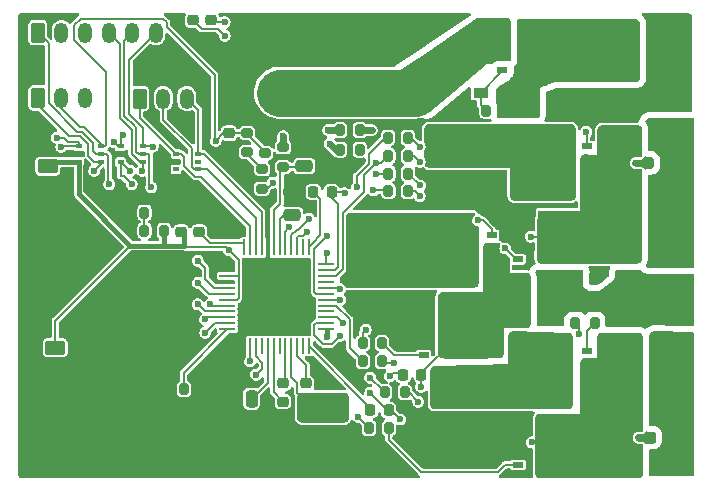
<source format=gtl>
G04 #@! TF.GenerationSoftware,KiCad,Pcbnew,6.0.1-79c1e3a40b~116~ubuntu20.04.1*
G04 #@! TF.CreationDate,2022-01-27T15:15:15+02:00*
G04 #@! TF.ProjectId,opm-inline,6f706d2d-696e-46c6-996e-652e6b696361,rev?*
G04 #@! TF.SameCoordinates,Original*
G04 #@! TF.FileFunction,Copper,L1,Top*
G04 #@! TF.FilePolarity,Positive*
%FSLAX46Y46*%
G04 Gerber Fmt 4.6, Leading zero omitted, Abs format (unit mm)*
G04 Created by KiCad (PCBNEW 6.0.1-79c1e3a40b~116~ubuntu20.04.1) date 2022-01-27 15:15:15*
%MOMM*%
%LPD*%
G01*
G04 APERTURE LIST*
G04 Aperture macros list*
%AMRoundRect*
0 Rectangle with rounded corners*
0 $1 Rounding radius*
0 $2 $3 $4 $5 $6 $7 $8 $9 X,Y pos of 4 corners*
0 Add a 4 corners polygon primitive as box body*
4,1,4,$2,$3,$4,$5,$6,$7,$8,$9,$2,$3,0*
0 Add four circle primitives for the rounded corners*
1,1,$1+$1,$2,$3*
1,1,$1+$1,$4,$5*
1,1,$1+$1,$6,$7*
1,1,$1+$1,$8,$9*
0 Add four rect primitives between the rounded corners*
20,1,$1+$1,$2,$3,$4,$5,0*
20,1,$1+$1,$4,$5,$6,$7,0*
20,1,$1+$1,$6,$7,$8,$9,0*
20,1,$1+$1,$8,$9,$2,$3,0*%
G04 Aperture macros list end*
G04 #@! TA.AperFunction,SMDPad,CuDef*
%ADD10RoundRect,0.225000X0.250000X-0.225000X0.250000X0.225000X-0.250000X0.225000X-0.250000X-0.225000X0*%
G04 #@! TD*
G04 #@! TA.AperFunction,SMDPad,CuDef*
%ADD11RoundRect,0.225000X0.225000X0.250000X-0.225000X0.250000X-0.225000X-0.250000X0.225000X-0.250000X0*%
G04 #@! TD*
G04 #@! TA.AperFunction,SMDPad,CuDef*
%ADD12RoundRect,0.225000X-0.225000X-0.250000X0.225000X-0.250000X0.225000X0.250000X-0.225000X0.250000X0*%
G04 #@! TD*
G04 #@! TA.AperFunction,SMDPad,CuDef*
%ADD13RoundRect,0.225000X-0.250000X0.225000X-0.250000X-0.225000X0.250000X-0.225000X0.250000X0.225000X0*%
G04 #@! TD*
G04 #@! TA.AperFunction,SMDPad,CuDef*
%ADD14RoundRect,0.218750X0.256250X-0.218750X0.256250X0.218750X-0.256250X0.218750X-0.256250X-0.218750X0*%
G04 #@! TD*
G04 #@! TA.AperFunction,SMDPad,CuDef*
%ADD15R,0.279400X1.346200*%
G04 #@! TD*
G04 #@! TA.AperFunction,SMDPad,CuDef*
%ADD16R,1.346200X0.279400*%
G04 #@! TD*
G04 #@! TA.AperFunction,SMDPad,CuDef*
%ADD17R,5.003800X5.003800*%
G04 #@! TD*
G04 #@! TA.AperFunction,SMDPad,CuDef*
%ADD18RoundRect,0.200000X0.200000X0.275000X-0.200000X0.275000X-0.200000X-0.275000X0.200000X-0.275000X0*%
G04 #@! TD*
G04 #@! TA.AperFunction,SMDPad,CuDef*
%ADD19RoundRect,0.200000X0.275000X-0.200000X0.275000X0.200000X-0.275000X0.200000X-0.275000X-0.200000X0*%
G04 #@! TD*
G04 #@! TA.AperFunction,SMDPad,CuDef*
%ADD20RoundRect,0.200000X-0.200000X-0.275000X0.200000X-0.275000X0.200000X0.275000X-0.200000X0.275000X0*%
G04 #@! TD*
G04 #@! TA.AperFunction,ComponentPad*
%ADD21C,1.600000*%
G04 #@! TD*
G04 #@! TA.AperFunction,SMDPad,CuDef*
%ADD22RoundRect,0.250000X0.475000X-0.250000X0.475000X0.250000X-0.475000X0.250000X-0.475000X-0.250000X0*%
G04 #@! TD*
G04 #@! TA.AperFunction,SMDPad,CuDef*
%ADD23RoundRect,0.250000X0.250000X0.475000X-0.250000X0.475000X-0.250000X-0.475000X0.250000X-0.475000X0*%
G04 #@! TD*
G04 #@! TA.AperFunction,SMDPad,CuDef*
%ADD24RoundRect,0.250000X0.312500X0.625000X-0.312500X0.625000X-0.312500X-0.625000X0.312500X-0.625000X0*%
G04 #@! TD*
G04 #@! TA.AperFunction,ComponentPad*
%ADD25RoundRect,0.250000X-0.625000X0.350000X-0.625000X-0.350000X0.625000X-0.350000X0.625000X0.350000X0*%
G04 #@! TD*
G04 #@! TA.AperFunction,ComponentPad*
%ADD26O,1.750000X1.200000*%
G04 #@! TD*
G04 #@! TA.AperFunction,ComponentPad*
%ADD27RoundRect,0.250000X-0.350000X-0.625000X0.350000X-0.625000X0.350000X0.625000X-0.350000X0.625000X0*%
G04 #@! TD*
G04 #@! TA.AperFunction,ComponentPad*
%ADD28O,1.200000X1.750000*%
G04 #@! TD*
G04 #@! TA.AperFunction,SMDPad,CuDef*
%ADD29R,0.850000X0.500000*%
G04 #@! TD*
G04 #@! TA.AperFunction,SMDPad,CuDef*
%ADD30R,0.800000X0.600000*%
G04 #@! TD*
G04 #@! TA.AperFunction,SMDPad,CuDef*
%ADD31R,3.750000X4.410000*%
G04 #@! TD*
G04 #@! TA.AperFunction,ComponentPad*
%ADD32R,3.000000X3.000000*%
G04 #@! TD*
G04 #@! TA.AperFunction,ComponentPad*
%ADD33C,3.000000*%
G04 #@! TD*
G04 #@! TA.AperFunction,SMDPad,CuDef*
%ADD34RoundRect,0.250000X-0.475000X0.250000X-0.475000X-0.250000X0.475000X-0.250000X0.475000X0.250000X0*%
G04 #@! TD*
G04 #@! TA.AperFunction,ComponentPad*
%ADD35C,0.700000*%
G04 #@! TD*
G04 #@! TA.AperFunction,ComponentPad*
%ADD36C,4.400000*%
G04 #@! TD*
G04 #@! TA.AperFunction,SMDPad,CuDef*
%ADD37R,1.200000X0.900000*%
G04 #@! TD*
G04 #@! TA.AperFunction,SMDPad,CuDef*
%ADD38R,2.500000X1.800000*%
G04 #@! TD*
G04 #@! TA.AperFunction,SMDPad,CuDef*
%ADD39R,0.499999X0.399999*%
G04 #@! TD*
G04 #@! TA.AperFunction,ViaPad*
%ADD40C,0.600000*%
G04 #@! TD*
G04 #@! TA.AperFunction,Conductor*
%ADD41C,0.200000*%
G04 #@! TD*
G04 #@! TA.AperFunction,Conductor*
%ADD42C,4.000000*%
G04 #@! TD*
G04 #@! TA.AperFunction,Conductor*
%ADD43C,0.600000*%
G04 #@! TD*
G04 #@! TA.AperFunction,Conductor*
%ADD44C,0.400000*%
G04 #@! TD*
G04 APERTURE END LIST*
D10*
G04 #@! TO.P,C1,1*
G04 #@! TO.N,Net-(C1-Pad1)*
X152630000Y-99830000D03*
G04 #@! TO.P,C1,2*
G04 #@! TO.N,Net-(C1-Pad2)*
X152630000Y-98280000D03*
G04 #@! TD*
G04 #@! TO.P,C2,1*
G04 #@! TO.N,/+VM*
X154600000Y-99830000D03*
G04 #@! TO.P,C2,2*
G04 #@! TO.N,Net-(C2-Pad2)*
X154600000Y-98280000D03*
G04 #@! TD*
G04 #@! TO.P,C3,1*
G04 #@! TO.N,/+VM*
X156170000Y-99830000D03*
G04 #@! TO.P,C3,2*
G04 #@! TO.N,GND*
X156170000Y-98280000D03*
G04 #@! TD*
D11*
G04 #@! TO.P,C4,1*
G04 #@! TO.N,Net-(C4-Pad1)*
X156744000Y-82042000D03*
G04 #@! TO.P,C4,2*
G04 #@! TO.N,Net-(C4-Pad2)*
X155194000Y-82042000D03*
G04 #@! TD*
D12*
G04 #@! TO.P,C5,1*
G04 #@! TO.N,Net-(C5-Pad1)*
X160020000Y-100530000D03*
G04 #@! TO.P,C5,2*
G04 #@! TO.N,Net-(C5-Pad2)*
X161570000Y-100530000D03*
G04 #@! TD*
D11*
G04 #@! TO.P,C6,1*
G04 #@! TO.N,Net-(C6-Pad1)*
X164351000Y-97559000D03*
G04 #@! TO.P,C6,2*
G04 #@! TO.N,Net-(C6-Pad2)*
X162801000Y-97559000D03*
G04 #@! TD*
D10*
G04 #@! TO.P,C10,1*
G04 #@! TO.N,/Motor Driver/VOFS*
X145542000Y-85471000D03*
G04 #@! TO.P,C10,2*
G04 #@! TO.N,GND*
X145542000Y-83921000D03*
G04 #@! TD*
D11*
G04 #@! TO.P,C11,1*
G04 #@! TO.N,/W*
X185320000Y-102870000D03*
G04 #@! TO.P,C11,2*
G04 #@! TO.N,GND*
X183770000Y-102870000D03*
G04 #@! TD*
D12*
G04 #@! TO.P,C12,1*
G04 #@! TO.N,/V*
X177406000Y-89458000D03*
G04 #@! TO.P,C12,2*
G04 #@! TO.N,GND*
X178956000Y-89458000D03*
G04 #@! TD*
D11*
G04 #@! TO.P,C14,1*
G04 #@! TO.N,/U*
X185115000Y-79610000D03*
G04 #@! TO.P,C14,2*
G04 #@! TO.N,GND*
X183565000Y-79610000D03*
G04 #@! TD*
D13*
G04 #@! TO.P,C17,1*
G04 #@! TO.N,/TEMP_PCB*
X148082000Y-77089000D03*
G04 #@! TO.P,C17,2*
G04 #@! TO.N,GND*
X148082000Y-78639000D03*
G04 #@! TD*
D14*
G04 #@! TO.P,D2,1,K*
G04 #@! TO.N,GND*
X146558000Y-69088000D03*
G04 #@! TO.P,D2,2,A*
G04 #@! TO.N,Net-(D2-Pad2)*
X146558000Y-67513000D03*
G04 #@! TD*
D15*
G04 #@! TO.P,IC1,1,CU*
G04 #@! TO.N,Net-(C4-Pad2)*
X154840000Y-86761700D03*
G04 #@! TO.P,IC1,2*
G04 #@! TO.N,N/C*
X154340001Y-86761700D03*
G04 #@! TO.P,IC1,3,LSW*
G04 #@! TO.N,Net-(IC1-Pad3)*
X153839999Y-86761700D03*
G04 #@! TO.P,IC1,4,LSV*
G04 #@! TO.N,Net-(IC1-Pad4)*
X153340000Y-86761700D03*
G04 #@! TO.P,IC1,5,LSU*
G04 #@! TO.N,Net-(IC1-Pad5)*
X152840001Y-86761700D03*
G04 #@! TO.P,IC1,6,12VOUT*
G04 #@! TO.N,/12Vout*
X152340000Y-86761700D03*
G04 #@! TO.P,IC1,7,5VOUT*
G04 #@! TO.N,/5Vout*
X151840000Y-86761700D03*
G04 #@! TO.P,IC1,8,GNDA*
G04 #@! TO.N,GND*
X151339999Y-86761700D03*
G04 #@! TO.P,IC1,9,CURU*
G04 #@! TO.N,/ADC_I_u*
X150840000Y-86761700D03*
G04 #@! TO.P,IC1,10,CURV*
G04 #@! TO.N,/ADC_I_v*
X150340001Y-86761700D03*
G04 #@! TO.P,IC1,11,CURW*
G04 #@! TO.N,/ADC_I_w*
X149839999Y-86761700D03*
G04 #@! TO.P,IC1,12,VOFS/TEST*
G04 #@! TO.N,/Motor Driver/VOFS*
X149340000Y-86761700D03*
D16*
G04 #@! TO.P,IC1,13,CS/IDRV0*
G04 #@! TO.N,GND*
X147911700Y-88190000D03*
G04 #@! TO.P,IC1,14,SCK/IDRV1*
X147911700Y-88689999D03*
G04 #@! TO.P,IC1,15,SDI/AMPLx10*
G04 #@! TO.N,/+VCC_IO*
X147911700Y-89190001D03*
G04 #@! TO.P,IC1,16,SDO_SINGLE*
G04 #@! TO.N,GND*
X147911700Y-89690000D03*
G04 #@! TO.P,IC1,17,UH*
G04 #@! TO.N,/UH*
X147911700Y-90189999D03*
G04 #@! TO.P,IC1,18,UL*
G04 #@! TO.N,/UL*
X147911700Y-90690000D03*
G04 #@! TO.P,IC1,19,VCC_IO*
G04 #@! TO.N,/+VCC_IO*
X147911700Y-91190000D03*
G04 #@! TO.P,IC1,20,VH*
G04 #@! TO.N,/VH*
X147911700Y-91690001D03*
G04 #@! TO.P,IC1,21,VL*
G04 #@! TO.N,/VL*
X147911700Y-92190000D03*
G04 #@! TO.P,IC1,22,WH*
G04 #@! TO.N,/WH*
X147911700Y-92689999D03*
G04 #@! TO.P,IC1,23,WL*
G04 #@! TO.N,/WL*
X147911700Y-93190001D03*
G04 #@! TO.P,IC1,24,CLK*
G04 #@! TO.N,Net-(IC1-Pad24)*
X147911700Y-93690000D03*
D15*
G04 #@! TO.P,IC1,25,SPE*
G04 #@! TO.N,GND*
X149340000Y-95118300D03*
G04 #@! TO.P,IC1,26,FAULT*
G04 #@! TO.N,/FAULT*
X149839999Y-95118300D03*
G04 #@! TO.P,IC1,27,DRV_EN*
G04 #@! TO.N,/DRV_EN*
X150340001Y-95118300D03*
G04 #@! TO.P,IC1,28*
G04 #@! TO.N,N/C*
X150840000Y-95118300D03*
G04 #@! TO.P,IC1,29,VSA*
G04 #@! TO.N,/VSA*
X151339999Y-95118300D03*
G04 #@! TO.P,IC1,30,CPO*
G04 #@! TO.N,Net-(C1-Pad1)*
X151840000Y-95118300D03*
G04 #@! TO.P,IC1,31*
G04 #@! TO.N,N/C*
X152340000Y-95118300D03*
G04 #@! TO.P,IC1,32,CPI*
G04 #@! TO.N,Net-(C1-Pad2)*
X152840001Y-95118300D03*
G04 #@! TO.P,IC1,33,VS*
G04 #@! TO.N,/+VM*
X153340000Y-95118300D03*
G04 #@! TO.P,IC1,34,VCP*
G04 #@! TO.N,Net-(C2-Pad2)*
X153839999Y-95118300D03*
G04 #@! TO.P,IC1,35*
G04 #@! TO.N,N/C*
X154340001Y-95118300D03*
G04 #@! TO.P,IC1,36,CW*
G04 #@! TO.N,Net-(C5-Pad1)*
X154840000Y-95118300D03*
D16*
G04 #@! TO.P,IC1,37,HSW*
G04 #@! TO.N,Net-(IC1-Pad37)*
X156268300Y-93690000D03*
G04 #@! TO.P,IC1,38,W*
G04 #@! TO.N,Net-(C5-Pad2)*
X156268300Y-93190001D03*
G04 #@! TO.P,IC1,39,WSENSE*
G04 #@! TO.N,Net-(IC1-Pad39)*
X156268300Y-92689999D03*
G04 #@! TO.P,IC1,40*
G04 #@! TO.N,N/C*
X156268300Y-92190000D03*
G04 #@! TO.P,IC1,41,VSENSE*
G04 #@! TO.N,Net-(IC1-Pad41)*
X156268300Y-91690001D03*
G04 #@! TO.P,IC1,42,V*
G04 #@! TO.N,Net-(C6-Pad1)*
X156268300Y-91190000D03*
G04 #@! TO.P,IC1,43,HSV*
G04 #@! TO.N,Net-(IC1-Pad43)*
X156268300Y-90690000D03*
G04 #@! TO.P,IC1,44,CV*
G04 #@! TO.N,Net-(C6-Pad2)*
X156268300Y-90189999D03*
G04 #@! TO.P,IC1,45*
G04 #@! TO.N,N/C*
X156268300Y-89690000D03*
G04 #@! TO.P,IC1,46,USENSE*
G04 #@! TO.N,Net-(IC1-Pad46)*
X156268300Y-89190001D03*
G04 #@! TO.P,IC1,47,U*
G04 #@! TO.N,Net-(C4-Pad1)*
X156268300Y-88689999D03*
G04 #@! TO.P,IC1,48,HSU*
G04 #@! TO.N,Net-(IC1-Pad48)*
X156268300Y-88190000D03*
D17*
G04 #@! TO.P,IC1,EPAD,EPAD*
G04 #@! TO.N,GND*
X152090000Y-90940000D03*
G04 #@! TD*
D18*
G04 #@! TO.P,R1,1*
G04 #@! TO.N,Net-(Q1-Pad4)*
X163194000Y-77470000D03*
G04 #@! TO.P,R1,2*
G04 #@! TO.N,Net-(IC1-Pad48)*
X161544000Y-77470000D03*
G04 #@! TD*
G04 #@! TO.P,R2,1*
G04 #@! TO.N,/U*
X163210000Y-79040000D03*
G04 #@! TO.P,R2,2*
G04 #@! TO.N,Net-(IC1-Pad46)*
X161560000Y-79040000D03*
G04 #@! TD*
G04 #@! TO.P,R3,1*
G04 #@! TO.N,Net-(Q2-Pad4)*
X163210000Y-80510000D03*
G04 #@! TO.P,R3,2*
G04 #@! TO.N,Net-(IC1-Pad5)*
X161560000Y-80510000D03*
G04 #@! TD*
G04 #@! TO.P,R4,1*
G04 #@! TO.N,Net-(Q3-Pad4)*
X179015000Y-93180000D03*
G04 #@! TO.P,R4,2*
G04 #@! TO.N,Net-(IC1-Pad37)*
X177365000Y-93180000D03*
G04 #@! TD*
G04 #@! TO.P,R5,1*
G04 #@! TO.N,/W*
X162940000Y-99030000D03*
G04 #@! TO.P,R5,2*
G04 #@! TO.N,Net-(IC1-Pad39)*
X161290000Y-99030000D03*
G04 #@! TD*
G04 #@! TO.P,R6,1*
G04 #@! TO.N,Net-(Q4-Pad4)*
X161590000Y-102050000D03*
G04 #@! TO.P,R6,2*
G04 #@! TO.N,Net-(IC1-Pad3)*
X159940000Y-102050000D03*
G04 #@! TD*
G04 #@! TO.P,R11,1*
G04 #@! TO.N,Net-(Q5-Pad4)*
X163210000Y-81980000D03*
G04 #@! TO.P,R11,2*
G04 #@! TO.N,Net-(IC1-Pad43)*
X161560000Y-81980000D03*
G04 #@! TD*
G04 #@! TO.P,R12,1*
G04 #@! TO.N,/V*
X161035000Y-96393000D03*
G04 #@! TO.P,R12,2*
G04 #@! TO.N,Net-(IC1-Pad41)*
X159385000Y-96393000D03*
G04 #@! TD*
G04 #@! TO.P,R13,1*
G04 #@! TO.N,Net-(Q6-Pad4)*
X161035000Y-94869000D03*
G04 #@! TO.P,R13,2*
G04 #@! TO.N,Net-(IC1-Pad4)*
X159385000Y-94869000D03*
G04 #@! TD*
D19*
G04 #@! TO.P,R16,1*
G04 #@! TO.N,/+VCC_IO*
X150876000Y-81787000D03*
G04 #@! TO.P,R16,2*
G04 #@! TO.N,Net-(R16-Pad2)*
X150876000Y-80137000D03*
G04 #@! TD*
G04 #@! TO.P,R18,1*
G04 #@! TO.N,/TEMP_PCB*
X151130000Y-78776000D03*
G04 #@! TO.P,R18,2*
G04 #@! TO.N,GND*
X151130000Y-77126000D03*
G04 #@! TD*
D20*
G04 #@! TO.P,R20,1*
G04 #@! TO.N,Net-(D2-Pad2)*
X157480000Y-76835000D03*
G04 #@! TO.P,R20,2*
G04 #@! TO.N,/FAULT*
X159130000Y-76835000D03*
G04 #@! TD*
D18*
G04 #@! TO.P,R21,1*
G04 #@! TO.N,/+VCC_IO*
X142557000Y-85344000D03*
G04 #@! TO.P,R21,2*
G04 #@! TO.N,/Connectors/VOFS*
X140907000Y-85344000D03*
G04 #@! TD*
D20*
G04 #@! TO.P,R22,1*
G04 #@! TO.N,/Connectors/VOFS*
X140907000Y-83820000D03*
G04 #@! TO.P,R22,2*
G04 #@! TO.N,GND*
X142557000Y-83820000D03*
G04 #@! TD*
D21*
G04 #@! TO.P,C15,1*
G04 #@! TO.N,/+VM*
X162918000Y-73660000D03*
G04 #@! TO.P,C15,2*
G04 #@! TO.N,GND*
X162918000Y-68660000D03*
G04 #@! TD*
G04 #@! TO.P,C16,1*
G04 #@! TO.N,/+VM*
X152330000Y-73660000D03*
G04 #@! TO.P,C16,2*
G04 #@! TO.N,GND*
X152330000Y-68660000D03*
G04 #@! TD*
D19*
G04 #@! TO.P,R17,1*
G04 #@! TO.N,Net-(R16-Pad2)*
X149606000Y-78712000D03*
G04 #@! TO.P,R17,2*
G04 #@! TO.N,/TEMP_PCB*
X149606000Y-77062000D03*
G04 #@! TD*
D14*
G04 #@! TO.P,D1,1,K*
G04 #@! TO.N,GND*
X145034000Y-69113500D03*
G04 #@! TO.P,D1,2,A*
G04 #@! TO.N,Net-(D1-Pad2)*
X145034000Y-67538500D03*
G04 #@! TD*
D22*
G04 #@! TO.P,C13,1*
G04 #@! TO.N,/5Vout*
X154432000Y-79883000D03*
G04 #@! TO.P,C13,2*
G04 #@! TO.N,GND*
X154432000Y-77983000D03*
G04 #@! TD*
D23*
G04 #@! TO.P,C18,1*
G04 #@! TO.N,/VSA*
X149982000Y-99568000D03*
G04 #@! TO.P,C18,2*
G04 #@! TO.N,GND*
X148082000Y-99568000D03*
G04 #@! TD*
D22*
G04 #@! TO.P,C19,1*
G04 #@! TO.N,/12Vout*
X153416000Y-84008000D03*
G04 #@! TO.P,C19,2*
G04 #@! TO.N,GND*
X153416000Y-82108000D03*
G04 #@! TD*
D10*
G04 #@! TO.P,C20,1*
G04 #@! TO.N,/+VCC_IO*
X144022000Y-85476000D03*
G04 #@! TO.P,C20,2*
G04 #@! TO.N,GND*
X144022000Y-83926000D03*
G04 #@! TD*
D19*
G04 #@! TO.P,R25,1*
G04 #@! TO.N,/5Vout*
X152654000Y-79946000D03*
G04 #@! TO.P,R25,2*
G04 #@! TO.N,/+VM*
X152654000Y-78296000D03*
G04 #@! TD*
D20*
G04 #@! TO.P,R26,1*
G04 #@! TO.N,Net-(IC1-Pad24)*
X144240000Y-98760000D03*
G04 #@! TO.P,R26,2*
G04 #@! TO.N,GND*
X145890000Y-98760000D03*
G04 #@! TD*
G04 #@! TO.P,R19,1*
G04 #@! TO.N,Net-(D1-Pad2)*
X157480000Y-78486000D03*
G04 #@! TO.P,R19,2*
G04 #@! TO.N,/Connectors/VCC*
X159130000Y-78486000D03*
G04 #@! TD*
D24*
G04 #@! TO.P,R7,1*
G04 #@! TO.N,/U*
X185224500Y-77470000D03*
G04 #@! TO.P,R7,2*
G04 #@! TO.N,Net-(C4-Pad1)*
X182299500Y-77470000D03*
G04 #@! TD*
G04 #@! TO.P,R8,1*
G04 #@! TO.N,/U*
X185224500Y-81780000D03*
G04 #@! TO.P,R8,2*
G04 #@! TO.N,Net-(C4-Pad1)*
X182299500Y-81780000D03*
G04 #@! TD*
G04 #@! TO.P,R9,1*
G04 #@! TO.N,/W*
X185302500Y-100830000D03*
G04 #@! TO.P,R9,2*
G04 #@! TO.N,Net-(C5-Pad2)*
X182377500Y-100830000D03*
G04 #@! TD*
G04 #@! TO.P,R10,1*
G04 #@! TO.N,/W*
X185302500Y-104910000D03*
G04 #@! TO.P,R10,2*
G04 #@! TO.N,Net-(C5-Pad2)*
X182377500Y-104910000D03*
G04 #@! TD*
G04 #@! TO.P,R14,1*
G04 #@! TO.N,/V*
X175834500Y-90170000D03*
G04 #@! TO.P,R14,2*
G04 #@! TO.N,Net-(C6-Pad1)*
X172909500Y-90170000D03*
G04 #@! TD*
G04 #@! TO.P,R15,1*
G04 #@! TO.N,/V*
X175834500Y-92510000D03*
G04 #@! TO.P,R15,2*
G04 #@! TO.N,Net-(C6-Pad1)*
X172909500Y-92510000D03*
G04 #@! TD*
D25*
G04 #@! TO.P,J2,1,Pin_1*
G04 #@! TO.N,/+VCC_IO*
X132715000Y-79883000D03*
D26*
G04 #@! TO.P,J2,2,Pin_2*
G04 #@! TO.N,GND*
X132715000Y-81883000D03*
G04 #@! TD*
D27*
G04 #@! TO.P,J6,1,Pin_1*
G04 #@! TO.N,/ADC_I_w*
X140494000Y-74168000D03*
D28*
G04 #@! TO.P,J6,2,Pin_2*
G04 #@! TO.N,/ADC_I_v*
X142494000Y-74168000D03*
G04 #@! TO.P,J6,3,Pin_3*
G04 #@! TO.N,/ADC_I_u*
X144494000Y-74168000D03*
G04 #@! TD*
D27*
G04 #@! TO.P,J3,1,Pin_1*
G04 #@! TO.N,/WL*
X131880000Y-68580000D03*
D28*
G04 #@! TO.P,J3,2,Pin_2*
G04 #@! TO.N,/WH*
X133880000Y-68580000D03*
G04 #@! TO.P,J3,3,Pin_3*
G04 #@! TO.N,/VL*
X135880000Y-68580000D03*
G04 #@! TO.P,J3,4,Pin_4*
G04 #@! TO.N,/VH*
X137880000Y-68580000D03*
G04 #@! TO.P,J3,5,Pin_5*
G04 #@! TO.N,/UL*
X139880000Y-68580000D03*
G04 #@! TO.P,J3,6,Pin_6*
G04 #@! TO.N,/UH*
X141880000Y-68580000D03*
G04 #@! TD*
D29*
G04 #@! TO.P,Q1,1,S*
G04 #@! TO.N,Net-(C4-Pad1)*
X178350000Y-82015000D03*
G04 #@! TO.P,Q1,2,S*
X178350000Y-80745000D03*
G04 #@! TO.P,Q1,3,S*
X178350000Y-79475000D03*
G04 #@! TO.P,Q1,4,G*
G04 #@! TO.N,Net-(Q1-Pad4)*
X178350000Y-78205000D03*
D30*
G04 #@! TO.P,Q1,5,D*
G04 #@! TO.N,/+VM*
X172525000Y-78205000D03*
D31*
X174800000Y-80110000D03*
D30*
G04 #@! TO.P,Q1,6,D*
X172525000Y-79475000D03*
G04 #@! TO.P,Q1,7,D*
X172525000Y-80745000D03*
G04 #@! TO.P,Q1,8,D*
X172525000Y-82015000D03*
G04 #@! TD*
D29*
G04 #@! TO.P,Q2,1,S*
G04 #@! TO.N,GND*
X172550000Y-83955000D03*
G04 #@! TO.P,Q2,2,S*
X172550000Y-85225000D03*
G04 #@! TO.P,Q2,3,S*
X172550000Y-86495000D03*
G04 #@! TO.P,Q2,4,G*
G04 #@! TO.N,Net-(Q2-Pad4)*
X172550000Y-87765000D03*
D30*
G04 #@! TO.P,Q2,5,D*
G04 #@! TO.N,Net-(C4-Pad1)*
X178375000Y-87765000D03*
D31*
X176100000Y-85860000D03*
D30*
G04 #@! TO.P,Q2,6,D*
X178375000Y-86495000D03*
G04 #@! TO.P,Q2,7,D*
X178375000Y-85225000D03*
G04 #@! TO.P,Q2,8,D*
X178375000Y-83955000D03*
G04 #@! TD*
D29*
G04 #@! TO.P,Q3,1,S*
G04 #@! TO.N,Net-(C5-Pad2)*
X178350000Y-99325000D03*
G04 #@! TO.P,Q3,2,S*
X178350000Y-98055000D03*
G04 #@! TO.P,Q3,3,S*
X178350000Y-96785000D03*
G04 #@! TO.P,Q3,4,G*
G04 #@! TO.N,Net-(Q3-Pad4)*
X178350000Y-95515000D03*
D31*
G04 #@! TO.P,Q3,5,D*
G04 #@! TO.N,/+VM*
X174800000Y-97420000D03*
D30*
X172525000Y-95515000D03*
G04 #@! TO.P,Q3,6,D*
X172525000Y-96785000D03*
G04 #@! TO.P,Q3,7,D*
X172525000Y-98055000D03*
G04 #@! TO.P,Q3,8,D*
X172525000Y-99325000D03*
G04 #@! TD*
D29*
G04 #@! TO.P,Q4,1,S*
G04 #@! TO.N,GND*
X172550000Y-101365000D03*
G04 #@! TO.P,Q4,2,S*
X172550000Y-102635000D03*
G04 #@! TO.P,Q4,3,S*
X172550000Y-103905000D03*
G04 #@! TO.P,Q4,4,G*
G04 #@! TO.N,Net-(Q4-Pad4)*
X172550000Y-105175000D03*
D31*
G04 #@! TO.P,Q4,5,D*
G04 #@! TO.N,Net-(C5-Pad2)*
X176100000Y-103270000D03*
D30*
X178375000Y-105175000D03*
G04 #@! TO.P,Q4,6,D*
X178375000Y-103905000D03*
G04 #@! TO.P,Q4,7,D*
X178375000Y-102635000D03*
G04 #@! TO.P,Q4,8,D*
X178375000Y-101365000D03*
G04 #@! TD*
D29*
G04 #@! TO.P,Q5,1,S*
G04 #@! TO.N,Net-(C6-Pad1)*
X170330000Y-89535000D03*
G04 #@! TO.P,Q5,2,S*
X170330000Y-88265000D03*
G04 #@! TO.P,Q5,3,S*
X170330000Y-86995000D03*
G04 #@! TO.P,Q5,4,G*
G04 #@! TO.N,Net-(Q5-Pad4)*
X170330000Y-85725000D03*
D31*
G04 #@! TO.P,Q5,5,D*
G04 #@! TO.N,/+VM*
X166780000Y-87630000D03*
D30*
X164505000Y-85725000D03*
G04 #@! TO.P,Q5,6,D*
X164505000Y-86995000D03*
G04 #@! TO.P,Q5,7,D*
X164505000Y-88265000D03*
G04 #@! TO.P,Q5,8,D*
X164505000Y-89535000D03*
G04 #@! TD*
D32*
G04 #@! TO.P,U2,1*
G04 #@! TO.N,GND*
X185547000Y-69850000D03*
D33*
G04 #@! TO.P,U2,2*
G04 #@! TO.N,Net-(D6-Pad2)*
X180467000Y-69850000D03*
G04 #@! TD*
D32*
G04 #@! TO.P,U3,1*
G04 #@! TO.N,/W*
X185420000Y-96520000D03*
D33*
G04 #@! TO.P,U3,2*
G04 #@! TO.N,/V*
X185420000Y-91440000D03*
G04 #@! TO.P,U3,3*
G04 #@! TO.N,/U*
X185420000Y-86360000D03*
G04 #@! TD*
D25*
G04 #@! TO.P,J4,1,Pin_1*
G04 #@! TO.N,/+VCC_IO*
X133350000Y-95250000D03*
D26*
G04 #@! TO.P,J4,2,Pin_2*
G04 #@! TO.N,GND*
X133350000Y-97250000D03*
G04 #@! TD*
D27*
G04 #@! TO.P,J1,1,Pin_1*
G04 #@! TO.N,/DRV_EN*
X131880000Y-74110000D03*
D28*
G04 #@! TO.P,J1,2,Pin_2*
G04 #@! TO.N,/TEMP_PCB*
X133880000Y-74110000D03*
G04 #@! TO.P,J1,3,Pin_3*
G04 #@! TO.N,/FAULT*
X135880000Y-74110000D03*
G04 #@! TD*
D34*
G04 #@! TO.P,C8,1*
G04 #@! TO.N,/+VM*
X170080000Y-99880000D03*
G04 #@! TO.P,C8,2*
G04 #@! TO.N,GND*
X170080000Y-101780000D03*
G04 #@! TD*
G04 #@! TO.P,C22,1*
G04 #@! TO.N,/+VM*
X168110000Y-99880000D03*
G04 #@! TO.P,C22,2*
G04 #@! TO.N,GND*
X168110000Y-101780000D03*
G04 #@! TD*
G04 #@! TO.P,C24,1*
G04 #@! TO.N,/+VM*
X166130000Y-99880000D03*
G04 #@! TO.P,C24,2*
G04 #@! TO.N,GND*
X166130000Y-101780000D03*
G04 #@! TD*
G04 #@! TO.P,C25,1*
G04 #@! TO.N,/+VM*
X160850000Y-89650000D03*
G04 #@! TO.P,C25,2*
G04 #@! TO.N,GND*
X160850000Y-91550000D03*
G04 #@! TD*
G04 #@! TO.P,C26,1*
G04 #@! TO.N,/+VM*
X158850000Y-89650000D03*
G04 #@! TO.P,C26,2*
G04 #@! TO.N,GND*
X158850000Y-91550000D03*
G04 #@! TD*
G04 #@! TO.P,C7,1*
G04 #@! TO.N,/+VM*
X170150000Y-79380000D03*
G04 #@! TO.P,C7,2*
G04 #@! TO.N,GND*
X170150000Y-81280000D03*
G04 #@! TD*
G04 #@! TO.P,C9,1*
G04 #@! TO.N,/+VM*
X162850000Y-89650000D03*
G04 #@! TO.P,C9,2*
G04 #@! TO.N,GND*
X162850000Y-91550000D03*
G04 #@! TD*
G04 #@! TO.P,C21,1*
G04 #@! TO.N,/+VM*
X168140000Y-79380000D03*
G04 #@! TO.P,C21,2*
G04 #@! TO.N,GND*
X168140000Y-81280000D03*
G04 #@! TD*
G04 #@! TO.P,C23,1*
G04 #@! TO.N,/+VM*
X166170000Y-79380000D03*
G04 #@! TO.P,C23,2*
G04 #@! TO.N,GND*
X166170000Y-81280000D03*
G04 #@! TD*
D29*
G04 #@! TO.P,Q6,1,S*
G04 #@! TO.N,GND*
X164540000Y-92075000D03*
G04 #@! TO.P,Q6,2,S*
X164540000Y-93345000D03*
G04 #@! TO.P,Q6,3,S*
X164540000Y-94615000D03*
G04 #@! TO.P,Q6,4,G*
G04 #@! TO.N,Net-(Q6-Pad4)*
X164540000Y-95885000D03*
D30*
G04 #@! TO.P,Q6,5,D*
G04 #@! TO.N,Net-(C6-Pad1)*
X170365000Y-95885000D03*
D31*
X168090000Y-93980000D03*
D30*
G04 #@! TO.P,Q6,6,D*
X170365000Y-94615000D03*
G04 #@! TO.P,Q6,7,D*
X170365000Y-93345000D03*
G04 #@! TO.P,Q6,8,D*
X170365000Y-92075000D03*
G04 #@! TD*
D35*
G04 #@! TO.P,H201,1,1*
G04 #@! TO.N,GND*
X134873000Y-103251000D03*
D36*
X133223000Y-103251000D03*
D35*
X133223000Y-104901000D03*
X134389726Y-102084274D03*
X131573000Y-103251000D03*
X132056274Y-104417726D03*
X132056274Y-102084274D03*
X134389726Y-104417726D03*
X133223000Y-101601000D03*
G04 #@! TD*
G04 #@! TO.P,H202,1,1*
G04 #@! TO.N,GND*
X134873000Y-88519000D03*
X134389726Y-89685726D03*
D36*
X133223000Y-88519000D03*
D35*
X133223000Y-90169000D03*
X133223000Y-86869000D03*
X132056274Y-87352274D03*
X132056274Y-89685726D03*
X134389726Y-87352274D03*
X131573000Y-88519000D03*
G04 #@! TD*
D29*
G04 #@! TO.P,Q7,1,S*
G04 #@! TO.N,/+VM*
X171217000Y-67945000D03*
G04 #@! TO.P,Q7,2,S*
X171217000Y-69215000D03*
G04 #@! TO.P,Q7,3,S*
X171217000Y-70485000D03*
G04 #@! TO.P,Q7,4,G*
G04 #@! TO.N,Net-(D4-Pad1)*
X171217000Y-71755000D03*
D30*
G04 #@! TO.P,Q7,5,D*
G04 #@! TO.N,Net-(D6-Pad2)*
X177042000Y-71755000D03*
D31*
X174767000Y-69850000D03*
D30*
G04 #@! TO.P,Q7,6,D*
X177042000Y-70485000D03*
G04 #@! TO.P,Q7,7,D*
X177042000Y-69215000D03*
G04 #@! TO.P,Q7,8,D*
X177042000Y-67945000D03*
G04 #@! TD*
D37*
G04 #@! TO.P,D4,1,A*
G04 #@! TO.N,Net-(D4-Pad1)*
X169368000Y-73659000D03*
G04 #@! TO.P,D4,2,K*
G04 #@! TO.N,/+VM*
X169368000Y-70359000D03*
G04 #@! TD*
D18*
G04 #@! TO.P,R27,1*
G04 #@! TO.N,Net-(D4-Pad1)*
X169862000Y-75184000D03*
G04 #@! TO.P,R27,2*
G04 #@! TO.N,GND*
X168212000Y-75184000D03*
G04 #@! TD*
D38*
G04 #@! TO.P,D6,1,A*
G04 #@! TO.N,GND*
X176185000Y-74472000D03*
G04 #@! TO.P,D6,2,K*
G04 #@! TO.N,Net-(D6-Pad2)*
X172185000Y-74472000D03*
G04 #@! TD*
D39*
G04 #@! TO.P,D3,1,K*
G04 #@! TO.N,/WH*
X138876999Y-78216999D03*
G04 #@! TO.P,D3,2,A*
G04 #@! TO.N,GND*
X138876999Y-78866999D03*
G04 #@! TO.P,D3,3,K*
G04 #@! TO.N,/VL*
X138876999Y-79516999D03*
G04 #@! TO.P,D3,4,K*
G04 #@! TO.N,/VH*
X140776998Y-79516999D03*
G04 #@! TO.P,D3,5,K*
G04 #@! TO.N,/UL*
X140776998Y-78866999D03*
G04 #@! TO.P,D3,6,K*
G04 #@! TO.N,/UH*
X140776998Y-78216999D03*
G04 #@! TD*
G04 #@! TO.P,D5,1,K*
G04 #@! TO.N,/FAULT*
X135320999Y-78216999D03*
G04 #@! TO.P,D5,2,A*
G04 #@! TO.N,GND*
X135320999Y-78866999D03*
G04 #@! TO.P,D5,3,K*
G04 #@! TO.N,/+VCC_IO*
X135320999Y-79516999D03*
G04 #@! TO.P,D5,4,K*
G04 #@! TO.N,/DRV_EN*
X137220998Y-79516999D03*
G04 #@! TO.P,D5,5,K*
G04 #@! TO.N,/WL*
X137220998Y-78866999D03*
G04 #@! TO.P,D5,6,K*
G04 #@! TO.N,/TEMP_PCB*
X137220998Y-78216999D03*
G04 #@! TD*
G04 #@! TO.P,D7,1,K*
G04 #@! TO.N,/ADC_I_w*
X143575999Y-78851999D03*
G04 #@! TO.P,D7,2,A*
G04 #@! TO.N,GND*
X143575999Y-79501999D03*
G04 #@! TO.P,D7,3,K*
G04 #@! TO.N,unconnected-(D7-Pad3)*
X143575999Y-80151999D03*
G04 #@! TO.P,D7,4,K*
G04 #@! TO.N,/ADC_I_v*
X145475998Y-80151999D03*
G04 #@! TO.P,D7,5,K*
G04 #@! TO.N,unconnected-(D7-Pad5)*
X145475998Y-79501999D03*
G04 #@! TO.P,D7,6,K*
G04 #@! TO.N,/ADC_I_u*
X145475998Y-78851999D03*
G04 #@! TD*
D40*
G04 #@! TO.N,/+VM*
X159385000Y-87630000D03*
X161925000Y-84963000D03*
X166497000Y-84455000D03*
X161290000Y-87630000D03*
X160655000Y-86106000D03*
X159512000Y-85090000D03*
X164084000Y-84455000D03*
X162560000Y-86360000D03*
X173990000Y-94580000D03*
X168910000Y-98290000D03*
X167640000Y-97790000D03*
X171069000Y-98298000D03*
X169926000Y-97536000D03*
X175006000Y-94580000D03*
X176149000Y-94580000D03*
X166370000Y-98290000D03*
X166497000Y-72390000D03*
X166751000Y-70104000D03*
X164846000Y-71628000D03*
X168275000Y-69088000D03*
X169545000Y-68072000D03*
X157480000Y-74430000D03*
X170180000Y-77978000D03*
X167132000Y-78105000D03*
X160020000Y-74430000D03*
X154940000Y-74430000D03*
X157510000Y-99830000D03*
X171450000Y-78740000D03*
X156440000Y-101100000D03*
X152654000Y-77343000D03*
X161290000Y-73160000D03*
X158750000Y-73160000D03*
X157510000Y-101100000D03*
X155470000Y-101100000D03*
X171577000Y-76962000D03*
X156210000Y-73160000D03*
X168656000Y-77978000D03*
G04 #@! TO.N,GND*
X151470000Y-91540000D03*
X152740000Y-91540000D03*
X154010000Y-91540000D03*
X154010000Y-92810000D03*
X152740000Y-92810000D03*
X151470000Y-92810000D03*
X150200000Y-92810000D03*
X167005000Y-103251000D03*
X151470000Y-89000000D03*
X169545000Y-103251000D03*
X164592000Y-101854000D03*
X162306000Y-93853000D03*
X182753000Y-102870000D03*
X155602000Y-97255000D03*
X133223000Y-78740000D03*
X150200000Y-90270000D03*
X154010000Y-89000000D03*
X167259000Y-75184000D03*
X167386000Y-82550000D03*
X162941000Y-94869000D03*
X150200000Y-89000000D03*
X165608000Y-103251000D03*
X160782000Y-92837000D03*
X168529000Y-82423000D03*
X151470000Y-90270000D03*
X152740000Y-89000000D03*
X163068000Y-93091000D03*
X146812000Y-87757000D03*
X161925000Y-92837000D03*
X145415000Y-82550000D03*
X148844000Y-79756000D03*
X168275000Y-103251000D03*
X144018000Y-82550000D03*
X170815000Y-82804000D03*
X135636000Y-85090000D03*
X171450000Y-83566000D03*
X139065000Y-82169000D03*
X179959000Y-89027000D03*
X170815000Y-103251000D03*
X142748000Y-79502000D03*
X150200000Y-91540000D03*
X166116000Y-82550000D03*
X154010000Y-90270000D03*
X182499000Y-79629000D03*
X153416000Y-81026000D03*
X152740000Y-90270000D03*
G04 #@! TO.N,Net-(C4-Pad1)*
X179760000Y-86360000D03*
X179760000Y-81280000D03*
X173609000Y-85852000D03*
X179800000Y-78740000D03*
X157861000Y-82169000D03*
X181030000Y-77470000D03*
X181030000Y-82550000D03*
X179760000Y-83820000D03*
X181030000Y-80010000D03*
X181030000Y-85090000D03*
G04 #@! TO.N,Net-(C5-Pad2)*
X179470000Y-105410000D03*
X179470000Y-97790000D03*
X179470000Y-102870000D03*
X160020000Y-99060000D03*
X180930000Y-98933000D03*
X157480000Y-94234000D03*
X180930000Y-101981000D03*
X180930000Y-104140000D03*
X162573000Y-101333000D03*
X179470000Y-99949000D03*
X180930000Y-96520000D03*
X173717000Y-103270000D03*
G04 #@! TO.N,Net-(C6-Pad2)*
X161671000Y-97663000D03*
X157480000Y-90297000D03*
G04 #@! TO.N,Net-(C6-Pad1)*
X169100000Y-91070000D03*
X170370000Y-91070000D03*
X167830000Y-91070000D03*
X166560000Y-91070000D03*
X171440000Y-92710000D03*
X171440000Y-88900000D03*
X171440000Y-91440000D03*
X164338000Y-98552000D03*
X157480000Y-91186000D03*
X171440000Y-90170000D03*
G04 #@! TO.N,/W*
X186690000Y-102870000D03*
X186690000Y-105410000D03*
X164084000Y-99822000D03*
X184023000Y-100838000D03*
X186690000Y-100330000D03*
X186690000Y-104140000D03*
X186690000Y-101600000D03*
G04 #@! TO.N,/V*
X162052000Y-96520000D03*
X182880000Y-92710000D03*
X180594000Y-90805000D03*
X178308000Y-91313000D03*
X180594000Y-92329000D03*
X174625000Y-92456000D03*
X182880000Y-90170000D03*
G04 #@! TO.N,/U*
X186690000Y-77470000D03*
X164211000Y-79502000D03*
X186690000Y-78740000D03*
X186690000Y-82550000D03*
X186690000Y-81280000D03*
X186690000Y-80010000D03*
G04 #@! TO.N,Net-(D1-Pad2)*
X147701000Y-68834000D03*
X156591000Y-77978000D03*
G04 #@! TO.N,Net-(D2-Pad2)*
X156464000Y-76835000D03*
X147701000Y-67691000D03*
G04 #@! TO.N,Net-(IC1-Pad3)*
X154686000Y-85471000D03*
X159004000Y-101092000D03*
G04 #@! TO.N,Net-(IC1-Pad4)*
X159639000Y-93726000D03*
X154813000Y-84328000D03*
G04 #@! TO.N,Net-(IC1-Pad5)*
X160528000Y-80518000D03*
X153162000Y-85046736D03*
G04 #@! TO.N,/UH*
X141605000Y-78232000D03*
X145415000Y-87884000D03*
G04 #@! TO.N,/UL*
X145450000Y-89770000D03*
X141478000Y-81661000D03*
G04 #@! TO.N,/VH*
X146484300Y-91567000D03*
X140716000Y-80264000D03*
G04 #@! TO.N,/VL*
X145415000Y-91567000D03*
X139827000Y-81407000D03*
X139700000Y-80264000D03*
G04 #@! TO.N,/WH*
X146050000Y-92837000D03*
X139065000Y-77216000D03*
X138303000Y-77851000D03*
G04 #@! TO.N,/WL*
X146050000Y-93980000D03*
X137922000Y-81407000D03*
G04 #@! TO.N,/DRV_EN*
X136652000Y-80264000D03*
X150360000Y-97536000D03*
G04 #@! TO.N,Net-(IC1-Pad37)*
X177673000Y-94107000D03*
X156337000Y-94361000D03*
G04 #@! TO.N,Net-(IC1-Pad39)*
X160020000Y-97790000D03*
X157680000Y-93164000D03*
G04 #@! TO.N,Net-(IC1-Pad43)*
X160274000Y-81915000D03*
X156400500Y-85788500D03*
G04 #@! TO.N,Net-(IC1-Pad46)*
X160528000Y-79629000D03*
G04 #@! TO.N,Net-(IC1-Pad48)*
X156337000Y-87249000D03*
X158877000Y-81661000D03*
G04 #@! TO.N,Net-(Q1-Pad4)*
X164211000Y-78232000D03*
X178308000Y-76962000D03*
G04 #@! TO.N,Net-(Q2-Pad4)*
X171464000Y-86854000D03*
X164222500Y-81522500D03*
G04 #@! TO.N,Net-(Q5-Pad4)*
X164211000Y-82423000D03*
X169164000Y-84455000D03*
G04 #@! TO.N,/+VCC_IO*
X151765000Y-81280000D03*
X148075751Y-87001249D03*
G04 #@! TO.N,/TEMP_PCB*
X146939000Y-77724000D03*
G04 #@! TO.N,/FAULT*
X133858000Y-78232000D03*
X160147000Y-76835000D03*
X133477000Y-77470000D03*
X149860000Y-96393000D03*
G04 #@! TD*
D41*
G04 #@! TO.N,Net-(C1-Pad2)*
X152630000Y-98280000D02*
X152840001Y-98069999D01*
X152840001Y-98069999D02*
X152840001Y-95118300D01*
G04 #@! TO.N,Net-(C1-Pad1)*
X151840000Y-95118300D02*
X151840000Y-99040000D01*
X151840000Y-99040000D02*
X152630000Y-99830000D01*
G04 #@! TO.N,/+VM*
X153340000Y-95118300D02*
X153340000Y-97772522D01*
X153340000Y-97772522D02*
X153824990Y-98257512D01*
X153824990Y-98257512D02*
X153824990Y-99054990D01*
D42*
X152400000Y-73660000D02*
X163830000Y-73660000D01*
D43*
X152654000Y-78296000D02*
X152654000Y-77343000D01*
D41*
X153824990Y-99054990D02*
X154600000Y-99830000D01*
G04 #@! TO.N,Net-(C2-Pad2)*
X153839999Y-95959999D02*
X153839999Y-95118300D01*
X154600000Y-98280000D02*
X154600000Y-96720000D01*
X154600000Y-96720000D02*
X153839999Y-95959999D01*
G04 #@! TO.N,GND*
X183546000Y-79629000D02*
X183565000Y-79610000D01*
X148082000Y-78639000D02*
X148082000Y-78994000D01*
X135320999Y-78866999D02*
X133349999Y-78866999D01*
X138303000Y-80899998D02*
X138765001Y-81361999D01*
X133349999Y-78866999D02*
X133223000Y-78740000D01*
D43*
X167259000Y-75184000D02*
X168212000Y-75184000D01*
D41*
X153839999Y-89190001D02*
X152090000Y-90940000D01*
X138765001Y-81869001D02*
X139065000Y-82169000D01*
X138427000Y-78866999D02*
X138303000Y-78990999D01*
X155602000Y-97712000D02*
X156170000Y-98280000D01*
D43*
X182753000Y-102870000D02*
X183770000Y-102870000D01*
D41*
X138765001Y-81361999D02*
X138765001Y-81869001D01*
X142748001Y-79501999D02*
X142748000Y-79502000D01*
X151339999Y-86761700D02*
X151339999Y-90189999D01*
D44*
X178956000Y-89535000D02*
X179451000Y-89535000D01*
D41*
X138303000Y-78990999D02*
X138303000Y-80899998D01*
D44*
X179451000Y-89535000D02*
X179959000Y-89027000D01*
D41*
X147911700Y-88190000D02*
X146760000Y-88190000D01*
X147109999Y-88689999D02*
X147911700Y-88689999D01*
X138876999Y-78866999D02*
X138427000Y-78866999D01*
D43*
X182499000Y-79629000D02*
X183546000Y-79629000D01*
D41*
X151339999Y-90189999D02*
X152090000Y-90940000D01*
X146760000Y-88190000D02*
X146685000Y-88265000D01*
X155602000Y-97255000D02*
X155602000Y-97712000D01*
D44*
X143575999Y-79501999D02*
X142748001Y-79501999D01*
D41*
X146685000Y-89316103D02*
X146685000Y-88265000D01*
X148082000Y-78994000D02*
X148844000Y-79756000D01*
D43*
X153416000Y-82108000D02*
X153416000Y-81026000D01*
D41*
X147058897Y-89690000D02*
X146685000Y-89316103D01*
X146685000Y-88265000D02*
X147109999Y-88689999D01*
X147911700Y-89690000D02*
X147058897Y-89690000D01*
X149340000Y-95230000D02*
X149340000Y-95118300D01*
G04 #@! TO.N,Net-(C4-Pad1)*
X157279311Y-83113005D02*
X156744000Y-82577694D01*
X157279311Y-88466092D02*
X157279311Y-83113005D01*
X173617000Y-85860000D02*
X173609000Y-85852000D01*
X157055404Y-88689999D02*
X157279311Y-88466092D01*
X156744000Y-82042000D02*
X157734000Y-82042000D01*
X157734000Y-82042000D02*
X157861000Y-82169000D01*
X156268300Y-88689999D02*
X157055404Y-88689999D01*
X176100000Y-85860000D02*
X173617000Y-85860000D01*
X156744000Y-82577694D02*
X156744000Y-82042000D01*
G04 #@! TO.N,Net-(C4-Pad2)*
X155800499Y-85753501D02*
X155800499Y-82648499D01*
X155194000Y-86360000D02*
X155800499Y-85753501D01*
X155800499Y-82648499D02*
X155194000Y-82042000D01*
X155194000Y-86407700D02*
X155194000Y-86360000D01*
X155194000Y-86407700D02*
X154840000Y-86761700D01*
G04 #@! TO.N,Net-(C5-Pad2)*
X173717000Y-103270000D02*
X176100000Y-103270000D01*
X161770000Y-100530000D02*
X162573000Y-101333000D01*
X156752999Y-94961001D02*
X156048999Y-94961001D01*
X161570000Y-100530000D02*
X161770000Y-100530000D01*
X157480000Y-94234000D02*
X156752999Y-94961001D01*
X155295199Y-93310299D02*
X155415497Y-93190001D01*
X161290000Y-100330000D02*
X161570000Y-100330000D01*
X156048999Y-94961001D02*
X155295199Y-94207201D01*
X155415497Y-93190001D02*
X156268300Y-93190001D01*
X155295199Y-94207201D02*
X155295199Y-93310299D01*
X160020000Y-99060000D02*
X161290000Y-100330000D01*
G04 #@! TO.N,Net-(C5-Pad1)*
X154840000Y-95118300D02*
X154840000Y-95150000D01*
X154840000Y-95150000D02*
X160020000Y-100330000D01*
G04 #@! TO.N,Net-(C6-Pad2)*
X161925000Y-97409000D02*
X161671000Y-97663000D01*
X157372999Y-90189999D02*
X157480000Y-90297000D01*
X156268300Y-90189999D02*
X157372999Y-90189999D01*
X162801000Y-97409000D02*
X161925000Y-97409000D01*
G04 #@! TO.N,Net-(C6-Pad1)*
X157476000Y-91190000D02*
X157480000Y-91186000D01*
X168090000Y-93980000D02*
X167780000Y-93980000D01*
X167780000Y-93980000D02*
X164351000Y-97409000D01*
X164351000Y-98539000D02*
X164338000Y-98552000D01*
X164351000Y-97409000D02*
X164351000Y-98539000D01*
X156268300Y-91190000D02*
X157476000Y-91190000D01*
G04 #@! TO.N,/Motor Driver/VOFS*
X146431000Y-86360000D02*
X149320000Y-86360000D01*
X146431000Y-86360000D02*
X145542000Y-85471000D01*
G04 #@! TO.N,/W*
X162940000Y-99030000D02*
X163292000Y-99030000D01*
X163292000Y-99030000D02*
X164084000Y-99822000D01*
G04 #@! TO.N,/V*
X161162000Y-96520000D02*
X161035000Y-96393000D01*
X162052000Y-96520000D02*
X161162000Y-96520000D01*
G04 #@! TO.N,/U*
X163210000Y-79040000D02*
X163749000Y-79040000D01*
X163749000Y-79040000D02*
X164211000Y-79502000D01*
G04 #@! TO.N,/5Vout*
X151840000Y-83599980D02*
X152390990Y-83048990D01*
X151840000Y-86761700D02*
X151840000Y-83599980D01*
X152654000Y-79946000D02*
X154369000Y-79946000D01*
X152390990Y-83048990D02*
X152390990Y-80209010D01*
X152390990Y-80209010D02*
X152654000Y-79946000D01*
X154369000Y-79946000D02*
X154432000Y-79883000D01*
G04 #@! TO.N,/VSA*
X151329980Y-97580020D02*
X151329980Y-98220020D01*
X151329980Y-98220020D02*
X149982000Y-99568000D01*
X151339999Y-97570001D02*
X151329980Y-97580020D01*
X151339999Y-97570001D02*
X151339999Y-95118300D01*
G04 #@! TO.N,/12Vout*
X152720000Y-84008000D02*
X153416000Y-84008000D01*
X152340000Y-84388000D02*
X152720000Y-84008000D01*
X152340000Y-86761700D02*
X152340000Y-84388000D01*
G04 #@! TO.N,Net-(D1-Pad2)*
X157480000Y-78486000D02*
X157099000Y-78486000D01*
X145746010Y-68250510D02*
X145034000Y-67538500D01*
X147701000Y-68834000D02*
X147117510Y-68250510D01*
X147117510Y-68250510D02*
X145746010Y-68250510D01*
D43*
X157099000Y-78486000D02*
X156591000Y-77978000D01*
D41*
G04 #@! TO.N,Net-(D2-Pad2)*
X147701000Y-67691000D02*
X146736000Y-67691000D01*
X146736000Y-67691000D02*
X146558000Y-67513000D01*
D43*
X157480000Y-76835000D02*
X156464000Y-76835000D01*
D41*
G04 #@! TO.N,Net-(IC1-Pad3)*
X154368401Y-85788599D02*
X153960300Y-85788599D01*
X153960300Y-85788599D02*
X153839999Y-85908900D01*
X154686000Y-85471000D02*
X154368401Y-85788599D01*
X153839999Y-85908900D02*
X153839999Y-86761700D01*
X159004000Y-101092000D02*
X159004000Y-101114000D01*
X159004000Y-101114000D02*
X159940000Y-102050000D01*
G04 #@! TO.N,Net-(IC1-Pad4)*
X159385000Y-93980000D02*
X159639000Y-93726000D01*
X153340000Y-85756738D02*
X153838369Y-85258369D01*
X159385000Y-94869000D02*
X159385000Y-93980000D01*
X153340000Y-86761700D02*
X153340000Y-85756738D01*
X153882631Y-85258369D02*
X154813000Y-84328000D01*
X153838369Y-85258369D02*
X153882631Y-85258369D01*
G04 #@! TO.N,Net-(IC1-Pad5)*
X152781000Y-85427736D02*
X152781000Y-85598000D01*
X153162000Y-85046736D02*
X152781000Y-85427736D01*
X152840001Y-85657001D02*
X152840001Y-86761700D01*
X161560000Y-80510000D02*
X160536000Y-80510000D01*
X160536000Y-80510000D02*
X160528000Y-80518000D01*
X152781000Y-85598000D02*
X152840001Y-85657001D01*
G04 #@! TO.N,/ADC_I_u*
X150840000Y-86761700D02*
X150840000Y-83784000D01*
X145475998Y-78851999D02*
X145475998Y-75149998D01*
X145475998Y-78851999D02*
X145925997Y-78851999D01*
X145925997Y-78851999D02*
X150840000Y-83766002D01*
X145475998Y-75149998D02*
X144494000Y-74168000D01*
X150840000Y-83766002D02*
X150840000Y-83784000D01*
G04 #@! TO.N,/ADC_I_w*
X144272000Y-79853701D02*
X144272000Y-79098001D01*
X149839999Y-84942999D02*
X145669000Y-80772000D01*
X149839999Y-86761700D02*
X149839999Y-84942999D01*
X143575999Y-78851999D02*
X144025998Y-78851999D01*
X144025998Y-78851999D02*
X144272000Y-79098001D01*
X140494000Y-74168000D02*
X140494000Y-75770000D01*
X140494000Y-75770000D02*
X143575999Y-78851999D01*
X145669000Y-80772000D02*
X145190299Y-80772000D01*
X145190299Y-80772000D02*
X144272000Y-79853701D01*
G04 #@! TO.N,/UH*
X146050001Y-88519001D02*
X146050001Y-89408001D01*
X140776998Y-78216999D02*
X140776998Y-76618696D01*
X145415000Y-87884000D02*
X146050001Y-88519001D01*
X146831999Y-90189999D02*
X147911700Y-90189999D01*
X141589999Y-78216999D02*
X141605000Y-78232000D01*
X146050001Y-89408001D02*
X146831999Y-90189999D01*
X139593990Y-75435688D02*
X139593990Y-70866010D01*
X140776998Y-78216999D02*
X141589999Y-78216999D01*
X139593990Y-70866010D02*
X141880000Y-68580000D01*
X140776998Y-76618696D02*
X139593990Y-75435688D01*
G04 #@! TO.N,/UL*
X141326999Y-81509999D02*
X141478000Y-81661000D01*
X140226998Y-78657000D02*
X140436997Y-78866999D01*
X140226998Y-76657696D02*
X140226998Y-78657000D01*
X146370000Y-90690000D02*
X147911700Y-90690000D01*
X140081000Y-76488396D02*
X139193980Y-75601377D01*
X141326999Y-78967001D02*
X141326999Y-81509999D01*
X140081000Y-76511698D02*
X140226998Y-76657696D01*
X145450000Y-89770000D02*
X146370000Y-90690000D01*
X140776998Y-78866999D02*
X141226997Y-78866999D01*
X139193980Y-69266020D02*
X139880000Y-68580000D01*
X140081000Y-76488396D02*
X140081000Y-76511698D01*
X140436997Y-78866999D02*
X140776998Y-78866999D01*
X141226997Y-78866999D02*
X141326999Y-78967001D01*
X139193980Y-75601377D02*
X139193980Y-69266020D01*
G04 #@! TO.N,/VH*
X139826988Y-78822689D02*
X140521298Y-79516999D01*
X138769000Y-69469000D02*
X138793970Y-69469000D01*
X139427000Y-76435000D02*
X139826988Y-76834988D01*
X146484300Y-91567000D02*
X146607301Y-91690001D01*
X140521298Y-79516999D02*
X140776998Y-79516999D01*
X138793970Y-69469000D02*
X138793970Y-75767066D01*
X139427000Y-76400095D02*
X139427000Y-76435000D01*
X139826988Y-76834988D02*
X139826988Y-78822689D01*
X138793970Y-75767066D02*
X139427000Y-76400095D01*
X146607301Y-91690001D02*
X147911700Y-91690001D01*
X140776998Y-79516999D02*
X140776998Y-80330002D01*
X137880000Y-68580000D02*
X138769000Y-69469000D01*
G04 #@! TO.N,/VL*
X146038000Y-92190000D02*
X147911700Y-92190000D01*
X138952999Y-79516999D02*
X139700000Y-80264000D01*
X138938000Y-79578000D02*
X138876999Y-79516999D01*
X138876999Y-79516999D02*
X138876999Y-80710999D01*
X139130999Y-80710999D02*
X139827000Y-81407000D01*
X138876999Y-80710999D02*
X139130999Y-80710999D01*
X145415000Y-91567000D02*
X146038000Y-92190000D01*
X138876999Y-79516999D02*
X138952999Y-79516999D01*
G04 #@! TO.N,/WH*
X138668999Y-78216999D02*
X138303000Y-77851000D01*
X146197001Y-92689999D02*
X147911700Y-92689999D01*
X138876999Y-78216999D02*
X138668999Y-78216999D01*
X146050000Y-92837000D02*
X146197001Y-92689999D01*
X138876999Y-77404001D02*
X139065000Y-77216000D01*
X138811000Y-78151000D02*
X138876999Y-78216999D01*
X138876999Y-78216999D02*
X138876999Y-77404001D01*
G04 #@! TO.N,/WL*
X135180184Y-76957990D02*
X132780010Y-74557816D01*
X136544010Y-77884311D02*
X135617690Y-76957990D01*
X147911700Y-93190001D02*
X146839999Y-93190001D01*
X136544010Y-78640010D02*
X136544010Y-77884311D01*
X137670997Y-78866999D02*
X137840999Y-79037001D01*
X137840999Y-81325999D02*
X137922000Y-81407000D01*
X135617690Y-76957990D02*
X135180184Y-76957990D01*
X132780010Y-74557816D02*
X132780010Y-69480010D01*
X136770999Y-78866999D02*
X136544010Y-78640010D01*
X132780010Y-69480010D02*
X131880000Y-68580000D01*
X137220998Y-78866999D02*
X136770999Y-78866999D01*
X146839999Y-93190001D02*
X146050000Y-93980000D01*
X137220998Y-78866999D02*
X137670997Y-78866999D01*
X137840999Y-79037001D02*
X137840999Y-81325999D01*
G04 #@! TO.N,Net-(IC1-Pad24)*
X144240000Y-98760000D02*
X144240000Y-97361700D01*
X144240000Y-97361700D02*
X147911700Y-93690000D01*
G04 #@! TO.N,/DRV_EN*
X137220998Y-79516999D02*
X137220998Y-79695002D01*
X150340001Y-95118300D02*
X150340001Y-95991400D01*
X136666999Y-79516999D02*
X136144000Y-78994000D01*
X137220998Y-79695002D02*
X136652000Y-80264000D01*
X136144000Y-78049999D02*
X135452001Y-77358000D01*
X150340001Y-95991400D02*
X150876000Y-96527399D01*
X150876000Y-96527399D02*
X150876000Y-97020000D01*
X150876000Y-97020000D02*
X150360000Y-97536000D01*
X135452001Y-77358000D02*
X134508000Y-77358000D01*
X137220998Y-79516999D02*
X136666999Y-79516999D01*
X131880000Y-74730000D02*
X131880000Y-74110000D01*
X136144000Y-78994000D02*
X136144000Y-78049999D01*
X134508000Y-77358000D02*
X131880000Y-74730000D01*
G04 #@! TO.N,Net-(IC1-Pad37)*
X177673000Y-94107000D02*
X177673000Y-93488000D01*
X177673000Y-93488000D02*
X177365000Y-93180000D01*
X156337000Y-93758700D02*
X156268300Y-93690000D01*
D44*
X156337000Y-94361000D02*
X156337000Y-93758700D01*
D41*
G04 #@! TO.N,Net-(IC1-Pad39)*
X161290000Y-98830000D02*
X161060000Y-98830000D01*
X157205999Y-92689999D02*
X157680000Y-93164000D01*
X156268300Y-92689999D02*
X157205999Y-92689999D01*
X161060000Y-98830000D02*
X160020000Y-97790000D01*
G04 #@! TO.N,Net-(IC1-Pad41)*
X158280001Y-92848899D02*
X158280001Y-95288001D01*
X156268300Y-91690001D02*
X157121103Y-91690001D01*
X158280001Y-95288001D02*
X159385000Y-96393000D01*
X157121103Y-91690001D02*
X158280001Y-92848899D01*
G04 #@! TO.N,Net-(IC1-Pad43)*
X156268300Y-90690000D02*
X155415499Y-90690000D01*
X155415499Y-90690000D02*
X155295199Y-90569700D01*
X160274000Y-81915000D02*
X161495000Y-81915000D01*
X155295199Y-86893801D02*
X156400500Y-85788500D01*
X155295199Y-90569700D02*
X155295199Y-86893801D01*
X161495000Y-81915000D02*
X161560000Y-81980000D01*
G04 #@! TO.N,Net-(IC1-Pad46)*
X156268300Y-89190001D02*
X157121100Y-89190001D01*
X157121100Y-89190001D02*
X157679321Y-88631781D01*
X160528000Y-79629000D02*
X160971000Y-79629000D01*
X160528000Y-79629998D02*
X159512000Y-80645998D01*
X159512000Y-80645998D02*
X159512000Y-82059642D01*
X160971000Y-79629000D02*
X161560000Y-79040000D01*
X157679321Y-88631781D02*
X157679321Y-83892321D01*
X159512000Y-82059642D02*
X157679321Y-83892321D01*
X160528000Y-79629000D02*
X160528000Y-79629998D01*
G04 #@! TO.N,Net-(IC1-Pad48)*
X159927999Y-78832001D02*
X159927999Y-79664301D01*
X159927999Y-79664301D02*
X158877000Y-80715300D01*
X161544000Y-77470000D02*
X161290000Y-77470000D01*
X156268300Y-87317700D02*
X156337000Y-87249000D01*
X156268300Y-88190000D02*
X156268300Y-87317700D01*
X158877000Y-80715300D02*
X158877000Y-81661000D01*
X161290000Y-77470000D02*
X159927999Y-78832001D01*
G04 #@! TO.N,/ADC_I_v*
X145475998Y-80151999D02*
X146191999Y-80151999D01*
X142494000Y-74168000D02*
X142494000Y-75946000D01*
X142494000Y-75946000D02*
X144925998Y-78377998D01*
X150340001Y-84300001D02*
X150340001Y-86761700D01*
X146191999Y-80151999D02*
X150340001Y-84300001D01*
X144925998Y-78377998D02*
X144925998Y-79942000D01*
X144925998Y-79942000D02*
X145135997Y-80151999D01*
X145135997Y-80151999D02*
X145475998Y-80151999D01*
G04 #@! TO.N,Net-(Q1-Pad4)*
X178350000Y-78205000D02*
X178350000Y-77004000D01*
X163194000Y-77470000D02*
X163449000Y-77470000D01*
X178350000Y-77004000D02*
X178308000Y-76962000D01*
X163449000Y-77470000D02*
X164211000Y-78232000D01*
G04 #@! TO.N,Net-(Q2-Pad4)*
X171464000Y-86854000D02*
X172375000Y-87765000D01*
X172375000Y-87765000D02*
X172550000Y-87765000D01*
X163210000Y-80510000D02*
X164222500Y-81522500D01*
G04 #@! TO.N,Net-(Q3-Pad4)*
X178350000Y-93845000D02*
X179015000Y-93180000D01*
X178350000Y-95515000D02*
X178350000Y-93845000D01*
G04 #@! TO.N,Net-(Q4-Pad4)*
X171431000Y-105175000D02*
X172550000Y-105175000D01*
X170815000Y-105791000D02*
X164338000Y-105791000D01*
X171431000Y-105175000D02*
X170815000Y-105791000D01*
X161590000Y-102050000D02*
X161590000Y-103043000D01*
X161590000Y-103043000D02*
X164338000Y-105791000D01*
G04 #@! TO.N,Net-(Q5-Pad4)*
X163768000Y-81980000D02*
X164211000Y-82423000D01*
X163210000Y-81980000D02*
X163768000Y-81980000D01*
X170330000Y-85240000D02*
X170330000Y-85725000D01*
X169545000Y-84455000D02*
X170330000Y-85240000D01*
X169164000Y-84455000D02*
X169545000Y-84455000D01*
G04 #@! TO.N,Net-(Q6-Pad4)*
X162051000Y-95885000D02*
X161035000Y-94869000D01*
X164540000Y-95885000D02*
X162051000Y-95885000D01*
G04 #@! TO.N,Net-(R16-Pad2)*
X149606000Y-78867000D02*
X150876000Y-80137000D01*
X149606000Y-78712000D02*
X149606000Y-78867000D01*
G04 #@! TO.N,/Connectors/VOFS*
X140907000Y-83820000D02*
X140907000Y-85344000D01*
G04 #@! TO.N,/+VCC_IO*
X148075751Y-87001249D02*
X147834512Y-86760010D01*
X133350000Y-95250000D02*
X133350000Y-92964000D01*
D44*
X142748000Y-86614000D02*
X139700000Y-86614000D01*
D41*
X150876000Y-81787000D02*
X151258000Y-81787000D01*
X133350000Y-92964000D02*
X139700000Y-86614000D01*
X148884801Y-91069701D02*
X148764502Y-91190000D01*
X144428012Y-86760010D02*
X144282002Y-86614000D01*
X148884801Y-89310299D02*
X148884801Y-87810299D01*
D44*
X135320999Y-79516999D02*
X135320999Y-82234999D01*
D41*
X148884801Y-87810299D02*
X148075751Y-87001249D01*
D44*
X144282002Y-86614000D02*
X144282002Y-85736002D01*
X135320999Y-79516999D02*
X133081001Y-79516999D01*
D41*
X151258000Y-81787000D02*
X151765000Y-81280000D01*
X144282002Y-85736002D02*
X144022000Y-85476000D01*
X147911700Y-89190001D02*
X148764503Y-89190001D01*
X142557000Y-86423000D02*
X142748000Y-86614000D01*
X147834512Y-86760010D02*
X144428012Y-86760010D01*
X133081001Y-79516999D02*
X132715000Y-79883000D01*
X148764503Y-89190001D02*
X148884801Y-89310299D01*
X148884801Y-89310299D02*
X148884801Y-91069701D01*
X147911700Y-91190000D02*
X148764502Y-91190000D01*
D44*
X142557000Y-85344000D02*
X142557000Y-86423000D01*
X144282002Y-86614000D02*
X142748000Y-86614000D01*
X135320999Y-82234999D02*
X139700000Y-86614000D01*
D41*
G04 #@! TO.N,/TEMP_PCB*
X146847860Y-77632860D02*
X146939000Y-77724000D01*
X148082000Y-77089000D02*
X149579000Y-77089000D01*
X135507204Y-67404990D02*
X142461990Y-67404990D01*
X149606000Y-77062000D02*
X149606000Y-77152000D01*
X146847860Y-72136000D02*
X146847860Y-77632860D01*
X133880000Y-74952000D02*
X135485980Y-76557980D01*
X135783379Y-76557980D02*
X137220998Y-77995599D01*
X134979990Y-69227796D02*
X137668000Y-71915806D01*
X147574000Y-77089000D02*
X146939000Y-77724000D01*
X148082000Y-77089000D02*
X147574000Y-77089000D01*
X142780010Y-67723010D02*
X142780010Y-68068150D01*
X137556001Y-78216999D02*
X137668000Y-78105000D01*
X133880000Y-74110000D02*
X133880000Y-74952000D01*
X137668000Y-78105000D02*
X137668000Y-71915806D01*
X149606000Y-77152000D02*
X151130000Y-78676000D01*
X134979990Y-69227796D02*
X134979990Y-67932204D01*
X135485980Y-76557980D02*
X135783379Y-76557980D01*
X149579000Y-77089000D02*
X149606000Y-77062000D01*
X142461990Y-67404990D02*
X142780010Y-67723010D01*
X137220998Y-78216999D02*
X137556001Y-78216999D01*
X134979990Y-67932204D02*
X135507204Y-67404990D01*
X142780010Y-68068150D02*
X146847860Y-72136000D01*
X137220998Y-77995599D02*
X137220998Y-78216999D01*
G04 #@! TO.N,Net-(D4-Pad1)*
X171217000Y-71860000D02*
X169418000Y-73659000D01*
X169368000Y-73659000D02*
X169368000Y-74690000D01*
X169368000Y-74690000D02*
X169862000Y-75184000D01*
X171217000Y-71755000D02*
X171217000Y-71860000D01*
D43*
G04 #@! TO.N,/FAULT*
X159130000Y-76835000D02*
X160147000Y-76835000D01*
D41*
X134054302Y-77470000D02*
X134435302Y-77851000D01*
X133873001Y-78216999D02*
X133858000Y-78232000D01*
X135320999Y-78216999D02*
X133873001Y-78216999D01*
X135320999Y-77909304D02*
X135320999Y-78216999D01*
X134435302Y-77851000D02*
X135379303Y-77851000D01*
X149839999Y-96372999D02*
X149860000Y-96393000D01*
X149839999Y-95118300D02*
X149839999Y-96372999D01*
X133477000Y-77470000D02*
X134054302Y-77470000D01*
G04 #@! TD*
G04 #@! TA.AperFunction,Conductor*
G04 #@! TO.N,Net-(D6-Pad2)*
G36*
X182489793Y-67438551D02*
G01*
X182583895Y-67453455D01*
X182621388Y-67465637D01*
X182697335Y-67504334D01*
X182729227Y-67527506D01*
X182789494Y-67587773D01*
X182812666Y-67619665D01*
X182851363Y-67695612D01*
X182863545Y-67733105D01*
X182878449Y-67827207D01*
X182880000Y-67846917D01*
X182880000Y-72361083D01*
X182878449Y-72380793D01*
X182863545Y-72474895D01*
X182851363Y-72512388D01*
X182812666Y-72588335D01*
X182789494Y-72620227D01*
X182729227Y-72680494D01*
X182697335Y-72703666D01*
X182621388Y-72742363D01*
X182583895Y-72754545D01*
X182489793Y-72769449D01*
X182470083Y-72771000D01*
X175669222Y-72771000D01*
X174943860Y-73054837D01*
X174897948Y-73063500D01*
X174886866Y-73063500D01*
X174824684Y-73070255D01*
X174688295Y-73121385D01*
X174594882Y-73191395D01*
X174371000Y-73279000D01*
X174371000Y-75536083D01*
X174369449Y-75555793D01*
X174354545Y-75649895D01*
X174342363Y-75687388D01*
X174310357Y-75750203D01*
X174261608Y-75801818D01*
X174198090Y-75819000D01*
X170863223Y-75819000D01*
X170795102Y-75798998D01*
X170748609Y-75745342D01*
X170738505Y-75675068D01*
X170742989Y-75655321D01*
X170761752Y-75595446D01*
X170763753Y-75589062D01*
X170770500Y-75515635D01*
X170770499Y-74852366D01*
X170763753Y-74778938D01*
X170732982Y-74680749D01*
X170714744Y-74622550D01*
X170714743Y-74622548D01*
X170712472Y-74615301D01*
X170706223Y-74604982D01*
X170688000Y-74539713D01*
X170688000Y-73511350D01*
X170689789Y-73490194D01*
X170706949Y-73389442D01*
X170720955Y-73349517D01*
X170765263Y-73269574D01*
X170791696Y-73236537D01*
X170868043Y-73168583D01*
X170885035Y-73155853D01*
X170945227Y-73118233D01*
X171831000Y-72564625D01*
X171831000Y-72478328D01*
X171844668Y-72472124D01*
X171880297Y-72458767D01*
X171888705Y-72455615D01*
X172005261Y-72368261D01*
X172092615Y-72251705D01*
X172143745Y-72115316D01*
X172150500Y-72053134D01*
X172150500Y-71498194D01*
X172170502Y-71430073D01*
X172195351Y-71401805D01*
X172295972Y-71317103D01*
X172300952Y-71309593D01*
X172300954Y-71309590D01*
X172373388Y-71200343D01*
X172375874Y-71196594D01*
X172406287Y-71132441D01*
X172449002Y-70994299D01*
X172458194Y-70936264D01*
X172462884Y-70896644D01*
X172464435Y-70876933D01*
X172466000Y-70837083D01*
X172466000Y-67719917D01*
X172464434Y-67680065D01*
X172462883Y-67660355D01*
X172458195Y-67620740D01*
X172452172Y-67582710D01*
X172461272Y-67512299D01*
X172506995Y-67457985D01*
X172576621Y-67437000D01*
X182470083Y-67437000D01*
X182489793Y-67438551D01*
G37*
G04 #@! TD.AperFunction*
G04 #@! TD*
G04 #@! TA.AperFunction,Conductor*
G04 #@! TO.N,/+VM*
G36*
X171567793Y-67311551D02*
G01*
X171661895Y-67326455D01*
X171699388Y-67338637D01*
X171775335Y-67377334D01*
X171807227Y-67400506D01*
X171867494Y-67460773D01*
X171890666Y-67492665D01*
X171929363Y-67568612D01*
X171941545Y-67606105D01*
X171956449Y-67700207D01*
X171958000Y-67719917D01*
X171958000Y-70837083D01*
X171956449Y-70856794D01*
X171947257Y-70914829D01*
X171916844Y-70978982D01*
X171856576Y-71016509D01*
X171785587Y-71015495D01*
X171778579Y-71013100D01*
X171759718Y-71006029D01*
X171759712Y-71006027D01*
X171752316Y-71003255D01*
X171690134Y-70996500D01*
X170743866Y-70996500D01*
X170681684Y-71003255D01*
X170545295Y-71054385D01*
X170428739Y-71141739D01*
X170423358Y-71148919D01*
X170423357Y-71148920D01*
X170387649Y-71196565D01*
X170330790Y-71239080D01*
X170286823Y-71247000D01*
X169926000Y-71247000D01*
X166596445Y-73993883D01*
X165053723Y-75266628D01*
X165038942Y-75277130D01*
X164964091Y-75322572D01*
X164930763Y-75336719D01*
X164854980Y-75356656D01*
X164819006Y-75360741D01*
X164772177Y-75359284D01*
X164740687Y-75358305D01*
X164705032Y-75351990D01*
X164621908Y-75324492D01*
X164605132Y-75317566D01*
X162475140Y-74252570D01*
X162459852Y-74243526D01*
X162389351Y-74194802D01*
X162363326Y-74170759D01*
X162314859Y-74111298D01*
X162296558Y-74080957D01*
X162263050Y-74002076D01*
X162257274Y-73985278D01*
X161874054Y-72548202D01*
X161870503Y-72529027D01*
X161860590Y-72435567D01*
X161862504Y-72396729D01*
X161879555Y-72314381D01*
X161893222Y-72277975D01*
X161934567Y-72204756D01*
X161958683Y-72174251D01*
X162027654Y-72110397D01*
X162042946Y-72098296D01*
X164621044Y-70364746D01*
X169055034Y-67383270D01*
X169071206Y-67374054D01*
X169152339Y-67335463D01*
X169187880Y-67324625D01*
X169275573Y-67311551D01*
X169276741Y-67311377D01*
X169295320Y-67310000D01*
X171548083Y-67310000D01*
X171567793Y-67311551D01*
G37*
G04 #@! TD.AperFunction*
G04 #@! TD*
G04 #@! TA.AperFunction,Conductor*
G04 #@! TO.N,/+VM*
G36*
X177028793Y-76328551D02*
G01*
X177122895Y-76343455D01*
X177160388Y-76355637D01*
X177236335Y-76394334D01*
X177268227Y-76417506D01*
X177328494Y-76477773D01*
X177351666Y-76509665D01*
X177390363Y-76585612D01*
X177402545Y-76623105D01*
X177417449Y-76717207D01*
X177419000Y-76736917D01*
X177419000Y-82394083D01*
X177417449Y-82413793D01*
X177402545Y-82507895D01*
X177390363Y-82545388D01*
X177351666Y-82621335D01*
X177328494Y-82653227D01*
X177268227Y-82713494D01*
X177236335Y-82736666D01*
X177160388Y-82775363D01*
X177122895Y-82787545D01*
X177028793Y-82802449D01*
X177009083Y-82804000D01*
X172240917Y-82804000D01*
X172221207Y-82802449D01*
X172127105Y-82787545D01*
X172089612Y-82775363D01*
X172013665Y-82736666D01*
X171981773Y-82713494D01*
X171921506Y-82653227D01*
X171898334Y-82621335D01*
X171859637Y-82545388D01*
X171847455Y-82507895D01*
X171832551Y-82413793D01*
X171831000Y-82394083D01*
X171831000Y-80010000D01*
X165001917Y-80010000D01*
X164982207Y-80008449D01*
X164888105Y-79993545D01*
X164850612Y-79981363D01*
X164774665Y-79942666D01*
X164742773Y-79919494D01*
X164686340Y-79863061D01*
X164652314Y-79800749D01*
X164657379Y-79729934D01*
X164662033Y-79719051D01*
X164692710Y-79655733D01*
X164716496Y-79514354D01*
X164716647Y-79502000D01*
X164696323Y-79360082D01*
X164636984Y-79229572D01*
X164622547Y-79212817D01*
X164593233Y-79148154D01*
X164592000Y-79130569D01*
X164592000Y-78605514D01*
X164612002Y-78537393D01*
X164623713Y-78522097D01*
X164624179Y-78521406D01*
X164630200Y-78514754D01*
X164692710Y-78385733D01*
X164716496Y-78244354D01*
X164716647Y-78232000D01*
X164696323Y-78090082D01*
X164636984Y-77959572D01*
X164622547Y-77942817D01*
X164593233Y-77878154D01*
X164592000Y-77860569D01*
X164592000Y-76736917D01*
X164593551Y-76717207D01*
X164608455Y-76623105D01*
X164620637Y-76585612D01*
X164659334Y-76509665D01*
X164682506Y-76477773D01*
X164742773Y-76417506D01*
X164774665Y-76394334D01*
X164850612Y-76355637D01*
X164888105Y-76343455D01*
X164982207Y-76328551D01*
X165001917Y-76327000D01*
X177009083Y-76327000D01*
X177028793Y-76328551D01*
G37*
G04 #@! TD.AperFunction*
G04 #@! TD*
G04 #@! TA.AperFunction,Conductor*
G04 #@! TO.N,GND*
G36*
X135354187Y-66930002D02*
G01*
X135400680Y-66983658D01*
X135410784Y-67053932D01*
X135381290Y-67118512D01*
X135351576Y-67143631D01*
X135345313Y-67147443D01*
X135337141Y-67150954D01*
X135332255Y-67154968D01*
X135330077Y-67157146D01*
X135327807Y-67159205D01*
X135327662Y-67159045D01*
X135318655Y-67166165D01*
X135311760Y-67172417D01*
X135301856Y-67178522D01*
X135285288Y-67200310D01*
X135274094Y-67213129D01*
X134804538Y-67682685D01*
X134802504Y-67684441D01*
X134797721Y-67686779D01*
X134789809Y-67695308D01*
X134789808Y-67695309D01*
X134764417Y-67722681D01*
X134761137Y-67726086D01*
X134747742Y-67739481D01*
X134745018Y-67743451D01*
X134742693Y-67746099D01*
X134721589Y-67768850D01*
X134717281Y-67779649D01*
X134711580Y-67788666D01*
X134658272Y-67835558D01*
X134588076Y-67846185D01*
X134523277Y-67817173D01*
X134511572Y-67805035D01*
X134511316Y-67804625D01*
X134501895Y-67795138D01*
X134389733Y-67682190D01*
X134389729Y-67682187D01*
X134384770Y-67677193D01*
X134373761Y-67670206D01*
X134267947Y-67603055D01*
X134233136Y-67580963D01*
X134177416Y-67561122D01*
X134070586Y-67523081D01*
X134070581Y-67523080D01*
X134063951Y-67520719D01*
X134056965Y-67519886D01*
X134056961Y-67519885D01*
X133927933Y-67504500D01*
X133885624Y-67499455D01*
X133878621Y-67500191D01*
X133878620Y-67500191D01*
X133714025Y-67517490D01*
X133714021Y-67517491D01*
X133707017Y-67518227D01*
X133700346Y-67520498D01*
X133543677Y-67573832D01*
X133543674Y-67573833D01*
X133537007Y-67576103D01*
X133531009Y-67579793D01*
X133531007Y-67579794D01*
X133511214Y-67591971D01*
X133384045Y-67670206D01*
X133379014Y-67675132D01*
X133379011Y-67675135D01*
X133327589Y-67725492D01*
X133255732Y-67795859D01*
X133251913Y-67801784D01*
X133251912Y-67801786D01*
X133177488Y-67917270D01*
X133158446Y-67946817D01*
X133156037Y-67953437D01*
X133156035Y-67953440D01*
X133099430Y-68108961D01*
X133097022Y-68115578D01*
X133079500Y-68254283D01*
X133079500Y-68900155D01*
X133094454Y-69033472D01*
X133096771Y-69040126D01*
X133097565Y-69043619D01*
X133093152Y-69114478D01*
X133051131Y-69171703D01*
X132984842Y-69197126D01*
X132915332Y-69182674D01*
X132885601Y-69160630D01*
X132717405Y-68992434D01*
X132683379Y-68930122D01*
X132680500Y-68903339D01*
X132680500Y-67901166D01*
X132677519Y-67869631D01*
X132632634Y-67741816D01*
X132627042Y-67734246D01*
X132627041Y-67734243D01*
X132557742Y-67640421D01*
X132552150Y-67632850D01*
X132496805Y-67591971D01*
X132450757Y-67557959D01*
X132450754Y-67557958D01*
X132443184Y-67552366D01*
X132315369Y-67507481D01*
X132307723Y-67506758D01*
X132307722Y-67506758D01*
X132301752Y-67506194D01*
X132283834Y-67504500D01*
X131476166Y-67504500D01*
X131458248Y-67506194D01*
X131452278Y-67506758D01*
X131452277Y-67506758D01*
X131444631Y-67507481D01*
X131316816Y-67552366D01*
X131309246Y-67557958D01*
X131309243Y-67557959D01*
X131263195Y-67591971D01*
X131207850Y-67632850D01*
X131202258Y-67640421D01*
X131132959Y-67734243D01*
X131132958Y-67734246D01*
X131127366Y-67741816D01*
X131082481Y-67869631D01*
X131079500Y-67901166D01*
X131079500Y-69258834D01*
X131082481Y-69290369D01*
X131127366Y-69418184D01*
X131132958Y-69425754D01*
X131132959Y-69425757D01*
X131183390Y-69494034D01*
X131207850Y-69527150D01*
X131215421Y-69532742D01*
X131309243Y-69602041D01*
X131309246Y-69602042D01*
X131316816Y-69607634D01*
X131444631Y-69652519D01*
X131452277Y-69653242D01*
X131452278Y-69653242D01*
X131458248Y-69653806D01*
X131476166Y-69655500D01*
X132283834Y-69655500D01*
X132315369Y-69652519D01*
X132322613Y-69649975D01*
X132326506Y-69649121D01*
X132397330Y-69654058D01*
X132454242Y-69696503D01*
X132479173Y-69762978D01*
X132479510Y-69772193D01*
X132479510Y-72917807D01*
X132459508Y-72985928D01*
X132405852Y-73032421D01*
X132335578Y-73042525D01*
X132326506Y-73040879D01*
X132322613Y-73040025D01*
X132315369Y-73037481D01*
X132283834Y-73034500D01*
X131476166Y-73034500D01*
X131458248Y-73036194D01*
X131452278Y-73036758D01*
X131452277Y-73036758D01*
X131444631Y-73037481D01*
X131316816Y-73082366D01*
X131309246Y-73087958D01*
X131309243Y-73087959D01*
X131257119Y-73126459D01*
X131207850Y-73162850D01*
X131202258Y-73170421D01*
X131132959Y-73264243D01*
X131132958Y-73264246D01*
X131127366Y-73271816D01*
X131082481Y-73399631D01*
X131079500Y-73431166D01*
X131079500Y-74788834D01*
X131080277Y-74797049D01*
X131081497Y-74809955D01*
X131082481Y-74820369D01*
X131127366Y-74948184D01*
X131132958Y-74955754D01*
X131132959Y-74955757D01*
X131187828Y-75030043D01*
X131207850Y-75057150D01*
X131215421Y-75062742D01*
X131309243Y-75132041D01*
X131309246Y-75132042D01*
X131316816Y-75137634D01*
X131444631Y-75182519D01*
X131452277Y-75183242D01*
X131452278Y-75183242D01*
X131458248Y-75183806D01*
X131476166Y-75185500D01*
X131858339Y-75185500D01*
X131926460Y-75205502D01*
X131947434Y-75222405D01*
X133481290Y-76756262D01*
X133515315Y-76818572D01*
X133510250Y-76889387D01*
X133467703Y-76946223D01*
X133412065Y-76969054D01*
X133408376Y-76969031D01*
X133270529Y-77008428D01*
X133149280Y-77084930D01*
X133143338Y-77091658D01*
X133143337Y-77091659D01*
X133127426Y-77109675D01*
X133054377Y-77192388D01*
X132993447Y-77322163D01*
X132985272Y-77374671D01*
X132972841Y-77454511D01*
X132971391Y-77463823D01*
X132972555Y-77472725D01*
X132972555Y-77472728D01*
X132977495Y-77510500D01*
X132989980Y-77605979D01*
X133008314Y-77647646D01*
X133041911Y-77724000D01*
X133047720Y-77737203D01*
X133053497Y-77744076D01*
X133053498Y-77744077D01*
X133125861Y-77830163D01*
X133139970Y-77846948D01*
X133172919Y-77868881D01*
X133214268Y-77896405D01*
X133259313Y-77926390D01*
X133290120Y-77936014D01*
X133349175Y-77975419D01*
X133377553Y-78040498D01*
X133373817Y-78084065D01*
X133374447Y-78084163D01*
X133354016Y-78215387D01*
X133352391Y-78225823D01*
X133353555Y-78234725D01*
X133353555Y-78234728D01*
X133358638Y-78273596D01*
X133370980Y-78367979D01*
X133375129Y-78377408D01*
X133420483Y-78480482D01*
X133428720Y-78499203D01*
X133434497Y-78506076D01*
X133434498Y-78506077D01*
X133514715Y-78601507D01*
X133520970Y-78608948D01*
X133557322Y-78633146D01*
X133631049Y-78682223D01*
X133640313Y-78688390D01*
X133777157Y-78731142D01*
X133786129Y-78731306D01*
X133786132Y-78731307D01*
X133851463Y-78732504D01*
X133920499Y-78733770D01*
X133929533Y-78731307D01*
X134050158Y-78698421D01*
X134050160Y-78698420D01*
X134058817Y-78696060D01*
X134180991Y-78621045D01*
X134191941Y-78608948D01*
X134237201Y-78558945D01*
X134297744Y-78521863D01*
X134330617Y-78517499D01*
X134833630Y-78517499D01*
X134901751Y-78537501D01*
X134920445Y-78552566D01*
X134926448Y-78561550D01*
X134936764Y-78568443D01*
X134936765Y-78568444D01*
X134955564Y-78581005D01*
X134992769Y-78605865D01*
X135004938Y-78608286D01*
X135004939Y-78608286D01*
X135045184Y-78616291D01*
X135051252Y-78617498D01*
X135590746Y-78617498D01*
X135649229Y-78605865D01*
X135659549Y-78598970D01*
X135669282Y-78594938D01*
X135739872Y-78587349D01*
X135803359Y-78619128D01*
X135839586Y-78680186D01*
X135843500Y-78711347D01*
X135843500Y-78941634D01*
X135843304Y-78944307D01*
X135841575Y-78949342D01*
X135842011Y-78960964D01*
X135842011Y-78960966D01*
X135843411Y-78998255D01*
X135843500Y-79002981D01*
X135843500Y-79021948D01*
X135840923Y-79021948D01*
X135829340Y-79080841D01*
X135780152Y-79132037D01*
X135711093Y-79148513D01*
X135669348Y-79139088D01*
X135659550Y-79135029D01*
X135649229Y-79128133D01*
X135637055Y-79125711D01*
X135637054Y-79125711D01*
X135596814Y-79117707D01*
X135590746Y-79116500D01*
X135362441Y-79116500D01*
X135342733Y-79114949D01*
X135320999Y-79111507D01*
X135311206Y-79113058D01*
X135299273Y-79114948D01*
X135279563Y-79116499D01*
X133535178Y-79116499D01*
X133493430Y-79109382D01*
X133432616Y-79088026D01*
X133425369Y-79085481D01*
X133417723Y-79084758D01*
X133417722Y-79084758D01*
X133411752Y-79084194D01*
X133393834Y-79082500D01*
X132036166Y-79082500D01*
X132018248Y-79084194D01*
X132012278Y-79084758D01*
X132012277Y-79084758D01*
X132004631Y-79085481D01*
X131876816Y-79130366D01*
X131869246Y-79135958D01*
X131869243Y-79135959D01*
X131802197Y-79185481D01*
X131767850Y-79210850D01*
X131762258Y-79218421D01*
X131692959Y-79312243D01*
X131692958Y-79312246D01*
X131687366Y-79319816D01*
X131642481Y-79447631D01*
X131639500Y-79479166D01*
X131639500Y-80286834D01*
X131642481Y-80318369D01*
X131687366Y-80446184D01*
X131692958Y-80453754D01*
X131692959Y-80453757D01*
X131740797Y-80518524D01*
X131767850Y-80555150D01*
X131775421Y-80560742D01*
X131869243Y-80630041D01*
X131869246Y-80630042D01*
X131876816Y-80635634D01*
X132004631Y-80680519D01*
X132012277Y-80681242D01*
X132012278Y-80681242D01*
X132018248Y-80681806D01*
X132036166Y-80683500D01*
X133393834Y-80683500D01*
X133411752Y-80681806D01*
X133417722Y-80681242D01*
X133417723Y-80681242D01*
X133425369Y-80680519D01*
X133553184Y-80635634D01*
X133560754Y-80630042D01*
X133560757Y-80630041D01*
X133654579Y-80560742D01*
X133662150Y-80555150D01*
X133689203Y-80518524D01*
X133737041Y-80453757D01*
X133737042Y-80453754D01*
X133742634Y-80446184D01*
X133787519Y-80318369D01*
X133790500Y-80286834D01*
X133790500Y-80043499D01*
X133810502Y-79975378D01*
X133864158Y-79928885D01*
X133916500Y-79917499D01*
X134794499Y-79917499D01*
X134862620Y-79937501D01*
X134909113Y-79991157D01*
X134920499Y-80043499D01*
X134920499Y-82298432D01*
X134923563Y-82307863D01*
X134923564Y-82307867D01*
X134927296Y-82319352D01*
X134931912Y-82338577D01*
X134935353Y-82360303D01*
X134939854Y-82369136D01*
X134939855Y-82369140D01*
X134945340Y-82379905D01*
X134952904Y-82398165D01*
X134959703Y-82419089D01*
X134972638Y-82436892D01*
X134982964Y-82453744D01*
X134992949Y-82473341D01*
X135015512Y-82495904D01*
X135015515Y-82495908D01*
X139115223Y-86595616D01*
X139149249Y-86657928D01*
X139144184Y-86728743D01*
X139115223Y-86773806D01*
X133174548Y-92714481D01*
X133172514Y-92716237D01*
X133167731Y-92718575D01*
X133159819Y-92727104D01*
X133159818Y-92727105D01*
X133134427Y-92754477D01*
X133131147Y-92757882D01*
X133117752Y-92771277D01*
X133115028Y-92775247D01*
X133112703Y-92777895D01*
X133099508Y-92792119D01*
X133099506Y-92792122D01*
X133091599Y-92800646D01*
X133087289Y-92811450D01*
X133084767Y-92815439D01*
X133079006Y-92826227D01*
X133077089Y-92830552D01*
X133070508Y-92840146D01*
X133067822Y-92851465D01*
X133067821Y-92851467D01*
X133064817Y-92864127D01*
X133059252Y-92881724D01*
X133053412Y-92896362D01*
X133050117Y-92904622D01*
X133049500Y-92910915D01*
X133049500Y-92913994D01*
X133049350Y-92917067D01*
X133049134Y-92917056D01*
X133047802Y-92928431D01*
X133047346Y-92937746D01*
X133044660Y-92949066D01*
X133046229Y-92960595D01*
X133046229Y-92960596D01*
X133048349Y-92976173D01*
X133049500Y-92993164D01*
X133049500Y-94323500D01*
X133029498Y-94391621D01*
X132975842Y-94438114D01*
X132923500Y-94449500D01*
X132671166Y-94449500D01*
X132653248Y-94451194D01*
X132647278Y-94451758D01*
X132647277Y-94451758D01*
X132639631Y-94452481D01*
X132511816Y-94497366D01*
X132504246Y-94502958D01*
X132504243Y-94502959D01*
X132430282Y-94557588D01*
X132402850Y-94577850D01*
X132397258Y-94585421D01*
X132327959Y-94679243D01*
X132327958Y-94679246D01*
X132322366Y-94686816D01*
X132277481Y-94814631D01*
X132274500Y-94846166D01*
X132274500Y-95653834D01*
X132277481Y-95685369D01*
X132322366Y-95813184D01*
X132327958Y-95820754D01*
X132327959Y-95820757D01*
X132366286Y-95872647D01*
X132402850Y-95922150D01*
X132410421Y-95927742D01*
X132504243Y-95997041D01*
X132504246Y-95997042D01*
X132511816Y-96002634D01*
X132639631Y-96047519D01*
X132647277Y-96048242D01*
X132647278Y-96048242D01*
X132653248Y-96048806D01*
X132671166Y-96050500D01*
X134028834Y-96050500D01*
X134046752Y-96048806D01*
X134052722Y-96048242D01*
X134052723Y-96048242D01*
X134060369Y-96047519D01*
X134188184Y-96002634D01*
X134195754Y-95997042D01*
X134195757Y-95997041D01*
X134289579Y-95927742D01*
X134297150Y-95922150D01*
X134333714Y-95872647D01*
X134372041Y-95820757D01*
X134372042Y-95820754D01*
X134377634Y-95813184D01*
X134422519Y-95685369D01*
X134425500Y-95653834D01*
X134425500Y-94846166D01*
X134422519Y-94814631D01*
X134377634Y-94686816D01*
X134372042Y-94679246D01*
X134372041Y-94679243D01*
X134302742Y-94585421D01*
X134297150Y-94577850D01*
X134269718Y-94557588D01*
X134195757Y-94502959D01*
X134195754Y-94502958D01*
X134188184Y-94497366D01*
X134060369Y-94452481D01*
X134052723Y-94451758D01*
X134052722Y-94451758D01*
X134046752Y-94451194D01*
X134028834Y-94449500D01*
X133776500Y-94449500D01*
X133708379Y-94429498D01*
X133661886Y-94375842D01*
X133650500Y-94323500D01*
X133650500Y-93140661D01*
X133670502Y-93072540D01*
X133687405Y-93051566D01*
X139687566Y-87051405D01*
X139749878Y-87017379D01*
X139776661Y-87014500D01*
X144228648Y-87014500D01*
X144282591Y-87031225D01*
X144283928Y-87028208D01*
X144294567Y-87032923D01*
X144304158Y-87039502D01*
X144315475Y-87042188D01*
X144315476Y-87042188D01*
X144328139Y-87045193D01*
X144345736Y-87050758D01*
X144360374Y-87056598D01*
X144360377Y-87056599D01*
X144368634Y-87059893D01*
X144374927Y-87060510D01*
X144378006Y-87060510D01*
X144381079Y-87060660D01*
X144381068Y-87060876D01*
X144392443Y-87062208D01*
X144401758Y-87062664D01*
X144413078Y-87065350D01*
X144424607Y-87063781D01*
X144424608Y-87063781D01*
X144440185Y-87061661D01*
X144457176Y-87060510D01*
X147472993Y-87060510D01*
X147541114Y-87080512D01*
X147587607Y-87134168D01*
X147588726Y-87137230D01*
X147588731Y-87137228D01*
X147646471Y-87268452D01*
X147738721Y-87378197D01*
X147858064Y-87457639D01*
X147994908Y-87500391D01*
X148003880Y-87500555D01*
X148003883Y-87500556D01*
X148083242Y-87502010D01*
X148101984Y-87502354D01*
X148169726Y-87523601D01*
X148188769Y-87539238D01*
X148547396Y-87897865D01*
X148581422Y-87960177D01*
X148584301Y-87986960D01*
X148584301Y-88723801D01*
X148564299Y-88791922D01*
X148510643Y-88838415D01*
X148458301Y-88849801D01*
X147218852Y-88849801D01*
X147212784Y-88851008D01*
X147172539Y-88859013D01*
X147172538Y-88859013D01*
X147160369Y-88861434D01*
X147094048Y-88905749D01*
X147049733Y-88972070D01*
X147038100Y-89030553D01*
X147038100Y-89349449D01*
X147039307Y-89355517D01*
X147045158Y-89384930D01*
X147049733Y-89407932D01*
X147094048Y-89474253D01*
X147160369Y-89518568D01*
X147172538Y-89520989D01*
X147172539Y-89520989D01*
X147212784Y-89528994D01*
X147218852Y-89530201D01*
X148458301Y-89530201D01*
X148526422Y-89550203D01*
X148572915Y-89603859D01*
X148584301Y-89656201D01*
X148584301Y-89723799D01*
X148564299Y-89791920D01*
X148510643Y-89838413D01*
X148458301Y-89849799D01*
X147218852Y-89849799D01*
X147160369Y-89861432D01*
X147150049Y-89868328D01*
X147138585Y-89873076D01*
X147138105Y-89871917D01*
X147080142Y-89889499D01*
X147008660Y-89889499D01*
X146940539Y-89869497D01*
X146919565Y-89852594D01*
X146387406Y-89320435D01*
X146353380Y-89258123D01*
X146350501Y-89231340D01*
X146350501Y-88571367D01*
X146350697Y-88568694D01*
X146352426Y-88563659D01*
X146350590Y-88514746D01*
X146350501Y-88510020D01*
X146350501Y-88491053D01*
X146349619Y-88486318D01*
X146349391Y-88482792D01*
X146348663Y-88463416D01*
X146348227Y-88451793D01*
X146343637Y-88441108D01*
X146342600Y-88436508D01*
X146339039Y-88424787D01*
X146337340Y-88420384D01*
X146335210Y-88408948D01*
X146322273Y-88387960D01*
X146313770Y-88371590D01*
X146307550Y-88357113D01*
X146307548Y-88357109D01*
X146304037Y-88348938D01*
X146300023Y-88344052D01*
X146297838Y-88341867D01*
X146295786Y-88339604D01*
X146295946Y-88339459D01*
X146288826Y-88330452D01*
X146282574Y-88323557D01*
X146276469Y-88313653D01*
X146254681Y-88297085D01*
X146241862Y-88285891D01*
X145956204Y-88000233D01*
X145922178Y-87937921D01*
X145919830Y-87900313D01*
X145920496Y-87896354D01*
X145920647Y-87884000D01*
X145908808Y-87801328D01*
X145901596Y-87750968D01*
X145901595Y-87750965D01*
X145900323Y-87742082D01*
X145890334Y-87720111D01*
X145868179Y-87671384D01*
X145840984Y-87611572D01*
X145773495Y-87533247D01*
X145753260Y-87509763D01*
X145753257Y-87509760D01*
X145747400Y-87502963D01*
X145627095Y-87424985D01*
X145489739Y-87383907D01*
X145480763Y-87383852D01*
X145480762Y-87383852D01*
X145420555Y-87383484D01*
X145346376Y-87383031D01*
X145208529Y-87422428D01*
X145087280Y-87498930D01*
X145081338Y-87505658D01*
X145081337Y-87505659D01*
X145072025Y-87516203D01*
X144992377Y-87606388D01*
X144931447Y-87736163D01*
X144924256Y-87782351D01*
X144910921Y-87867997D01*
X144909391Y-87877823D01*
X144910555Y-87886725D01*
X144910555Y-87886728D01*
X144916799Y-87934477D01*
X144927980Y-88019979D01*
X144985720Y-88151203D01*
X144991497Y-88158076D01*
X144991498Y-88158077D01*
X145048499Y-88225888D01*
X145077970Y-88260948D01*
X145085447Y-88265925D01*
X145181466Y-88329841D01*
X145197313Y-88340390D01*
X145205888Y-88343069D01*
X145222706Y-88348323D01*
X145334157Y-88383142D01*
X145343129Y-88383306D01*
X145343132Y-88383307D01*
X145422491Y-88384761D01*
X145441233Y-88385105D01*
X145508975Y-88406352D01*
X145528018Y-88421989D01*
X145712596Y-88606567D01*
X145746622Y-88668879D01*
X145749501Y-88695662D01*
X145749501Y-89167929D01*
X145729499Y-89236050D01*
X145675843Y-89282543D01*
X145605569Y-89292647D01*
X145587399Y-89288646D01*
X145542210Y-89275132D01*
X145524739Y-89269907D01*
X145515763Y-89269852D01*
X145515762Y-89269852D01*
X145455555Y-89269484D01*
X145381376Y-89269031D01*
X145243529Y-89308428D01*
X145122280Y-89384930D01*
X145116338Y-89391658D01*
X145116337Y-89391659D01*
X145101965Y-89407932D01*
X145027377Y-89492388D01*
X144966447Y-89622163D01*
X144960715Y-89658976D01*
X144947019Y-89746947D01*
X144944391Y-89763823D01*
X144945555Y-89772725D01*
X144945555Y-89772728D01*
X144951345Y-89817001D01*
X144962980Y-89905979D01*
X145020720Y-90037203D01*
X145112970Y-90146948D01*
X145232313Y-90226390D01*
X145369157Y-90269142D01*
X145378129Y-90269306D01*
X145378132Y-90269307D01*
X145457491Y-90270761D01*
X145476233Y-90271105D01*
X145543975Y-90292352D01*
X145563018Y-90307989D01*
X146120481Y-90865452D01*
X146122237Y-90867486D01*
X146124575Y-90872269D01*
X146133104Y-90880181D01*
X146133105Y-90880182D01*
X146160477Y-90905573D01*
X146163882Y-90908853D01*
X146177276Y-90922247D01*
X146181245Y-90924969D01*
X146183889Y-90927291D01*
X146198113Y-90940487D01*
X146198118Y-90940490D01*
X146202372Y-90944436D01*
X146202378Y-90944443D01*
X146206646Y-90948402D01*
X146206243Y-90948837D01*
X146246772Y-90994912D01*
X146257400Y-91065108D01*
X146228389Y-91129907D01*
X146199786Y-91154669D01*
X146164175Y-91177137D01*
X146164171Y-91177141D01*
X146156580Y-91181930D01*
X146150638Y-91188658D01*
X146150637Y-91188659D01*
X146072179Y-91277497D01*
X146061677Y-91289388D01*
X146057863Y-91297511D01*
X146054887Y-91302042D01*
X146000769Y-91347997D01*
X145930398Y-91357398D01*
X145866115Y-91327261D01*
X145844210Y-91301668D01*
X145840984Y-91294572D01*
X145795328Y-91241586D01*
X145753260Y-91192763D01*
X145753257Y-91192760D01*
X145747400Y-91185963D01*
X145627095Y-91107985D01*
X145489739Y-91066907D01*
X145480763Y-91066852D01*
X145480762Y-91066852D01*
X145420555Y-91066484D01*
X145346376Y-91066031D01*
X145208529Y-91105428D01*
X145087280Y-91181930D01*
X145081338Y-91188658D01*
X145081337Y-91188659D01*
X145055196Y-91218258D01*
X144992377Y-91289388D01*
X144931447Y-91419163D01*
X144924735Y-91462273D01*
X144913141Y-91536740D01*
X144909391Y-91560823D01*
X144910555Y-91569725D01*
X144910555Y-91569728D01*
X144911814Y-91579354D01*
X144927980Y-91702979D01*
X144985720Y-91834203D01*
X144991497Y-91841076D01*
X144991498Y-91841077D01*
X145003636Y-91855517D01*
X145077970Y-91943948D01*
X145197313Y-92023390D01*
X145334157Y-92066142D01*
X145343129Y-92066306D01*
X145343132Y-92066307D01*
X145422491Y-92067761D01*
X145441233Y-92068105D01*
X145508975Y-92089352D01*
X145528018Y-92104989D01*
X145710144Y-92287115D01*
X145744170Y-92349427D01*
X145739105Y-92420242D01*
X145715491Y-92459617D01*
X145627377Y-92559388D01*
X145566447Y-92689163D01*
X145565066Y-92698035D01*
X145545832Y-92821570D01*
X145544391Y-92830823D01*
X145545555Y-92839725D01*
X145545555Y-92839728D01*
X145551047Y-92881724D01*
X145562980Y-92972979D01*
X145620720Y-93104203D01*
X145626497Y-93111076D01*
X145626498Y-93111077D01*
X145651366Y-93140661D01*
X145712970Y-93213948D01*
X145832313Y-93293390D01*
X145838897Y-93295447D01*
X145890993Y-93342129D01*
X145909858Y-93410573D01*
X145888724Y-93478351D01*
X145842759Y-93517207D01*
X145843529Y-93518428D01*
X145722280Y-93594930D01*
X145716338Y-93601658D01*
X145716337Y-93601659D01*
X145704574Y-93614978D01*
X145627377Y-93702388D01*
X145566447Y-93832163D01*
X145557782Y-93887814D01*
X145545930Y-93963939D01*
X145544391Y-93973823D01*
X145545555Y-93982725D01*
X145545555Y-93982728D01*
X145551346Y-94027013D01*
X145562980Y-94115979D01*
X145566597Y-94124199D01*
X145612193Y-94227823D01*
X145620720Y-94247203D01*
X145626497Y-94254076D01*
X145626498Y-94254077D01*
X145697817Y-94338921D01*
X145712970Y-94356948D01*
X145737616Y-94373354D01*
X145808857Y-94420776D01*
X145832313Y-94436390D01*
X145969157Y-94479142D01*
X145978129Y-94479306D01*
X145978132Y-94479307D01*
X146043463Y-94480504D01*
X146112499Y-94481770D01*
X146121533Y-94479307D01*
X146242158Y-94446421D01*
X146242160Y-94446420D01*
X146250817Y-94444060D01*
X146372991Y-94369045D01*
X146469200Y-94262754D01*
X146531710Y-94133733D01*
X146555496Y-93992354D01*
X146555647Y-93980000D01*
X146554957Y-93975180D01*
X146554956Y-93975169D01*
X146554476Y-93971813D01*
X146554657Y-93970562D01*
X146554641Y-93970323D01*
X146554692Y-93970320D01*
X146564622Y-93901546D01*
X146590109Y-93864863D01*
X146823005Y-93631967D01*
X146885317Y-93597941D01*
X146956132Y-93603006D01*
X147012968Y-93645553D01*
X147037779Y-93712073D01*
X147038100Y-93721062D01*
X147038100Y-93849448D01*
X147039307Y-93855516D01*
X147046645Y-93892405D01*
X147049733Y-93907931D01*
X147056625Y-93918246D01*
X147056627Y-93918250D01*
X147080029Y-93953273D01*
X147101244Y-94021026D01*
X147082461Y-94089493D01*
X147064359Y-94112370D01*
X144064548Y-97112181D01*
X144062514Y-97113937D01*
X144057731Y-97116275D01*
X144049819Y-97124804D01*
X144049818Y-97124805D01*
X144024427Y-97152177D01*
X144021147Y-97155582D01*
X144007752Y-97168977D01*
X144005028Y-97172947D01*
X144002703Y-97175595D01*
X143989508Y-97189819D01*
X143989506Y-97189822D01*
X143981599Y-97198346D01*
X143977289Y-97209150D01*
X143974767Y-97213139D01*
X143969006Y-97223927D01*
X143967089Y-97228252D01*
X143960508Y-97237846D01*
X143957822Y-97249165D01*
X143957821Y-97249167D01*
X143954817Y-97261827D01*
X143949252Y-97279424D01*
X143943412Y-97294062D01*
X143940117Y-97302322D01*
X143939500Y-97308615D01*
X143939500Y-97311694D01*
X143939350Y-97314767D01*
X143939134Y-97314756D01*
X143937802Y-97326131D01*
X143937346Y-97335446D01*
X143934660Y-97346766D01*
X143936229Y-97358295D01*
X143936229Y-97358296D01*
X143938349Y-97373873D01*
X143939500Y-97390864D01*
X143939500Y-98009503D01*
X143919498Y-98077624D01*
X143870704Y-98121769D01*
X143801658Y-98156950D01*
X143711950Y-98246658D01*
X143654354Y-98359696D01*
X143652804Y-98369485D01*
X143652803Y-98369487D01*
X143650824Y-98381984D01*
X143639500Y-98453481D01*
X143639501Y-99066518D01*
X143640276Y-99071409D01*
X143640276Y-99071412D01*
X143652731Y-99150053D01*
X143654354Y-99160304D01*
X143711950Y-99273342D01*
X143801658Y-99363050D01*
X143914696Y-99420646D01*
X143924485Y-99422196D01*
X143924487Y-99422197D01*
X143951849Y-99426530D01*
X144008481Y-99435500D01*
X144239953Y-99435500D01*
X144471518Y-99435499D01*
X144480510Y-99434075D01*
X144555506Y-99422198D01*
X144555508Y-99422197D01*
X144565304Y-99420646D01*
X144678342Y-99363050D01*
X144768050Y-99273342D01*
X144825646Y-99160304D01*
X144829261Y-99137483D01*
X144833522Y-99110575D01*
X144840500Y-99066519D01*
X144840499Y-98453482D01*
X144837741Y-98436068D01*
X144827198Y-98369494D01*
X144827197Y-98369492D01*
X144825646Y-98359696D01*
X144768050Y-98246658D01*
X144678342Y-98156950D01*
X144609296Y-98121769D01*
X144557682Y-98073022D01*
X144540500Y-98009503D01*
X144540500Y-97538361D01*
X144560502Y-97470240D01*
X144577405Y-97449266D01*
X147959566Y-94067105D01*
X148021878Y-94033079D01*
X148048661Y-94030200D01*
X148604548Y-94030200D01*
X148620570Y-94027013D01*
X148650861Y-94020988D01*
X148650862Y-94020988D01*
X148663031Y-94018567D01*
X148729352Y-93974252D01*
X148773667Y-93907931D01*
X148776756Y-93892405D01*
X148784093Y-93855516D01*
X148785300Y-93849448D01*
X148785300Y-93530552D01*
X148773667Y-93472069D01*
X148775951Y-93471615D01*
X148770148Y-93417626D01*
X148772467Y-93409728D01*
X148773667Y-93407932D01*
X148785300Y-93349449D01*
X148785300Y-93030553D01*
X148773667Y-92972070D01*
X148775950Y-92971616D01*
X148770146Y-92917628D01*
X148772465Y-92909728D01*
X148773667Y-92907930D01*
X148785300Y-92849447D01*
X148785300Y-92530551D01*
X148773667Y-92472068D01*
X148775951Y-92471614D01*
X148770148Y-92417625D01*
X148772467Y-92409727D01*
X148773667Y-92407931D01*
X148776581Y-92393284D01*
X148784093Y-92355516D01*
X148785300Y-92349448D01*
X148785300Y-92030552D01*
X148773667Y-91972069D01*
X148775951Y-91971615D01*
X148770148Y-91917626D01*
X148772467Y-91909728D01*
X148773667Y-91907932D01*
X148785300Y-91849449D01*
X148785300Y-91593802D01*
X148805302Y-91525681D01*
X148858958Y-91479188D01*
X148863537Y-91477261D01*
X148874555Y-91475209D01*
X148895543Y-91462272D01*
X148911913Y-91453769D01*
X148926390Y-91447549D01*
X148926394Y-91447547D01*
X148934565Y-91444036D01*
X148939451Y-91440022D01*
X148941636Y-91437837D01*
X148943899Y-91435785D01*
X148944044Y-91435945D01*
X148953051Y-91428825D01*
X148959946Y-91422573D01*
X148969850Y-91416468D01*
X148986418Y-91394680D01*
X148997612Y-91381861D01*
X149060253Y-91319220D01*
X149062287Y-91317464D01*
X149067070Y-91315126D01*
X149090946Y-91289388D01*
X149100374Y-91279224D01*
X149103654Y-91275819D01*
X149117048Y-91262425D01*
X149119770Y-91258456D01*
X149122092Y-91255812D01*
X149135289Y-91241586D01*
X149135291Y-91241583D01*
X149143202Y-91233055D01*
X149147514Y-91222248D01*
X149150036Y-91218258D01*
X149155795Y-91207474D01*
X149157712Y-91203149D01*
X149164293Y-91193555D01*
X149167254Y-91181080D01*
X149169984Y-91169574D01*
X149175549Y-91151977D01*
X149181389Y-91137339D01*
X149181390Y-91137336D01*
X149184684Y-91129079D01*
X149185301Y-91122786D01*
X149185301Y-91119707D01*
X149185451Y-91116634D01*
X149185667Y-91116645D01*
X149186999Y-91105270D01*
X149187455Y-91095955D01*
X149190141Y-91084635D01*
X149188025Y-91069083D01*
X149186452Y-91057528D01*
X149185301Y-91040537D01*
X149185301Y-89362665D01*
X149185497Y-89359992D01*
X149187226Y-89354957D01*
X149185576Y-89310985D01*
X149185390Y-89306044D01*
X149185301Y-89301318D01*
X149185301Y-87862665D01*
X149185497Y-87859993D01*
X149187226Y-87854957D01*
X149185390Y-87806055D01*
X149185301Y-87801328D01*
X149185301Y-87782351D01*
X149184419Y-87777612D01*
X149184189Y-87774072D01*
X149184004Y-87769124D01*
X149183887Y-87766025D01*
X149201320Y-87697203D01*
X149253194Y-87648730D01*
X149309798Y-87635300D01*
X149499448Y-87635300D01*
X149508000Y-87633599D01*
X149557931Y-87623667D01*
X149558385Y-87625951D01*
X149612374Y-87620148D01*
X149620272Y-87622467D01*
X149622068Y-87623667D01*
X149629172Y-87625080D01*
X149629175Y-87625081D01*
X149674483Y-87634093D01*
X149680551Y-87635300D01*
X149999447Y-87635300D01*
X150007999Y-87633599D01*
X150057930Y-87623667D01*
X150058384Y-87625950D01*
X150112372Y-87620146D01*
X150120272Y-87622465D01*
X150122070Y-87623667D01*
X150180553Y-87635300D01*
X150499449Y-87635300D01*
X150508001Y-87633599D01*
X150557932Y-87623667D01*
X150558386Y-87625951D01*
X150612375Y-87620148D01*
X150620273Y-87622467D01*
X150622069Y-87623667D01*
X150629173Y-87625080D01*
X150629176Y-87625081D01*
X150674484Y-87634093D01*
X150680552Y-87635300D01*
X150999448Y-87635300D01*
X151005516Y-87634093D01*
X151045761Y-87626088D01*
X151045762Y-87626088D01*
X151057931Y-87623667D01*
X151124252Y-87579352D01*
X151155059Y-87533247D01*
X151161674Y-87523347D01*
X151168567Y-87513031D01*
X151171049Y-87500556D01*
X151178993Y-87460616D01*
X151180200Y-87454548D01*
X151180200Y-86068852D01*
X151168567Y-86010369D01*
X151161671Y-86000049D01*
X151156923Y-85988585D01*
X151158082Y-85988105D01*
X151140500Y-85930142D01*
X151140500Y-83818372D01*
X151140696Y-83815697D01*
X151142426Y-83810660D01*
X151140589Y-83761731D01*
X151140500Y-83757005D01*
X151140500Y-83738054D01*
X151139618Y-83733321D01*
X151139390Y-83729794D01*
X151138663Y-83710422D01*
X151138662Y-83710420D01*
X151138226Y-83698794D01*
X151133632Y-83688102D01*
X151132595Y-83683499D01*
X151129038Y-83671789D01*
X151127339Y-83667386D01*
X151125209Y-83655949D01*
X151119106Y-83646048D01*
X151119105Y-83646045D01*
X151112271Y-83634958D01*
X151103767Y-83618587D01*
X151097546Y-83604108D01*
X151097544Y-83604105D01*
X151094036Y-83595940D01*
X151090023Y-83591053D01*
X151087828Y-83588858D01*
X151085770Y-83586588D01*
X151085932Y-83586441D01*
X151078835Y-83577463D01*
X151072572Y-83570556D01*
X151066468Y-83560654D01*
X151044693Y-83544096D01*
X151031865Y-83532895D01*
X146175516Y-78676547D01*
X146173760Y-78674513D01*
X146171422Y-78669730D01*
X146149608Y-78649494D01*
X146135520Y-78636426D01*
X146132115Y-78633146D01*
X146118720Y-78619751D01*
X146114750Y-78617027D01*
X146112102Y-78614702D01*
X146097878Y-78601507D01*
X146097875Y-78601505D01*
X146089351Y-78593598D01*
X146078547Y-78589288D01*
X146074558Y-78586766D01*
X146063770Y-78581005D01*
X146059445Y-78579088D01*
X146049851Y-78572507D01*
X146038532Y-78569821D01*
X146038530Y-78569820D01*
X146025870Y-78566816D01*
X146008273Y-78561251D01*
X145993635Y-78555411D01*
X145993632Y-78555410D01*
X145985375Y-78552116D01*
X145979082Y-78551499D01*
X145976003Y-78551499D01*
X145972930Y-78551349D01*
X145972941Y-78551133D01*
X145961565Y-78549801D01*
X145955363Y-78549498D01*
X145953529Y-78548861D01*
X145946978Y-78548094D01*
X145940931Y-78546659D01*
X145941408Y-78544649D01*
X145888300Y-78526193D01*
X145876260Y-78515995D01*
X145870549Y-78507448D01*
X145860232Y-78500554D01*
X145860230Y-78500552D01*
X145832496Y-78482021D01*
X145786968Y-78427544D01*
X145776498Y-78377256D01*
X145776498Y-75202364D01*
X145776694Y-75199691D01*
X145778423Y-75194656D01*
X145777968Y-75182519D01*
X145776587Y-75145743D01*
X145776498Y-75141017D01*
X145776498Y-75122050D01*
X145775616Y-75117315D01*
X145775388Y-75113789D01*
X145775155Y-75107579D01*
X145774224Y-75082790D01*
X145769634Y-75072105D01*
X145768597Y-75067505D01*
X145765036Y-75055784D01*
X145763337Y-75051381D01*
X145761207Y-75039945D01*
X145748270Y-75018957D01*
X145739767Y-75002587D01*
X145733547Y-74988110D01*
X145733545Y-74988106D01*
X145730034Y-74979935D01*
X145726020Y-74975049D01*
X145723835Y-74972864D01*
X145721783Y-74970601D01*
X145721943Y-74970456D01*
X145714823Y-74961449D01*
X145708571Y-74954554D01*
X145702466Y-74944650D01*
X145680678Y-74928082D01*
X145667859Y-74916888D01*
X145331405Y-74580434D01*
X145297379Y-74518122D01*
X145294500Y-74491339D01*
X145294500Y-73847845D01*
X145279546Y-73714528D01*
X145276642Y-73706187D01*
X145230390Y-73573371D01*
X145220485Y-73544927D01*
X145209851Y-73527908D01*
X145129049Y-73398599D01*
X145125316Y-73392625D01*
X145054289Y-73321101D01*
X145003733Y-73270190D01*
X145003729Y-73270187D01*
X144998770Y-73265193D01*
X144987761Y-73258206D01*
X144937426Y-73226263D01*
X144847136Y-73168963D01*
X144807937Y-73155005D01*
X144684586Y-73111081D01*
X144684581Y-73111080D01*
X144677951Y-73108719D01*
X144670965Y-73107886D01*
X144670961Y-73107885D01*
X144533278Y-73091468D01*
X144499624Y-73087455D01*
X144492621Y-73088191D01*
X144492620Y-73088191D01*
X144328025Y-73105490D01*
X144328021Y-73105491D01*
X144321017Y-73106227D01*
X144314346Y-73108498D01*
X144157677Y-73161832D01*
X144157674Y-73161833D01*
X144151007Y-73164103D01*
X144145009Y-73167793D01*
X144145007Y-73167794D01*
X144083914Y-73205379D01*
X143998045Y-73258206D01*
X143993014Y-73263132D01*
X143993011Y-73263135D01*
X143961877Y-73293624D01*
X143869732Y-73383859D01*
X143865913Y-73389784D01*
X143865912Y-73389786D01*
X143776378Y-73528716D01*
X143772446Y-73534817D01*
X143770037Y-73541437D01*
X143770035Y-73541440D01*
X143725599Y-73663527D01*
X143711022Y-73703578D01*
X143693500Y-73842283D01*
X143693500Y-74488155D01*
X143708454Y-74621472D01*
X143767515Y-74791073D01*
X143771248Y-74797047D01*
X143771249Y-74797049D01*
X143829565Y-74890373D01*
X143862684Y-74943375D01*
X143898990Y-74979935D01*
X143984267Y-75065810D01*
X143984271Y-75065813D01*
X143989230Y-75070807D01*
X143995176Y-75074581D01*
X143995178Y-75074582D01*
X144006921Y-75082034D01*
X144140864Y-75167037D01*
X144156234Y-75172510D01*
X144303414Y-75224919D01*
X144303419Y-75224920D01*
X144310049Y-75227281D01*
X144317035Y-75228114D01*
X144317039Y-75228115D01*
X144437496Y-75242478D01*
X144488376Y-75248545D01*
X144495379Y-75247809D01*
X144495380Y-75247809D01*
X144659975Y-75230510D01*
X144659979Y-75230509D01*
X144666983Y-75229773D01*
X144753451Y-75200337D01*
X144830323Y-75174168D01*
X144830326Y-75174167D01*
X144836993Y-75171897D01*
X144845085Y-75166919D01*
X144898310Y-75134175D01*
X144966812Y-75115517D01*
X145034525Y-75136856D01*
X145053427Y-75152398D01*
X145138593Y-75237564D01*
X145172619Y-75299876D01*
X145175498Y-75326659D01*
X145175498Y-77898336D01*
X145155496Y-77966457D01*
X145101840Y-78012950D01*
X145031566Y-78023054D01*
X144966986Y-77993560D01*
X144960403Y-77987431D01*
X142831405Y-75858434D01*
X142797380Y-75796122D01*
X142794500Y-75769339D01*
X142794500Y-75268458D01*
X142814502Y-75200337D01*
X142854478Y-75161140D01*
X142868688Y-75152398D01*
X142989955Y-75077794D01*
X142994986Y-75072868D01*
X142994989Y-75072865D01*
X143058077Y-75011084D01*
X143118268Y-74952141D01*
X143123918Y-74943375D01*
X143211735Y-74807109D01*
X143215554Y-74801183D01*
X143221128Y-74785871D01*
X143274570Y-74639039D01*
X143274571Y-74639036D01*
X143276978Y-74632422D01*
X143291417Y-74518122D01*
X143294004Y-74497645D01*
X143294004Y-74497642D01*
X143294500Y-74493717D01*
X143294500Y-73847845D01*
X143279546Y-73714528D01*
X143276642Y-73706187D01*
X143230390Y-73573371D01*
X143220485Y-73544927D01*
X143209851Y-73527908D01*
X143129049Y-73398599D01*
X143125316Y-73392625D01*
X143054289Y-73321101D01*
X143003733Y-73270190D01*
X143003729Y-73270187D01*
X142998770Y-73265193D01*
X142987761Y-73258206D01*
X142937426Y-73226263D01*
X142847136Y-73168963D01*
X142807937Y-73155005D01*
X142684586Y-73111081D01*
X142684581Y-73111080D01*
X142677951Y-73108719D01*
X142670965Y-73107886D01*
X142670961Y-73107885D01*
X142533278Y-73091468D01*
X142499624Y-73087455D01*
X142492621Y-73088191D01*
X142492620Y-73088191D01*
X142328025Y-73105490D01*
X142328021Y-73105491D01*
X142321017Y-73106227D01*
X142314346Y-73108498D01*
X142157677Y-73161832D01*
X142157674Y-73161833D01*
X142151007Y-73164103D01*
X142145009Y-73167793D01*
X142145007Y-73167794D01*
X142083914Y-73205379D01*
X141998045Y-73258206D01*
X141993014Y-73263132D01*
X141993011Y-73263135D01*
X141961877Y-73293624D01*
X141869732Y-73383859D01*
X141865913Y-73389784D01*
X141865912Y-73389786D01*
X141776378Y-73528716D01*
X141772446Y-73534817D01*
X141770037Y-73541437D01*
X141770035Y-73541440D01*
X141725599Y-73663527D01*
X141711022Y-73703578D01*
X141693500Y-73842283D01*
X141693500Y-74488155D01*
X141708454Y-74621472D01*
X141767515Y-74791073D01*
X141771248Y-74797047D01*
X141771249Y-74797049D01*
X141829565Y-74890373D01*
X141862684Y-74943375D01*
X141898990Y-74979935D01*
X141984267Y-75065810D01*
X141984271Y-75065813D01*
X141989230Y-75070807D01*
X141995176Y-75074581D01*
X141995178Y-75074582D01*
X142006921Y-75082034D01*
X142135015Y-75163325D01*
X142181813Y-75216713D01*
X142193500Y-75269709D01*
X142193500Y-75893634D01*
X142193304Y-75896307D01*
X142191575Y-75901342D01*
X142192011Y-75912964D01*
X142192011Y-75912966D01*
X142193411Y-75950255D01*
X142193500Y-75954981D01*
X142193500Y-75973948D01*
X142194382Y-75978683D01*
X142194610Y-75982209D01*
X142195774Y-76013208D01*
X142200364Y-76023893D01*
X142201401Y-76028493D01*
X142204962Y-76040214D01*
X142206661Y-76044617D01*
X142208791Y-76056053D01*
X142214895Y-76065955D01*
X142221727Y-76077039D01*
X142230231Y-76093411D01*
X142236451Y-76107888D01*
X142236453Y-76107892D01*
X142239964Y-76116063D01*
X142243978Y-76120949D01*
X142246163Y-76123134D01*
X142248215Y-76125397D01*
X142248055Y-76125542D01*
X142255175Y-76134549D01*
X142261427Y-76141444D01*
X142267532Y-76151348D01*
X142289320Y-76167916D01*
X142302139Y-76179110D01*
X144588593Y-78465564D01*
X144622619Y-78527876D01*
X144625498Y-78554659D01*
X144625498Y-78722338D01*
X144605496Y-78790459D01*
X144551840Y-78836952D01*
X144481566Y-78847056D01*
X144416986Y-78817562D01*
X144410403Y-78811433D01*
X144275517Y-78676547D01*
X144273761Y-78674513D01*
X144271423Y-78669730D01*
X144249609Y-78649494D01*
X144235521Y-78636426D01*
X144232116Y-78633146D01*
X144218721Y-78619751D01*
X144214751Y-78617027D01*
X144212103Y-78614702D01*
X144197879Y-78601507D01*
X144197876Y-78601505D01*
X144189352Y-78593598D01*
X144178548Y-78589288D01*
X144174559Y-78586766D01*
X144163771Y-78581005D01*
X144159446Y-78579088D01*
X144149852Y-78572507D01*
X144138533Y-78569821D01*
X144138531Y-78569820D01*
X144125871Y-78566816D01*
X144108274Y-78561251D01*
X144093636Y-78555411D01*
X144093633Y-78555410D01*
X144085376Y-78552116D01*
X144079083Y-78551499D01*
X144076004Y-78551499D01*
X144072931Y-78551349D01*
X144072942Y-78551133D01*
X144061566Y-78549801D01*
X144055364Y-78549498D01*
X144053530Y-78548861D01*
X144046979Y-78548094D01*
X144040932Y-78546659D01*
X144041409Y-78544649D01*
X143988301Y-78526193D01*
X143976261Y-78515995D01*
X143970550Y-78507448D01*
X143952264Y-78495229D01*
X143914545Y-78470026D01*
X143904229Y-78463133D01*
X143892060Y-78460712D01*
X143892059Y-78460712D01*
X143851814Y-78452707D01*
X143845746Y-78451500D01*
X143652662Y-78451500D01*
X143584541Y-78431498D01*
X143563567Y-78414595D01*
X140831405Y-75682434D01*
X140797379Y-75620122D01*
X140794500Y-75593339D01*
X140794500Y-75367919D01*
X140814502Y-75299798D01*
X140868158Y-75253305D01*
X140908643Y-75242478D01*
X140915232Y-75241855D01*
X140921722Y-75241242D01*
X140921723Y-75241242D01*
X140929369Y-75240519D01*
X141057184Y-75195634D01*
X141064754Y-75190042D01*
X141064757Y-75190041D01*
X141158579Y-75120742D01*
X141166150Y-75115150D01*
X141190610Y-75082034D01*
X141241041Y-75013757D01*
X141241042Y-75013754D01*
X141246634Y-75006184D01*
X141291519Y-74878369D01*
X141292354Y-74869542D01*
X141294221Y-74849782D01*
X141294500Y-74846834D01*
X141294500Y-73489166D01*
X141291519Y-73457631D01*
X141246634Y-73329816D01*
X141241042Y-73322246D01*
X141241041Y-73322243D01*
X141171742Y-73228421D01*
X141166150Y-73220850D01*
X141142549Y-73203418D01*
X141064757Y-73145959D01*
X141064754Y-73145958D01*
X141057184Y-73140366D01*
X140929369Y-73095481D01*
X140921723Y-73094758D01*
X140921722Y-73094758D01*
X140913088Y-73093942D01*
X140897834Y-73092500D01*
X140090166Y-73092500D01*
X140058631Y-73095481D01*
X140051387Y-73098025D01*
X140047494Y-73098879D01*
X139976670Y-73093942D01*
X139919758Y-73051497D01*
X139894827Y-72985022D01*
X139894490Y-72975807D01*
X139894490Y-71042671D01*
X139914492Y-70974550D01*
X139931395Y-70953576D01*
X141320329Y-69564643D01*
X141382641Y-69530617D01*
X141453457Y-69535682D01*
X141476938Y-69547353D01*
X141487690Y-69554176D01*
X141526864Y-69579037D01*
X141546890Y-69586168D01*
X141689414Y-69636919D01*
X141689419Y-69636920D01*
X141696049Y-69639281D01*
X141703035Y-69640114D01*
X141703039Y-69640115D01*
X141822741Y-69654388D01*
X141874376Y-69660545D01*
X141881379Y-69659809D01*
X141881380Y-69659809D01*
X142045975Y-69642510D01*
X142045979Y-69642509D01*
X142052983Y-69641773D01*
X142112817Y-69621404D01*
X142216323Y-69586168D01*
X142216326Y-69586167D01*
X142222993Y-69583897D01*
X142237036Y-69575258D01*
X142327540Y-69519579D01*
X142375955Y-69489794D01*
X142380986Y-69484868D01*
X142380989Y-69484865D01*
X142458152Y-69409301D01*
X142504268Y-69364141D01*
X142509918Y-69355375D01*
X142597735Y-69219109D01*
X142601554Y-69213183D01*
X142604871Y-69204072D01*
X142660570Y-69051039D01*
X142660571Y-69051036D01*
X142662978Y-69044422D01*
X142673507Y-68961074D01*
X142680004Y-68909645D01*
X142680004Y-68909642D01*
X142680500Y-68905717D01*
X142680500Y-68697801D01*
X142700502Y-68629680D01*
X142754158Y-68583187D01*
X142824432Y-68573083D01*
X142889012Y-68602577D01*
X142895595Y-68608706D01*
X146510455Y-72223566D01*
X146544481Y-72285878D01*
X146547360Y-72312661D01*
X146547360Y-77363856D01*
X146526672Y-77433032D01*
X146522316Y-77439663D01*
X146516377Y-77446388D01*
X146512564Y-77454510D01*
X146512563Y-77454511D01*
X146501990Y-77477031D01*
X146455447Y-77576163D01*
X146452584Y-77594550D01*
X146435522Y-77704138D01*
X146433391Y-77717823D01*
X146434555Y-77726725D01*
X146434555Y-77726728D01*
X146441706Y-77781409D01*
X146451980Y-77859979D01*
X146462613Y-77884145D01*
X146501193Y-77971823D01*
X146509720Y-77991203D01*
X146515497Y-77998076D01*
X146515498Y-77998077D01*
X146582302Y-78077550D01*
X146601970Y-78100948D01*
X146618988Y-78112276D01*
X146663969Y-78142218D01*
X146721313Y-78180390D01*
X146858157Y-78223142D01*
X146867129Y-78223306D01*
X146867132Y-78223307D01*
X146932463Y-78224504D01*
X147001499Y-78225770D01*
X147010533Y-78223307D01*
X147131158Y-78190421D01*
X147131160Y-78190420D01*
X147139817Y-78188060D01*
X147261991Y-78113045D01*
X147268486Y-78105870D01*
X147352178Y-78013407D01*
X147358200Y-78006754D01*
X147401928Y-77916499D01*
X147416795Y-77885814D01*
X147416795Y-77885813D01*
X147420710Y-77877733D01*
X147438054Y-77774644D01*
X147469081Y-77710786D01*
X147529707Y-77673840D01*
X147600683Y-77675535D01*
X147619510Y-77683282D01*
X147690038Y-77719217D01*
X147698874Y-77723719D01*
X147708663Y-77725269D01*
X147708665Y-77725270D01*
X147736643Y-77729701D01*
X147798512Y-77739500D01*
X148365488Y-77739500D01*
X148427357Y-77729701D01*
X148455335Y-77725270D01*
X148455337Y-77725269D01*
X148465126Y-77723719D01*
X148585220Y-77662528D01*
X148680528Y-77567220D01*
X148736027Y-77458297D01*
X148784775Y-77406682D01*
X148848294Y-77389500D01*
X148869260Y-77389500D01*
X148937381Y-77409502D01*
X148981527Y-77458297D01*
X149002950Y-77500342D01*
X149092658Y-77590050D01*
X149205696Y-77647646D01*
X149215485Y-77649196D01*
X149215487Y-77649197D01*
X149242215Y-77653430D01*
X149299481Y-77662500D01*
X149333463Y-77662500D01*
X149639338Y-77662499D01*
X149707458Y-77682501D01*
X149728433Y-77699404D01*
X149925434Y-77896405D01*
X149959460Y-77958717D01*
X149954395Y-78029532D01*
X149911848Y-78086368D01*
X149845328Y-78111179D01*
X149836339Y-78111500D01*
X149336921Y-78111501D01*
X149299482Y-78111501D01*
X149294589Y-78112276D01*
X149294588Y-78112276D01*
X149215494Y-78124802D01*
X149215492Y-78124803D01*
X149205696Y-78126354D01*
X149196859Y-78130857D01*
X149196858Y-78130857D01*
X149188213Y-78135262D01*
X149092658Y-78183950D01*
X149002950Y-78273658D01*
X148945354Y-78386696D01*
X148930500Y-78480481D01*
X148930501Y-78943518D01*
X148931276Y-78948411D01*
X148931276Y-78948412D01*
X148942181Y-79017266D01*
X148945354Y-79037304D01*
X149002950Y-79150342D01*
X149092658Y-79240050D01*
X149205696Y-79297646D01*
X149215485Y-79299196D01*
X149215487Y-79299197D01*
X149242259Y-79303437D01*
X149299481Y-79312500D01*
X149327828Y-79312500D01*
X149574338Y-79312499D01*
X149642457Y-79332501D01*
X149663433Y-79349404D01*
X150163596Y-79849568D01*
X150197621Y-79911880D01*
X150200500Y-79938663D01*
X150200501Y-80158443D01*
X150200501Y-80368518D01*
X150201276Y-80373409D01*
X150201276Y-80373412D01*
X150209302Y-80424087D01*
X150215354Y-80462304D01*
X150219855Y-80471137D01*
X150219857Y-80471142D01*
X150231451Y-80493895D01*
X150272950Y-80575342D01*
X150362658Y-80665050D01*
X150475696Y-80722646D01*
X150485485Y-80724196D01*
X150485487Y-80724197D01*
X150509879Y-80728060D01*
X150569481Y-80737500D01*
X150875938Y-80737500D01*
X151182518Y-80737499D01*
X151276304Y-80722646D01*
X151281165Y-80720169D01*
X151349657Y-80718214D01*
X151410454Y-80754878D01*
X151441778Y-80818591D01*
X151433684Y-80889125D01*
X151412064Y-80923482D01*
X151342377Y-81002388D01*
X151293713Y-81106039D01*
X151289952Y-81114049D01*
X151242895Y-81167211D01*
X151175897Y-81186500D01*
X150831864Y-81186501D01*
X150569482Y-81186501D01*
X150564589Y-81187276D01*
X150564588Y-81187276D01*
X150485494Y-81199802D01*
X150485492Y-81199803D01*
X150475696Y-81201354D01*
X150362658Y-81258950D01*
X150272950Y-81348658D01*
X150215354Y-81461696D01*
X150200500Y-81555481D01*
X150200501Y-82018518D01*
X150201276Y-82023409D01*
X150201276Y-82023412D01*
X150212794Y-82096137D01*
X150215354Y-82112304D01*
X150219855Y-82121137D01*
X150219857Y-82121142D01*
X150231176Y-82143357D01*
X150272950Y-82225342D01*
X150362658Y-82315050D01*
X150475696Y-82372646D01*
X150485485Y-82374196D01*
X150485487Y-82374197D01*
X150512849Y-82378530D01*
X150569481Y-82387500D01*
X150875938Y-82387500D01*
X151182518Y-82387499D01*
X151187412Y-82386724D01*
X151266506Y-82374198D01*
X151266508Y-82374197D01*
X151276304Y-82372646D01*
X151300529Y-82360303D01*
X151319746Y-82350511D01*
X151389342Y-82315050D01*
X151479050Y-82225342D01*
X151536646Y-82112304D01*
X151551500Y-82018519D01*
X151551500Y-81970661D01*
X151571502Y-81902540D01*
X151588405Y-81881566D01*
X151652843Y-81817128D01*
X151715155Y-81783102D01*
X151744247Y-81780244D01*
X151781711Y-81780930D01*
X151827499Y-81781770D01*
X151931349Y-81753457D01*
X152002331Y-81754836D01*
X152061300Y-81794373D01*
X152089532Y-81859515D01*
X152090490Y-81875020D01*
X152090490Y-82872329D01*
X152070488Y-82940450D01*
X152053585Y-82961424D01*
X151664548Y-83350461D01*
X151662514Y-83352217D01*
X151657731Y-83354555D01*
X151649819Y-83363084D01*
X151649818Y-83363085D01*
X151624427Y-83390457D01*
X151621147Y-83393862D01*
X151607752Y-83407257D01*
X151605028Y-83411227D01*
X151602703Y-83413875D01*
X151589508Y-83428099D01*
X151589506Y-83428102D01*
X151581599Y-83436626D01*
X151577289Y-83447430D01*
X151574767Y-83451419D01*
X151569006Y-83462207D01*
X151567089Y-83466532D01*
X151560508Y-83476126D01*
X151557822Y-83487445D01*
X151557821Y-83487447D01*
X151554817Y-83500107D01*
X151549252Y-83517704D01*
X151543412Y-83532342D01*
X151540117Y-83540602D01*
X151539500Y-83546895D01*
X151539500Y-83549974D01*
X151539350Y-83553047D01*
X151539134Y-83553036D01*
X151537802Y-83564411D01*
X151537346Y-83573726D01*
X151534660Y-83585046D01*
X151536229Y-83596575D01*
X151536229Y-83596576D01*
X151538349Y-83612153D01*
X151539500Y-83629144D01*
X151539500Y-85930142D01*
X151521918Y-85988105D01*
X151523077Y-85988585D01*
X151518329Y-86000049D01*
X151511433Y-86010369D01*
X151499800Y-86068852D01*
X151499800Y-87454548D01*
X151501007Y-87460616D01*
X151508952Y-87500556D01*
X151511433Y-87513031D01*
X151518326Y-87523347D01*
X151524941Y-87533247D01*
X151555748Y-87579352D01*
X151622069Y-87623667D01*
X151634238Y-87626088D01*
X151634239Y-87626088D01*
X151674484Y-87634093D01*
X151680552Y-87635300D01*
X151999448Y-87635300D01*
X152008000Y-87633599D01*
X152057931Y-87623667D01*
X152058385Y-87625951D01*
X152112366Y-87620145D01*
X152120273Y-87622467D01*
X152122069Y-87623667D01*
X152129173Y-87625080D01*
X152129176Y-87625081D01*
X152174484Y-87634093D01*
X152180552Y-87635300D01*
X152499448Y-87635300D01*
X152508000Y-87633599D01*
X152557931Y-87623667D01*
X152558385Y-87625950D01*
X152612373Y-87620146D01*
X152620272Y-87622465D01*
X152622070Y-87623667D01*
X152680553Y-87635300D01*
X152999449Y-87635300D01*
X153008001Y-87633599D01*
X153057932Y-87623667D01*
X153058386Y-87625951D01*
X153112375Y-87620148D01*
X153120273Y-87622467D01*
X153122069Y-87623667D01*
X153129173Y-87625080D01*
X153129176Y-87625081D01*
X153174484Y-87634093D01*
X153180552Y-87635300D01*
X153499448Y-87635300D01*
X153508000Y-87633599D01*
X153557931Y-87623667D01*
X153558385Y-87625951D01*
X153612374Y-87620148D01*
X153620272Y-87622467D01*
X153622068Y-87623667D01*
X153629172Y-87625080D01*
X153629175Y-87625081D01*
X153674483Y-87634093D01*
X153680551Y-87635300D01*
X153999447Y-87635300D01*
X154007999Y-87633599D01*
X154057930Y-87623667D01*
X154058384Y-87625950D01*
X154112372Y-87620146D01*
X154120272Y-87622465D01*
X154122070Y-87623667D01*
X154180553Y-87635300D01*
X154499449Y-87635300D01*
X154508001Y-87633599D01*
X154557932Y-87623667D01*
X154558386Y-87625951D01*
X154612375Y-87620148D01*
X154620273Y-87622467D01*
X154622069Y-87623667D01*
X154629173Y-87625080D01*
X154629176Y-87625081D01*
X154674484Y-87634093D01*
X154680552Y-87635300D01*
X154868699Y-87635300D01*
X154936820Y-87655302D01*
X154983313Y-87708958D01*
X154994699Y-87761300D01*
X154994699Y-90517334D01*
X154994503Y-90520007D01*
X154992774Y-90525042D01*
X154993210Y-90536664D01*
X154993210Y-90536666D01*
X154994610Y-90573955D01*
X154994699Y-90578681D01*
X154994699Y-90597648D01*
X154995581Y-90602383D01*
X154995809Y-90605909D01*
X154996973Y-90636908D01*
X155001563Y-90647593D01*
X155002600Y-90652193D01*
X155006161Y-90663914D01*
X155007860Y-90668317D01*
X155009990Y-90679753D01*
X155016094Y-90689655D01*
X155022926Y-90700739D01*
X155031430Y-90717111D01*
X155037650Y-90731588D01*
X155037652Y-90731592D01*
X155041163Y-90739763D01*
X155045177Y-90744649D01*
X155047362Y-90746834D01*
X155049414Y-90749097D01*
X155049254Y-90749242D01*
X155056374Y-90758249D01*
X155062626Y-90765144D01*
X155068731Y-90775048D01*
X155090519Y-90791616D01*
X155103338Y-90802810D01*
X155165980Y-90865452D01*
X155167736Y-90867486D01*
X155170074Y-90872269D01*
X155178603Y-90880181D01*
X155178604Y-90880182D01*
X155205976Y-90905573D01*
X155209381Y-90908853D01*
X155222776Y-90922248D01*
X155226746Y-90924972D01*
X155229394Y-90927297D01*
X155252145Y-90948401D01*
X155262952Y-90952713D01*
X155266937Y-90955232D01*
X155277746Y-90961004D01*
X155282051Y-90962912D01*
X155291645Y-90969493D01*
X155302965Y-90972179D01*
X155313600Y-90976892D01*
X155312510Y-90979351D01*
X155359455Y-91006142D01*
X155392302Y-91069083D01*
X155394700Y-91093547D01*
X155394700Y-91349448D01*
X155395907Y-91355516D01*
X155406333Y-91407931D01*
X155404050Y-91408385D01*
X155409854Y-91462373D01*
X155407535Y-91470272D01*
X155406333Y-91472070D01*
X155394700Y-91530553D01*
X155394700Y-91849449D01*
X155395907Y-91855517D01*
X155406333Y-91907932D01*
X155404050Y-91908386D01*
X155409851Y-91962382D01*
X155407534Y-91970271D01*
X155406333Y-91972069D01*
X155394700Y-92030552D01*
X155394700Y-92349448D01*
X155395907Y-92355516D01*
X155406333Y-92407931D01*
X155404050Y-92408385D01*
X155409851Y-92462381D01*
X155407534Y-92470270D01*
X155406333Y-92472068D01*
X155394700Y-92530551D01*
X155394700Y-92786198D01*
X155374698Y-92854319D01*
X155321042Y-92900812D01*
X155316459Y-92902741D01*
X155305444Y-92904792D01*
X155285548Y-92917056D01*
X155284458Y-92917728D01*
X155268086Y-92926232D01*
X155253609Y-92932452D01*
X155253605Y-92932454D01*
X155245434Y-92935965D01*
X155240548Y-92939979D01*
X155238363Y-92942164D01*
X155236100Y-92944216D01*
X155235955Y-92944056D01*
X155226948Y-92951176D01*
X155220053Y-92957428D01*
X155210149Y-92963533D01*
X155193581Y-92985321D01*
X155182387Y-92998140D01*
X155119747Y-93060780D01*
X155117713Y-93062536D01*
X155112930Y-93064874D01*
X155105018Y-93073403D01*
X155105017Y-93073404D01*
X155079626Y-93100776D01*
X155076346Y-93104181D01*
X155062951Y-93117576D01*
X155060227Y-93121546D01*
X155057902Y-93124194D01*
X155044707Y-93138418D01*
X155044705Y-93138421D01*
X155036798Y-93146945D01*
X155032488Y-93157749D01*
X155029966Y-93161738D01*
X155024205Y-93172526D01*
X155022288Y-93176851D01*
X155015707Y-93186445D01*
X155013021Y-93197764D01*
X155013020Y-93197766D01*
X155010016Y-93210426D01*
X155004451Y-93228023D01*
X154995316Y-93250921D01*
X154994699Y-93257214D01*
X154994699Y-93260293D01*
X154994549Y-93263366D01*
X154994333Y-93263355D01*
X154993001Y-93274730D01*
X154992545Y-93284045D01*
X154989859Y-93295365D01*
X154991428Y-93306894D01*
X154991428Y-93306895D01*
X154993548Y-93322472D01*
X154994699Y-93339463D01*
X154994699Y-94118700D01*
X154974697Y-94186821D01*
X154921041Y-94233314D01*
X154868699Y-94244700D01*
X154680552Y-94244700D01*
X154622069Y-94256333D01*
X154621615Y-94254050D01*
X154567619Y-94259851D01*
X154559730Y-94257534D01*
X154557932Y-94256333D01*
X154499449Y-94244700D01*
X154180553Y-94244700D01*
X154122070Y-94256333D01*
X154121616Y-94254050D01*
X154067628Y-94259854D01*
X154059728Y-94257535D01*
X154057930Y-94256333D01*
X153999447Y-94244700D01*
X153680551Y-94244700D01*
X153622068Y-94256333D01*
X153621614Y-94254050D01*
X153567618Y-94259851D01*
X153559729Y-94257534D01*
X153557931Y-94256333D01*
X153499448Y-94244700D01*
X153180552Y-94244700D01*
X153122069Y-94256333D01*
X153121615Y-94254050D01*
X153067619Y-94259851D01*
X153059730Y-94257534D01*
X153057932Y-94256333D01*
X152999449Y-94244700D01*
X152680553Y-94244700D01*
X152622070Y-94256333D01*
X152621616Y-94254050D01*
X152567628Y-94259854D01*
X152559729Y-94257535D01*
X152557931Y-94256333D01*
X152499448Y-94244700D01*
X152180552Y-94244700D01*
X152122069Y-94256333D01*
X152121615Y-94254049D01*
X152067634Y-94259855D01*
X152059727Y-94257533D01*
X152057931Y-94256333D01*
X152050827Y-94254920D01*
X152050824Y-94254919D01*
X152005516Y-94245907D01*
X151999448Y-94244700D01*
X151680552Y-94244700D01*
X151622069Y-94256333D01*
X151621615Y-94254050D01*
X151567627Y-94259854D01*
X151559728Y-94257535D01*
X151557930Y-94256333D01*
X151499447Y-94244700D01*
X151180551Y-94244700D01*
X151122068Y-94256333D01*
X151121614Y-94254050D01*
X151067618Y-94259851D01*
X151059729Y-94257534D01*
X151057931Y-94256333D01*
X150999448Y-94244700D01*
X150680552Y-94244700D01*
X150622069Y-94256333D01*
X150621615Y-94254050D01*
X150567619Y-94259851D01*
X150559730Y-94257534D01*
X150557932Y-94256333D01*
X150499449Y-94244700D01*
X150180553Y-94244700D01*
X150122070Y-94256333D01*
X150121616Y-94254050D01*
X150067628Y-94259854D01*
X150059728Y-94257535D01*
X150057930Y-94256333D01*
X149999447Y-94244700D01*
X149680551Y-94244700D01*
X149674483Y-94245907D01*
X149634238Y-94253912D01*
X149634237Y-94253912D01*
X149622068Y-94256333D01*
X149555747Y-94300648D01*
X149511432Y-94366969D01*
X149509011Y-94379138D01*
X149509011Y-94379139D01*
X149506867Y-94389917D01*
X149499799Y-94425452D01*
X149499799Y-95811148D01*
X149511432Y-95869631D01*
X149518328Y-95879951D01*
X149523076Y-95891415D01*
X149521917Y-95891895D01*
X149539499Y-95949858D01*
X149539499Y-95952082D01*
X149519497Y-96020203D01*
X149507942Y-96035488D01*
X149437377Y-96115388D01*
X149376447Y-96245163D01*
X149372633Y-96269661D01*
X149357798Y-96364943D01*
X149354391Y-96386823D01*
X149355555Y-96395725D01*
X149355555Y-96395728D01*
X149360901Y-96436608D01*
X149372980Y-96528979D01*
X149430720Y-96660203D01*
X149436497Y-96667076D01*
X149436498Y-96667077D01*
X149467879Y-96704409D01*
X149522970Y-96769948D01*
X149530447Y-96774925D01*
X149616183Y-96831996D01*
X149642313Y-96849390D01*
X149779157Y-96892142D01*
X149788129Y-96892306D01*
X149788132Y-96892307D01*
X149853463Y-96893504D01*
X149922499Y-96894770D01*
X150017300Y-96868924D01*
X150067856Y-96869906D01*
X150101638Y-96831996D01*
X150149263Y-96802754D01*
X150182991Y-96782045D01*
X150279200Y-96675754D01*
X150306465Y-96619479D01*
X150354167Y-96566896D01*
X150422726Y-96548450D01*
X150490373Y-96569997D01*
X150508952Y-96585322D01*
X150538595Y-96614965D01*
X150572621Y-96677277D01*
X150575500Y-96704060D01*
X150575500Y-96843339D01*
X150555498Y-96911460D01*
X150538595Y-96932434D01*
X150472344Y-96998685D01*
X150410032Y-97032711D01*
X150382482Y-97035588D01*
X150291376Y-97035031D01*
X150202192Y-97060520D01*
X150150559Y-97060148D01*
X150117677Y-97097049D01*
X150032280Y-97150930D01*
X150026338Y-97157658D01*
X150026337Y-97157659D01*
X150015048Y-97170442D01*
X149937377Y-97258388D01*
X149876447Y-97388163D01*
X149873209Y-97408963D01*
X149856674Y-97515163D01*
X149854391Y-97529823D01*
X149855555Y-97538725D01*
X149855555Y-97538728D01*
X149863026Y-97595861D01*
X149872980Y-97671979D01*
X149876597Y-97680199D01*
X149927049Y-97794859D01*
X149930720Y-97803203D01*
X149936497Y-97810076D01*
X149936498Y-97810077D01*
X149972580Y-97853002D01*
X150022970Y-97912948D01*
X150142313Y-97992390D01*
X150279157Y-98035142D01*
X150288129Y-98035306D01*
X150288132Y-98035307D01*
X150353463Y-98036504D01*
X150422499Y-98037770D01*
X150431533Y-98035307D01*
X150552158Y-98002421D01*
X150552160Y-98002420D01*
X150560817Y-98000060D01*
X150682991Y-97925045D01*
X150693857Y-97913041D01*
X150773178Y-97825407D01*
X150779200Y-97818754D01*
X150790088Y-97796281D01*
X150837790Y-97743698D01*
X150906348Y-97725252D01*
X150973996Y-97746799D01*
X151019255Y-97801499D01*
X151029480Y-97851219D01*
X151029480Y-98043358D01*
X151009478Y-98111479D01*
X150992575Y-98132453D01*
X150493449Y-98631579D01*
X150431137Y-98665605D01*
X150362607Y-98661367D01*
X150317369Y-98645481D01*
X150309723Y-98644758D01*
X150309722Y-98644758D01*
X150303752Y-98644194D01*
X150285834Y-98642500D01*
X149678166Y-98642500D01*
X149660248Y-98644194D01*
X149654278Y-98644758D01*
X149654277Y-98644758D01*
X149646631Y-98645481D01*
X149518816Y-98690366D01*
X149511246Y-98695958D01*
X149511243Y-98695959D01*
X149467276Y-98728434D01*
X149409850Y-98770850D01*
X149404258Y-98778421D01*
X149334959Y-98872243D01*
X149334958Y-98872246D01*
X149329366Y-98879816D01*
X149284481Y-99007631D01*
X149281500Y-99039166D01*
X149281500Y-100096834D01*
X149284481Y-100128369D01*
X149329366Y-100256184D01*
X149334958Y-100263754D01*
X149334959Y-100263757D01*
X149372979Y-100315231D01*
X149409850Y-100365150D01*
X149417421Y-100370742D01*
X149511243Y-100440041D01*
X149511246Y-100440042D01*
X149518816Y-100445634D01*
X149646631Y-100490519D01*
X149654277Y-100491242D01*
X149654278Y-100491242D01*
X149660248Y-100491806D01*
X149678166Y-100493500D01*
X150285834Y-100493500D01*
X150303752Y-100491806D01*
X150309722Y-100491242D01*
X150309723Y-100491242D01*
X150317369Y-100490519D01*
X150445184Y-100445634D01*
X150452754Y-100440042D01*
X150452757Y-100440041D01*
X150546579Y-100370742D01*
X150554150Y-100365150D01*
X150591021Y-100315231D01*
X150629041Y-100263757D01*
X150629042Y-100263754D01*
X150634634Y-100256184D01*
X150679519Y-100128369D01*
X150682500Y-100096834D01*
X150682500Y-99344661D01*
X150702502Y-99276540D01*
X150719405Y-99255566D01*
X151324405Y-98650566D01*
X151386717Y-98616540D01*
X151457532Y-98621605D01*
X151514368Y-98664152D01*
X151539179Y-98730672D01*
X151539500Y-98739661D01*
X151539500Y-98987634D01*
X151539304Y-98990307D01*
X151537575Y-98995342D01*
X151538011Y-99006964D01*
X151538011Y-99006966D01*
X151539411Y-99044255D01*
X151539500Y-99048981D01*
X151539500Y-99067948D01*
X151540382Y-99072683D01*
X151540610Y-99076209D01*
X151541774Y-99107208D01*
X151546364Y-99117893D01*
X151547401Y-99122493D01*
X151550962Y-99134214D01*
X151552661Y-99138617D01*
X151554791Y-99150053D01*
X151566558Y-99169142D01*
X151567727Y-99171039D01*
X151576231Y-99187411D01*
X151582451Y-99201888D01*
X151582453Y-99201892D01*
X151585964Y-99210063D01*
X151589978Y-99214949D01*
X151592163Y-99217134D01*
X151594215Y-99219397D01*
X151594055Y-99219542D01*
X151601175Y-99228549D01*
X151607427Y-99235444D01*
X151613532Y-99245348D01*
X151635320Y-99261916D01*
X151648139Y-99273110D01*
X151917595Y-99542566D01*
X151951621Y-99604878D01*
X151954500Y-99631661D01*
X151954500Y-100088488D01*
X151970281Y-100188126D01*
X152031472Y-100308220D01*
X152126780Y-100403528D01*
X152246874Y-100464719D01*
X152256663Y-100466269D01*
X152256665Y-100466270D01*
X152286149Y-100470940D01*
X152346512Y-100480500D01*
X152913488Y-100480500D01*
X152973851Y-100470940D01*
X153003335Y-100466270D01*
X153003337Y-100466269D01*
X153013126Y-100464719D01*
X153133220Y-100403528D01*
X153228528Y-100308220D01*
X153289719Y-100188126D01*
X153305500Y-100088488D01*
X153305500Y-99571512D01*
X153289719Y-99471874D01*
X153228528Y-99351780D01*
X153133220Y-99256472D01*
X153013126Y-99195281D01*
X153003337Y-99193731D01*
X153003335Y-99193730D01*
X152913488Y-99179500D01*
X152913844Y-99177250D01*
X152856324Y-99155326D01*
X152814184Y-99098188D01*
X152809625Y-99027338D01*
X152844094Y-98965271D01*
X152906648Y-98931691D01*
X152913520Y-98930703D01*
X152913488Y-98930500D01*
X153003335Y-98916270D01*
X153003337Y-98916269D01*
X153013126Y-98914719D01*
X153133220Y-98853528D01*
X153228528Y-98758220D01*
X153286223Y-98644987D01*
X153334971Y-98593372D01*
X153403886Y-98576306D01*
X153471088Y-98599207D01*
X153515240Y-98654804D01*
X153524490Y-98702190D01*
X153524490Y-99002624D01*
X153524294Y-99005297D01*
X153522565Y-99010332D01*
X153523001Y-99021954D01*
X153523001Y-99021956D01*
X153524401Y-99059245D01*
X153524490Y-99063971D01*
X153524490Y-99082938D01*
X153525372Y-99087673D01*
X153525600Y-99091199D01*
X153526764Y-99122198D01*
X153531354Y-99132883D01*
X153532391Y-99137483D01*
X153535952Y-99149204D01*
X153537651Y-99153607D01*
X153539781Y-99165043D01*
X153552717Y-99186029D01*
X153561221Y-99202401D01*
X153567441Y-99216878D01*
X153567443Y-99216882D01*
X153570954Y-99225053D01*
X153574968Y-99229939D01*
X153577153Y-99232124D01*
X153579205Y-99234387D01*
X153579045Y-99234532D01*
X153586165Y-99243539D01*
X153592417Y-99250434D01*
X153598522Y-99260338D01*
X153607782Y-99267380D01*
X153615596Y-99275997D01*
X153613867Y-99277565D01*
X153646666Y-99322075D01*
X153652729Y-99384939D01*
X153648066Y-99414356D01*
X153646217Y-99429969D01*
X153644665Y-99449682D01*
X153644048Y-99465379D01*
X153644048Y-101185548D01*
X153644097Y-101186791D01*
X153644543Y-101198140D01*
X153644664Y-101201229D01*
X153646213Y-101220925D01*
X153648056Y-101236508D01*
X153662939Y-101330546D01*
X153670255Y-101361042D01*
X153671011Y-101363372D01*
X153671014Y-101363381D01*
X153675759Y-101377996D01*
X153682419Y-101398508D01*
X153683352Y-101400763D01*
X153683357Y-101400776D01*
X153693468Y-101425207D01*
X153694411Y-101427485D01*
X153695524Y-101429671D01*
X153695528Y-101429680D01*
X153728688Y-101494814D01*
X153733053Y-101503389D01*
X153734345Y-101505500D01*
X153734350Y-101505508D01*
X153748136Y-101528024D01*
X153748144Y-101528035D01*
X153749431Y-101530138D01*
X153750882Y-101532137D01*
X153762680Y-101548390D01*
X153772571Y-101562017D01*
X153774169Y-101563890D01*
X153774177Y-101563900D01*
X153791309Y-101583979D01*
X153791318Y-101583989D01*
X153792924Y-101585871D01*
X153853117Y-101646133D01*
X153854999Y-101647742D01*
X153855006Y-101647749D01*
X153875061Y-101664900D01*
X153875068Y-101664906D01*
X153876950Y-101666515D01*
X153908804Y-101689692D01*
X153935533Y-101706099D01*
X153937745Y-101707228D01*
X153937748Y-101707230D01*
X153966767Y-101722045D01*
X154011395Y-101744829D01*
X154013687Y-101745781D01*
X154013692Y-101745783D01*
X154019451Y-101748174D01*
X154040358Y-101756855D01*
X154077811Y-101769062D01*
X154080202Y-101769638D01*
X154080211Y-101769641D01*
X154096003Y-101773448D01*
X154108297Y-101776412D01*
X154110748Y-101776803D01*
X154110754Y-101776804D01*
X154201054Y-101791202D01*
X154201075Y-101791205D01*
X154202311Y-101791402D01*
X154209779Y-101792294D01*
X154216673Y-101793118D01*
X154216687Y-101793119D01*
X154217889Y-101793263D01*
X154219078Y-101793358D01*
X154219089Y-101793359D01*
X154230888Y-101794301D01*
X154237584Y-101794835D01*
X154238809Y-101794885D01*
X154238817Y-101794885D01*
X154245642Y-101795161D01*
X154253268Y-101795469D01*
X156942599Y-101798549D01*
X157798171Y-101799529D01*
X157798191Y-101799529D01*
X157799395Y-101799530D01*
X157800625Y-101799483D01*
X157800627Y-101799483D01*
X157813862Y-101798978D01*
X157813883Y-101798977D01*
X157815108Y-101798930D01*
X157826261Y-101798064D01*
X157833578Y-101797496D01*
X157833590Y-101797495D01*
X157834824Y-101797399D01*
X157839587Y-101796840D01*
X157849213Y-101795711D01*
X157849226Y-101795709D01*
X157850421Y-101795569D01*
X157944612Y-101780751D01*
X157955865Y-101778061D01*
X157972750Y-101774025D01*
X157972760Y-101774022D01*
X157975162Y-101773448D01*
X157977512Y-101772687D01*
X157977522Y-101772684D01*
X158010341Y-101762053D01*
X158010344Y-101762052D01*
X158012690Y-101761292D01*
X158026472Y-101755597D01*
X158039427Y-101750244D01*
X158039435Y-101750240D01*
X158041713Y-101749299D01*
X158117743Y-101710637D01*
X158123313Y-101707230D01*
X158142433Y-101695533D01*
X158144534Y-101694248D01*
X158146533Y-101692798D01*
X158174475Y-101672527D01*
X158174488Y-101672516D01*
X158176467Y-101671081D01*
X158200364Y-101650697D01*
X158260712Y-101590417D01*
X158281120Y-101566546D01*
X158282577Y-101564543D01*
X158302872Y-101536636D01*
X158302876Y-101536630D01*
X158304321Y-101534643D01*
X158320739Y-101507877D01*
X158321856Y-101505686D01*
X158321862Y-101505676D01*
X158339828Y-101470447D01*
X158339890Y-101470325D01*
X158340577Y-101468979D01*
X158359494Y-101431881D01*
X158371345Y-101403293D01*
X158415910Y-101348025D01*
X158483280Y-101325624D01*
X158552066Y-101343202D01*
X158584191Y-101370470D01*
X158666970Y-101468948D01*
X158786313Y-101548390D01*
X158923157Y-101591142D01*
X158932130Y-101591306D01*
X158932133Y-101591307D01*
X158994928Y-101592458D01*
X159007821Y-101592694D01*
X159075564Y-101613941D01*
X159094607Y-101629578D01*
X159302595Y-101837566D01*
X159336621Y-101899878D01*
X159339500Y-101926661D01*
X159339501Y-102356518D01*
X159340276Y-102361409D01*
X159340276Y-102361412D01*
X159352372Y-102437786D01*
X159354354Y-102450304D01*
X159411950Y-102563342D01*
X159501658Y-102653050D01*
X159614696Y-102710646D01*
X159624485Y-102712196D01*
X159624487Y-102712197D01*
X159651849Y-102716530D01*
X159708481Y-102725500D01*
X159939953Y-102725500D01*
X160171518Y-102725499D01*
X160176412Y-102724724D01*
X160255506Y-102712198D01*
X160255508Y-102712197D01*
X160265304Y-102710646D01*
X160378342Y-102653050D01*
X160468050Y-102563342D01*
X160525646Y-102450304D01*
X160528212Y-102434106D01*
X160534484Y-102394500D01*
X160540500Y-102356519D01*
X160540499Y-101743482D01*
X160534579Y-101706099D01*
X160527198Y-101659494D01*
X160527197Y-101659492D01*
X160525646Y-101649696D01*
X160511742Y-101622407D01*
X160495811Y-101591142D01*
X160468050Y-101536658D01*
X160378342Y-101446950D01*
X160369508Y-101442449D01*
X160369507Y-101442448D01*
X160338686Y-101426744D01*
X160287070Y-101377996D01*
X160270004Y-101309081D01*
X160292904Y-101241880D01*
X160348502Y-101197727D01*
X160359049Y-101194792D01*
X160358901Y-101194335D01*
X160368334Y-101191270D01*
X160378126Y-101189719D01*
X160498220Y-101128528D01*
X160593528Y-101033220D01*
X160654719Y-100913126D01*
X160656307Y-100903104D01*
X160670500Y-100813488D01*
X160672750Y-100813844D01*
X160694674Y-100756324D01*
X160751812Y-100714184D01*
X160822662Y-100709625D01*
X160884729Y-100744094D01*
X160918309Y-100806648D01*
X160919297Y-100813520D01*
X160919500Y-100813488D01*
X160933694Y-100903104D01*
X160935281Y-100913126D01*
X160996472Y-101033220D01*
X161091780Y-101128528D01*
X161201241Y-101184301D01*
X161211874Y-101189719D01*
X161210341Y-101192727D01*
X161254637Y-101223023D01*
X161282266Y-101288423D01*
X161270152Y-101358378D01*
X161222139Y-101410679D01*
X161214294Y-101415035D01*
X161151658Y-101446950D01*
X161061950Y-101536658D01*
X161004354Y-101649696D01*
X161002804Y-101659485D01*
X161002803Y-101659487D01*
X161001220Y-101669484D01*
X160989500Y-101743481D01*
X160989501Y-102356518D01*
X160990276Y-102361409D01*
X160990276Y-102361412D01*
X161002372Y-102437786D01*
X161004354Y-102450304D01*
X161061950Y-102563342D01*
X161151658Y-102653050D01*
X161220704Y-102688231D01*
X161272318Y-102736978D01*
X161289500Y-102800497D01*
X161289500Y-102990634D01*
X161289304Y-102993307D01*
X161287575Y-102998342D01*
X161288011Y-103009964D01*
X161288011Y-103009966D01*
X161289411Y-103047255D01*
X161289500Y-103051981D01*
X161289500Y-103070948D01*
X161290382Y-103075683D01*
X161290610Y-103079209D01*
X161291774Y-103110208D01*
X161296364Y-103120893D01*
X161297401Y-103125493D01*
X161300962Y-103137214D01*
X161302661Y-103141617D01*
X161304791Y-103153053D01*
X161315939Y-103171139D01*
X161317727Y-103174039D01*
X161326231Y-103190411D01*
X161332451Y-103204888D01*
X161332453Y-103204892D01*
X161335964Y-103213063D01*
X161339978Y-103217949D01*
X161342163Y-103220134D01*
X161344215Y-103222397D01*
X161344055Y-103222542D01*
X161351175Y-103231549D01*
X161357427Y-103238444D01*
X161363532Y-103248348D01*
X161385320Y-103264916D01*
X161398139Y-103276110D01*
X164088481Y-105966452D01*
X164090237Y-105968486D01*
X164092575Y-105973269D01*
X164101104Y-105981181D01*
X164101105Y-105981182D01*
X164128477Y-106006573D01*
X164131882Y-106009853D01*
X164145277Y-106023248D01*
X164149247Y-106025972D01*
X164151895Y-106028297D01*
X164166119Y-106041492D01*
X164166122Y-106041494D01*
X164174646Y-106049401D01*
X164178726Y-106051029D01*
X164222511Y-106100804D01*
X164233139Y-106171001D01*
X164204128Y-106235800D01*
X164144690Y-106274628D01*
X164108291Y-106280000D01*
X130549917Y-106280000D01*
X130530207Y-106278449D01*
X130436105Y-106263545D01*
X130398612Y-106251363D01*
X130322665Y-106212666D01*
X130290773Y-106189494D01*
X130246905Y-106145626D01*
X130212879Y-106083314D01*
X130210000Y-106056531D01*
X130210000Y-67133469D01*
X130230002Y-67065348D01*
X130246905Y-67044374D01*
X130290773Y-67000506D01*
X130322665Y-66977334D01*
X130398612Y-66938637D01*
X130436105Y-66926455D01*
X130530207Y-66911551D01*
X130549917Y-66910000D01*
X135286066Y-66910000D01*
X135354187Y-66930002D01*
G37*
G04 #@! TD.AperFunction*
G04 #@! TA.AperFunction,Conductor*
G36*
X163665729Y-97773094D02*
G01*
X163699309Y-97835648D01*
X163700297Y-97842520D01*
X163700500Y-97842488D01*
X163714393Y-97930203D01*
X163716281Y-97942126D01*
X163777472Y-98062220D01*
X163872780Y-98157528D01*
X163870908Y-98159400D01*
X163905229Y-98203920D01*
X163911296Y-98274657D01*
X163901864Y-98303169D01*
X163890211Y-98327989D01*
X163854447Y-98404163D01*
X163847530Y-98448588D01*
X163835557Y-98525491D01*
X163832391Y-98545823D01*
X163833555Y-98554725D01*
X163833555Y-98554728D01*
X163834814Y-98564354D01*
X163850980Y-98687979D01*
X163861838Y-98712655D01*
X163896097Y-98790514D01*
X163908720Y-98819203D01*
X163914497Y-98826076D01*
X163914498Y-98826077D01*
X163963583Y-98884471D01*
X164000970Y-98928948D01*
X164120313Y-99008390D01*
X164257157Y-99051142D01*
X164266129Y-99051306D01*
X164266132Y-99051307D01*
X164331463Y-99052504D01*
X164400499Y-99053770D01*
X164409533Y-99051307D01*
X164530158Y-99018421D01*
X164530160Y-99018420D01*
X164538817Y-99016060D01*
X164660991Y-98941045D01*
X164667012Y-98934393D01*
X164667018Y-98934388D01*
X164680585Y-98919399D01*
X164741128Y-98882317D01*
X164812108Y-98883855D01*
X164870989Y-98923523D01*
X164899077Y-98988727D01*
X164900000Y-99003954D01*
X164900000Y-100047083D01*
X164900616Y-100062773D01*
X164900710Y-100063963D01*
X164900711Y-100063986D01*
X164901853Y-100078496D01*
X164902167Y-100082483D01*
X164904013Y-100098079D01*
X164918917Y-100192181D01*
X164926243Y-100222697D01*
X164938425Y-100260190D01*
X164939365Y-100262460D01*
X164939369Y-100262470D01*
X164943902Y-100273413D01*
X164950436Y-100289186D01*
X164989133Y-100365133D01*
X165005533Y-100391896D01*
X165028705Y-100423788D01*
X165049085Y-100447648D01*
X165109352Y-100507915D01*
X165133212Y-100528295D01*
X165135221Y-100529755D01*
X165135229Y-100529761D01*
X165154492Y-100543756D01*
X165165104Y-100551467D01*
X165191867Y-100567867D01*
X165267814Y-100606564D01*
X165270098Y-100607510D01*
X165294530Y-100617631D01*
X165294540Y-100617635D01*
X165296810Y-100618575D01*
X165299156Y-100619337D01*
X165299158Y-100619338D01*
X165331939Y-100629989D01*
X165334303Y-100630757D01*
X165364819Y-100638083D01*
X165458921Y-100652987D01*
X165468937Y-100654172D01*
X165473333Y-100654693D01*
X165473340Y-100654694D01*
X165474517Y-100654833D01*
X165475689Y-100654925D01*
X165475707Y-100654927D01*
X165493014Y-100656289D01*
X165493037Y-100656290D01*
X165494227Y-100656384D01*
X165509917Y-100657000D01*
X173828345Y-100657000D01*
X173896466Y-100677002D01*
X173942959Y-100730658D01*
X173953063Y-100800932D01*
X173924151Y-100864836D01*
X173920323Y-100869317D01*
X173920316Y-100869326D01*
X173918705Y-100871212D01*
X173895533Y-100903104D01*
X173879133Y-100929867D01*
X173840436Y-101005814D01*
X173828425Y-101034810D01*
X173827663Y-101037156D01*
X173827662Y-101037158D01*
X173817399Y-101068746D01*
X173816243Y-101072303D01*
X173808917Y-101102819D01*
X173794013Y-101196921D01*
X173792167Y-101212517D01*
X173792075Y-101213689D01*
X173792073Y-101213707D01*
X173791408Y-101222167D01*
X173790616Y-101232227D01*
X173790000Y-101247917D01*
X173790000Y-102643124D01*
X173769998Y-102711245D01*
X173716342Y-102757738D01*
X173663229Y-102769122D01*
X173648376Y-102769031D01*
X173510529Y-102808428D01*
X173389280Y-102884930D01*
X173383338Y-102891658D01*
X173383337Y-102891659D01*
X173355337Y-102923363D01*
X173294377Y-102992388D01*
X173233447Y-103122163D01*
X173225970Y-103170187D01*
X173216579Y-103230503D01*
X173211391Y-103263823D01*
X173212555Y-103272725D01*
X173212555Y-103272728D01*
X173214493Y-103287544D01*
X173229980Y-103405979D01*
X173287720Y-103537203D01*
X173379970Y-103646948D01*
X173499313Y-103726390D01*
X173636157Y-103769142D01*
X173645130Y-103769307D01*
X173645133Y-103769307D01*
X173666310Y-103769695D01*
X173734053Y-103790943D01*
X173779554Y-103845442D01*
X173790000Y-103895674D01*
X173790000Y-105889083D01*
X173790616Y-105904773D01*
X173792167Y-105924483D01*
X173794013Y-105940079D01*
X173808917Y-106034181D01*
X173816243Y-106064697D01*
X173828425Y-106102190D01*
X173829372Y-106104476D01*
X173829913Y-106105783D01*
X173829937Y-106106009D01*
X173830229Y-106106800D01*
X173830030Y-106106873D01*
X173837502Y-106176372D01*
X173805722Y-106239859D01*
X173744664Y-106276086D01*
X173713504Y-106280000D01*
X171045979Y-106280000D01*
X170977858Y-106259998D01*
X170931365Y-106206342D01*
X170921261Y-106136068D01*
X170950755Y-106071488D01*
X170978927Y-106047672D01*
X170985063Y-106045036D01*
X170989949Y-106041022D01*
X170992129Y-106038842D01*
X170994397Y-106036785D01*
X170994542Y-106036945D01*
X171003549Y-106029825D01*
X171010444Y-106023573D01*
X171020348Y-106017468D01*
X171036916Y-105995680D01*
X171048110Y-105982861D01*
X171518566Y-105512405D01*
X171580878Y-105478379D01*
X171607661Y-105475500D01*
X171850255Y-105475500D01*
X171918376Y-105495502D01*
X171955020Y-105531497D01*
X171980448Y-105569552D01*
X172046769Y-105613867D01*
X172058938Y-105616288D01*
X172058939Y-105616288D01*
X172099184Y-105624293D01*
X172105252Y-105625500D01*
X172994748Y-105625500D01*
X173000816Y-105624293D01*
X173041061Y-105616288D01*
X173041062Y-105616288D01*
X173053231Y-105613867D01*
X173119552Y-105569552D01*
X173163867Y-105503231D01*
X173166400Y-105490500D01*
X173174293Y-105450816D01*
X173175500Y-105444748D01*
X173175500Y-104905252D01*
X173171604Y-104885666D01*
X173166288Y-104858939D01*
X173166288Y-104858938D01*
X173163867Y-104846769D01*
X173119552Y-104780448D01*
X173053231Y-104736133D01*
X173041062Y-104733712D01*
X173041061Y-104733712D01*
X173000816Y-104725707D01*
X172994748Y-104724500D01*
X172105252Y-104724500D01*
X172099184Y-104725707D01*
X172058939Y-104733712D01*
X172058938Y-104733712D01*
X172046769Y-104736133D01*
X171980448Y-104780448D01*
X171973557Y-104790761D01*
X171955020Y-104818503D01*
X171900542Y-104864030D01*
X171850255Y-104874500D01*
X171483372Y-104874500D01*
X171480695Y-104874303D01*
X171475658Y-104872574D01*
X171464037Y-104873010D01*
X171464035Y-104873010D01*
X171426730Y-104874411D01*
X171422003Y-104874500D01*
X171403052Y-104874500D01*
X171398319Y-104875382D01*
X171394792Y-104875610D01*
X171375420Y-104876337D01*
X171375418Y-104876338D01*
X171363792Y-104876774D01*
X171353100Y-104881368D01*
X171348497Y-104882405D01*
X171336787Y-104885962D01*
X171332384Y-104887661D01*
X171320947Y-104889791D01*
X171311046Y-104895894D01*
X171311043Y-104895895D01*
X171299956Y-104902729D01*
X171283585Y-104911233D01*
X171269106Y-104917454D01*
X171269103Y-104917456D01*
X171260938Y-104920964D01*
X171256051Y-104924977D01*
X171253856Y-104927172D01*
X171251586Y-104929230D01*
X171251439Y-104929068D01*
X171242461Y-104936165D01*
X171235554Y-104942429D01*
X171225652Y-104948532D01*
X171209091Y-104970311D01*
X171197896Y-104983132D01*
X170727434Y-105453595D01*
X170665121Y-105487620D01*
X170638338Y-105490500D01*
X164514661Y-105490500D01*
X164446540Y-105470498D01*
X164425566Y-105453595D01*
X161927405Y-102955434D01*
X161893379Y-102893122D01*
X161890500Y-102866339D01*
X161890500Y-102800497D01*
X161910502Y-102732376D01*
X161959296Y-102688231D01*
X162028342Y-102653050D01*
X162118050Y-102563342D01*
X162175646Y-102450304D01*
X162178212Y-102434106D01*
X162184484Y-102394500D01*
X162190500Y-102356519D01*
X162190499Y-101909064D01*
X162210501Y-101840944D01*
X162264156Y-101794451D01*
X162334430Y-101784347D01*
X162354948Y-101790558D01*
X162355313Y-101789390D01*
X162492157Y-101832142D01*
X162501129Y-101832306D01*
X162501132Y-101832307D01*
X162566463Y-101833504D01*
X162635499Y-101834770D01*
X162644533Y-101832307D01*
X162765158Y-101799421D01*
X162765160Y-101799420D01*
X162773817Y-101797060D01*
X162895991Y-101722045D01*
X162910425Y-101706099D01*
X162986178Y-101622407D01*
X162992200Y-101615754D01*
X163054710Y-101486733D01*
X163078496Y-101345354D01*
X163078647Y-101333000D01*
X163065004Y-101237734D01*
X163059596Y-101199968D01*
X163059595Y-101199965D01*
X163058323Y-101191082D01*
X162998984Y-101060572D01*
X162967806Y-101024388D01*
X162911260Y-100958763D01*
X162911257Y-100958760D01*
X162905400Y-100951963D01*
X162785095Y-100873985D01*
X162647739Y-100832907D01*
X162638763Y-100832852D01*
X162638762Y-100832852D01*
X162599987Y-100832615D01*
X162548694Y-100832302D01*
X162480698Y-100811884D01*
X162460370Y-100795399D01*
X162257405Y-100592434D01*
X162223379Y-100530122D01*
X162220500Y-100503339D01*
X162220500Y-100246512D01*
X162204719Y-100146874D01*
X162143528Y-100026780D01*
X162048220Y-99931472D01*
X161928126Y-99870281D01*
X161918337Y-99868731D01*
X161918335Y-99868730D01*
X161888851Y-99864060D01*
X161828488Y-99854500D01*
X161808691Y-99854500D01*
X161740570Y-99834498D01*
X161694077Y-99780842D01*
X161683973Y-99710568D01*
X161713467Y-99645988D01*
X161726591Y-99633942D01*
X161728342Y-99633050D01*
X161818050Y-99543342D01*
X161875646Y-99430304D01*
X161890500Y-99336519D01*
X161890499Y-98723482D01*
X161886140Y-98695959D01*
X161877198Y-98639494D01*
X161877197Y-98639492D01*
X161875646Y-98629696D01*
X161818050Y-98516658D01*
X161728342Y-98426950D01*
X161679919Y-98402277D01*
X161628304Y-98353528D01*
X161611238Y-98284613D01*
X161634139Y-98217412D01*
X161689737Y-98173260D01*
X161721547Y-98164976D01*
X161724522Y-98164605D01*
X161733499Y-98164770D01*
X161790691Y-98149178D01*
X161863158Y-98129421D01*
X161863160Y-98129420D01*
X161871817Y-98127060D01*
X161993991Y-98052045D01*
X162000013Y-98045392D01*
X162000019Y-98045387D01*
X162017379Y-98026208D01*
X162077922Y-97989127D01*
X162148902Y-97990665D01*
X162207783Y-98030334D01*
X162222700Y-98053014D01*
X162222972Y-98053388D01*
X162227472Y-98062220D01*
X162322780Y-98157528D01*
X162442874Y-98218719D01*
X162450906Y-98219991D01*
X162508696Y-98259509D01*
X162536331Y-98324906D01*
X162524223Y-98394863D01*
X162500247Y-98428361D01*
X162411950Y-98516658D01*
X162354354Y-98629696D01*
X162352804Y-98639485D01*
X162352803Y-98639487D01*
X162350377Y-98654804D01*
X162339500Y-98723481D01*
X162339501Y-99336518D01*
X162340276Y-99341409D01*
X162340276Y-99341412D01*
X162352112Y-99416145D01*
X162354354Y-99430304D01*
X162411950Y-99543342D01*
X162501658Y-99633050D01*
X162614696Y-99690646D01*
X162624485Y-99692196D01*
X162624487Y-99692197D01*
X162651849Y-99696530D01*
X162708481Y-99705500D01*
X162939953Y-99705500D01*
X163171518Y-99705499D01*
X163195399Y-99701717D01*
X163255506Y-99692198D01*
X163255508Y-99692197D01*
X163265304Y-99690646D01*
X163302070Y-99671913D01*
X163357548Y-99643645D01*
X163427325Y-99630541D01*
X163493109Y-99657241D01*
X163503846Y-99666817D01*
X163543173Y-99706144D01*
X163577199Y-99768456D01*
X163578080Y-99797956D01*
X163579882Y-99797978D01*
X163579772Y-99806951D01*
X163578391Y-99815823D01*
X163579555Y-99824725D01*
X163579555Y-99824728D01*
X163585309Y-99868730D01*
X163596980Y-99957979D01*
X163600597Y-99966199D01*
X163643091Y-100062773D01*
X163654720Y-100089203D01*
X163660497Y-100096076D01*
X163660498Y-100096077D01*
X163737873Y-100188126D01*
X163746970Y-100198948D01*
X163866313Y-100278390D01*
X164003157Y-100321142D01*
X164012129Y-100321306D01*
X164012132Y-100321307D01*
X164077463Y-100322504D01*
X164146499Y-100323770D01*
X164155533Y-100321307D01*
X164276158Y-100288421D01*
X164276160Y-100288420D01*
X164284817Y-100286060D01*
X164406991Y-100211045D01*
X164503200Y-100104754D01*
X164565710Y-99975733D01*
X164589496Y-99834354D01*
X164589647Y-99822000D01*
X164573689Y-99710568D01*
X164570596Y-99688968D01*
X164570595Y-99688965D01*
X164569323Y-99680082D01*
X164553822Y-99645988D01*
X164515530Y-99561770D01*
X164509984Y-99549572D01*
X164491598Y-99528234D01*
X164422260Y-99447763D01*
X164422257Y-99447760D01*
X164416400Y-99440963D01*
X164296095Y-99362985D01*
X164158739Y-99321907D01*
X164149763Y-99321852D01*
X164149762Y-99321852D01*
X164110987Y-99321615D01*
X164059694Y-99321302D01*
X163991698Y-99300884D01*
X163971370Y-99284399D01*
X163577404Y-98890433D01*
X163543378Y-98828121D01*
X163540499Y-98801338D01*
X163540499Y-98723482D01*
X163536140Y-98695959D01*
X163527198Y-98639494D01*
X163527197Y-98639492D01*
X163525646Y-98629696D01*
X163468050Y-98516658D01*
X163378342Y-98426950D01*
X163283764Y-98378760D01*
X163232149Y-98330012D01*
X163215083Y-98261097D01*
X163237984Y-98193895D01*
X163266905Y-98164558D01*
X163270385Y-98162030D01*
X163279220Y-98157528D01*
X163374528Y-98062220D01*
X163435719Y-97942126D01*
X163437608Y-97930203D01*
X163451500Y-97842488D01*
X163453750Y-97842844D01*
X163475674Y-97785324D01*
X163532812Y-97743184D01*
X163603662Y-97738625D01*
X163665729Y-97773094D01*
G37*
G04 #@! TD.AperFunction*
G04 #@! TA.AperFunction,Conductor*
G36*
X183468693Y-102313702D02*
G01*
X183556760Y-102353921D01*
X183565605Y-102356518D01*
X183620558Y-102372654D01*
X183620562Y-102372655D01*
X183624881Y-102373923D01*
X183629329Y-102374563D01*
X183629336Y-102374564D01*
X183763552Y-102393861D01*
X183763559Y-102393862D01*
X183768000Y-102394500D01*
X184011151Y-102394500D01*
X184050811Y-102400905D01*
X184077019Y-102409598D01*
X184103461Y-102421928D01*
X184123217Y-102434106D01*
X184146115Y-102452190D01*
X184162543Y-102468589D01*
X184180671Y-102491461D01*
X184192882Y-102511194D01*
X184205261Y-102537622D01*
X184213978Y-102563752D01*
X184219768Y-102590495D01*
X184219814Y-102590934D01*
X184220500Y-102604065D01*
X184220500Y-103136150D01*
X184214093Y-103175817D01*
X184205404Y-103202014D01*
X184193070Y-103228464D01*
X184180895Y-103248215D01*
X184162810Y-103271115D01*
X184146410Y-103287544D01*
X184123544Y-103305668D01*
X184103804Y-103317883D01*
X184077385Y-103330259D01*
X184051244Y-103338980D01*
X184024253Y-103344794D01*
X184023811Y-103344840D01*
X184010934Y-103345500D01*
X183768000Y-103345500D01*
X183660020Y-103357109D01*
X183656736Y-103357823D01*
X183656732Y-103357824D01*
X183631661Y-103363278D01*
X183607678Y-103368495D01*
X183504628Y-103402793D01*
X183497997Y-103407055D01*
X183497994Y-103407056D01*
X183483244Y-103416535D01*
X183415123Y-103436536D01*
X183347003Y-103416533D01*
X183303927Y-103369791D01*
X183303806Y-103369563D01*
X183273764Y-103313186D01*
X183227271Y-103259530D01*
X183210149Y-103242055D01*
X183132467Y-103198603D01*
X183099002Y-103188777D01*
X183068669Y-103179870D01*
X183068665Y-103179869D01*
X183064346Y-103178601D01*
X183059898Y-103177961D01*
X183059891Y-103177960D01*
X183012448Y-103171139D01*
X183012441Y-103171139D01*
X183008000Y-103170500D01*
X182823217Y-103170500D01*
X182822232Y-103170531D01*
X182822205Y-103170531D01*
X182811776Y-103170855D01*
X182811756Y-103170856D01*
X182810820Y-103170885D01*
X182809895Y-103170942D01*
X182809883Y-103170943D01*
X182806859Y-103171131D01*
X182806845Y-103170899D01*
X182796429Y-103171387D01*
X182751041Y-103170555D01*
X182751040Y-103170555D01*
X182749191Y-103170529D01*
X182746892Y-103170508D01*
X182746880Y-103170508D01*
X182745063Y-103170500D01*
X182728375Y-103170500D01*
X182720158Y-103170194D01*
X182720089Y-103170187D01*
X182716242Y-103170003D01*
X182716246Y-103169917D01*
X182693570Y-103166567D01*
X182693503Y-103166854D01*
X182675920Y-103162763D01*
X182675918Y-103162762D01*
X182675320Y-103162623D01*
X182675331Y-103162576D01*
X182653426Y-103155618D01*
X182653406Y-103155666D01*
X182652807Y-103155421D01*
X182652740Y-103155400D01*
X182652431Y-103155268D01*
X182652398Y-103155255D01*
X182651417Y-103154834D01*
X182635446Y-103148624D01*
X182634418Y-103148264D01*
X182634108Y-103148155D01*
X182634046Y-103148126D01*
X182633436Y-103147901D01*
X182633454Y-103147852D01*
X182612598Y-103138179D01*
X182612574Y-103138222D01*
X182612027Y-103137914D01*
X182596307Y-103129056D01*
X182596332Y-103129011D01*
X182577266Y-103116191D01*
X182577233Y-103116233D01*
X182576715Y-103115821D01*
X182576650Y-103115777D01*
X182575562Y-103114880D01*
X182574747Y-103114254D01*
X182574725Y-103114236D01*
X182562836Y-103105098D01*
X182561975Y-103104436D01*
X182561062Y-103103783D01*
X182560847Y-103103628D01*
X182560799Y-103103586D01*
X182560233Y-103103166D01*
X182560267Y-103103120D01*
X182542980Y-103087998D01*
X182542943Y-103088035D01*
X182542480Y-103087561D01*
X182534331Y-103079209D01*
X182530715Y-103075504D01*
X182530709Y-103075499D01*
X182529899Y-103074668D01*
X182529933Y-103074635D01*
X182515238Y-103056983D01*
X182515195Y-103057014D01*
X182514816Y-103056476D01*
X182514775Y-103056427D01*
X182514601Y-103056171D01*
X182514580Y-103056141D01*
X182513973Y-103055248D01*
X182503869Y-103041415D01*
X182503199Y-103040561D01*
X182503176Y-103040530D01*
X182502962Y-103040257D01*
X182502923Y-103040197D01*
X182502559Y-103039715D01*
X182502598Y-103039686D01*
X182490236Y-103020294D01*
X182490192Y-103020317D01*
X182489897Y-103019762D01*
X182489896Y-103019761D01*
X182481425Y-103003828D01*
X182481470Y-103003804D01*
X182472305Y-102982709D01*
X182472256Y-102982726D01*
X182472048Y-102982116D01*
X182472021Y-102982055D01*
X182471922Y-102981750D01*
X182471919Y-102981740D01*
X182471583Y-102980701D01*
X182471234Y-102979734D01*
X182471224Y-102979705D01*
X182466138Y-102965617D01*
X182466130Y-102965595D01*
X182465765Y-102964585D01*
X182465257Y-102963314D01*
X182465242Y-102963263D01*
X182464990Y-102962601D01*
X182465043Y-102962581D01*
X182458616Y-102940480D01*
X182458564Y-102940491D01*
X182458428Y-102939832D01*
X182458426Y-102939826D01*
X182454778Y-102922214D01*
X182454832Y-102922203D01*
X182451956Y-102899399D01*
X182451902Y-102899401D01*
X182451872Y-102898727D01*
X182451863Y-102898658D01*
X182451854Y-102898330D01*
X182451854Y-102898329D01*
X182451824Y-102897256D01*
X182450762Y-102880149D01*
X182450634Y-102878821D01*
X182450634Y-102878766D01*
X182450575Y-102878021D01*
X182450635Y-102878016D01*
X182450666Y-102855054D01*
X182450610Y-102855049D01*
X182450667Y-102854342D01*
X182450667Y-102854341D01*
X182452108Y-102836439D01*
X182452156Y-102836443D01*
X182455802Y-102813740D01*
X182455748Y-102813727D01*
X182455910Y-102813062D01*
X182455921Y-102812996D01*
X182456002Y-102812688D01*
X182456007Y-102812666D01*
X182456275Y-102811646D01*
X182460058Y-102794928D01*
X182460323Y-102793539D01*
X182460343Y-102793470D01*
X182460475Y-102792838D01*
X182460526Y-102792849D01*
X182467013Y-102770777D01*
X182466969Y-102770760D01*
X182467181Y-102770206D01*
X182467182Y-102770201D01*
X182471942Y-102757738D01*
X182473207Y-102754426D01*
X182473216Y-102754402D01*
X182473625Y-102753330D01*
X182473672Y-102753348D01*
X182483545Y-102732573D01*
X182483499Y-102732546D01*
X182483829Y-102731975D01*
X182483859Y-102731912D01*
X182484030Y-102731627D01*
X182484584Y-102730705D01*
X182492905Y-102715725D01*
X182493558Y-102714449D01*
X182493593Y-102714394D01*
X182493893Y-102713832D01*
X182493938Y-102713856D01*
X182506357Y-102694500D01*
X182506319Y-102694471D01*
X182506687Y-102693986D01*
X182517604Y-102679603D01*
X182517644Y-102679634D01*
X182532952Y-102662464D01*
X182532915Y-102662425D01*
X182533397Y-102661965D01*
X182533437Y-102661920D01*
X182533651Y-102661722D01*
X182534464Y-102660972D01*
X182546658Y-102648926D01*
X182547615Y-102647914D01*
X182547665Y-102647871D01*
X182548134Y-102647391D01*
X182548173Y-102647429D01*
X182565518Y-102632340D01*
X182565488Y-102632299D01*
X182579986Y-102621571D01*
X182579991Y-102621568D01*
X182580501Y-102621190D01*
X182580531Y-102621230D01*
X182600009Y-102609067D01*
X182599983Y-102609018D01*
X182600598Y-102608700D01*
X182600650Y-102608667D01*
X182600915Y-102608536D01*
X182600966Y-102608509D01*
X182601906Y-102608043D01*
X182602868Y-102607524D01*
X182615990Y-102600445D01*
X182616015Y-102600431D01*
X182616988Y-102599906D01*
X182617974Y-102599330D01*
X182618238Y-102599176D01*
X182618296Y-102599149D01*
X182618852Y-102598837D01*
X182618877Y-102598882D01*
X182639769Y-102589265D01*
X182639752Y-102589220D01*
X182640325Y-102589009D01*
X182657276Y-102582772D01*
X182657295Y-102582824D01*
X182679409Y-102576618D01*
X182679398Y-102576559D01*
X182680128Y-102576416D01*
X182680178Y-102576402D01*
X182680415Y-102576360D01*
X182680455Y-102576352D01*
X182681517Y-102576163D01*
X182698276Y-102572585D01*
X182698498Y-102572530D01*
X182727563Y-102569298D01*
X182758736Y-102569489D01*
X182758738Y-102569489D01*
X182758738Y-102569510D01*
X182758833Y-102569490D01*
X182759507Y-102569494D01*
X182760285Y-102569497D01*
X182761055Y-102569499D01*
X182761574Y-102569500D01*
X183008000Y-102569500D01*
X183011346Y-102569140D01*
X183011352Y-102569140D01*
X183025436Y-102567626D01*
X183050512Y-102564930D01*
X183102854Y-102553544D01*
X183112762Y-102551122D01*
X183191314Y-102509264D01*
X183244970Y-102462771D01*
X183262445Y-102445649D01*
X183305897Y-102367967D01*
X183308428Y-102369383D01*
X183345030Y-102324444D01*
X183412510Y-102302375D01*
X183468693Y-102313702D01*
G37*
G04 #@! TD.AperFunction*
G04 #@! TA.AperFunction,Conductor*
G36*
X165641466Y-90390002D02*
G01*
X165687959Y-90443658D01*
X165698063Y-90513932D01*
X165669151Y-90577836D01*
X165665323Y-90582317D01*
X165665316Y-90582326D01*
X165663705Y-90584212D01*
X165662245Y-90586221D01*
X165662239Y-90586229D01*
X165653943Y-90597648D01*
X165640533Y-90616104D01*
X165624133Y-90642867D01*
X165585436Y-90718814D01*
X165584490Y-90721098D01*
X165576276Y-90740928D01*
X165573425Y-90747810D01*
X165561243Y-90785303D01*
X165553917Y-90815819D01*
X165539013Y-90909921D01*
X165537167Y-90925517D01*
X165537075Y-90926689D01*
X165537073Y-90926707D01*
X165535989Y-90940490D01*
X165535616Y-90945227D01*
X165535000Y-90960917D01*
X165535000Y-95729083D01*
X165535049Y-95730326D01*
X165535049Y-95730336D01*
X165535518Y-95742283D01*
X165518203Y-95811135D01*
X165498710Y-95836319D01*
X165380595Y-95954434D01*
X165318283Y-95988460D01*
X165247468Y-95983395D01*
X165190632Y-95940848D01*
X165165821Y-95874328D01*
X165165500Y-95865339D01*
X165165500Y-95615252D01*
X165159383Y-95584500D01*
X165156288Y-95568939D01*
X165156288Y-95568938D01*
X165153867Y-95556769D01*
X165109552Y-95490448D01*
X165043231Y-95446133D01*
X165031062Y-95443712D01*
X165031061Y-95443712D01*
X164990816Y-95435707D01*
X164984748Y-95434500D01*
X164095252Y-95434500D01*
X164089184Y-95435707D01*
X164048939Y-95443712D01*
X164048938Y-95443712D01*
X164036769Y-95446133D01*
X163970448Y-95490448D01*
X163963557Y-95500761D01*
X163945020Y-95528503D01*
X163890542Y-95574030D01*
X163840255Y-95584500D01*
X162227661Y-95584500D01*
X162159540Y-95564498D01*
X162138566Y-95547595D01*
X161672405Y-95081434D01*
X161638379Y-95019122D01*
X161635500Y-94992339D01*
X161635499Y-94567437D01*
X161635499Y-94562482D01*
X161634724Y-94557588D01*
X161622198Y-94478494D01*
X161622197Y-94478492D01*
X161620646Y-94468696D01*
X161563050Y-94355658D01*
X161473342Y-94265950D01*
X161360304Y-94208354D01*
X161350515Y-94206804D01*
X161350513Y-94206803D01*
X161323151Y-94202470D01*
X161266519Y-94193500D01*
X161035047Y-94193500D01*
X160803482Y-94193501D01*
X160798589Y-94194276D01*
X160798588Y-94194276D01*
X160719494Y-94206802D01*
X160719492Y-94206803D01*
X160709696Y-94208354D01*
X160700859Y-94212857D01*
X160700858Y-94212857D01*
X160678105Y-94224451D01*
X160596658Y-94265950D01*
X160506950Y-94355658D01*
X160449354Y-94468696D01*
X160447804Y-94478485D01*
X160447803Y-94478487D01*
X160447673Y-94479307D01*
X160434500Y-94562481D01*
X160434501Y-95175518D01*
X160435276Y-95180409D01*
X160435276Y-95180412D01*
X160447499Y-95257589D01*
X160449354Y-95269304D01*
X160506950Y-95382342D01*
X160596658Y-95472050D01*
X160670960Y-95509909D01*
X160688278Y-95518733D01*
X160739893Y-95567482D01*
X160756959Y-95636396D01*
X160734058Y-95703598D01*
X160688278Y-95743267D01*
X160596658Y-95789950D01*
X160506950Y-95879658D01*
X160449354Y-95992696D01*
X160447804Y-96002485D01*
X160447803Y-96002487D01*
X160447286Y-96005753D01*
X160434500Y-96086481D01*
X160434501Y-96699518D01*
X160435276Y-96704409D01*
X160435276Y-96704412D01*
X160446039Y-96772370D01*
X160449354Y-96793304D01*
X160453855Y-96802137D01*
X160453857Y-96802142D01*
X160463211Y-96820500D01*
X160506950Y-96906342D01*
X160596658Y-96996050D01*
X160709696Y-97053646D01*
X160719485Y-97055196D01*
X160719487Y-97055197D01*
X160746849Y-97059530D01*
X160803481Y-97068500D01*
X160904937Y-97068500D01*
X161248866Y-97068499D01*
X161316987Y-97088501D01*
X161363480Y-97142156D01*
X161373584Y-97212430D01*
X161344091Y-97277011D01*
X161343220Y-97277877D01*
X161343280Y-97277930D01*
X161248377Y-97385388D01*
X161187447Y-97515163D01*
X161184203Y-97536000D01*
X161167674Y-97642163D01*
X161165391Y-97656823D01*
X161166555Y-97665725D01*
X161166555Y-97665728D01*
X161169694Y-97689733D01*
X161183980Y-97798979D01*
X161187597Y-97807199D01*
X161236523Y-97918391D01*
X161241720Y-97930203D01*
X161247497Y-97937076D01*
X161247498Y-97937077D01*
X161327679Y-98032464D01*
X161333970Y-98039948D01*
X161370218Y-98064077D01*
X161441429Y-98111479D01*
X161447202Y-98115322D01*
X161453313Y-98119390D01*
X161452726Y-98120272D01*
X161499463Y-98162148D01*
X161518332Y-98230592D01*
X161497201Y-98298371D01*
X161442781Y-98343967D01*
X161392349Y-98354500D01*
X161069607Y-98354501D01*
X161061662Y-98354501D01*
X160993542Y-98334499D01*
X160972567Y-98317596D01*
X160561204Y-97906233D01*
X160527178Y-97843921D01*
X160524830Y-97806313D01*
X160525496Y-97802354D01*
X160525647Y-97790000D01*
X160517473Y-97732924D01*
X160506596Y-97656968D01*
X160506595Y-97656965D01*
X160505323Y-97648082D01*
X160491698Y-97618114D01*
X160467587Y-97565086D01*
X160445984Y-97517572D01*
X160401056Y-97465431D01*
X160358260Y-97415763D01*
X160358257Y-97415760D01*
X160352400Y-97408963D01*
X160232095Y-97330985D01*
X160094739Y-97289907D01*
X160085763Y-97289852D01*
X160085762Y-97289852D01*
X160025555Y-97289484D01*
X159951376Y-97289031D01*
X159813529Y-97328428D01*
X159692280Y-97404930D01*
X159597377Y-97512388D01*
X159536447Y-97642163D01*
X159534142Y-97656968D01*
X159520156Y-97746799D01*
X159514391Y-97783823D01*
X159515555Y-97792725D01*
X159515555Y-97792728D01*
X159522109Y-97842844D01*
X159532980Y-97925979D01*
X159560012Y-97987413D01*
X159585318Y-98044925D01*
X159590720Y-98057203D01*
X159596497Y-98064076D01*
X159596498Y-98064077D01*
X159638810Y-98114413D01*
X159682970Y-98166948D01*
X159802313Y-98246390D01*
X159939157Y-98289142D01*
X159948129Y-98289306D01*
X159948132Y-98289307D01*
X160027491Y-98290761D01*
X160046233Y-98291105D01*
X160113975Y-98312352D01*
X160133018Y-98327989D01*
X160149629Y-98344600D01*
X160183655Y-98406912D01*
X160178590Y-98477727D01*
X160136043Y-98534563D01*
X160069523Y-98559374D01*
X160059764Y-98559693D01*
X159995622Y-98559301D01*
X159951376Y-98559031D01*
X159813529Y-98598428D01*
X159692280Y-98674930D01*
X159686338Y-98681658D01*
X159686337Y-98681659D01*
X159678647Y-98690366D01*
X159597377Y-98782388D01*
X159536447Y-98912163D01*
X159527210Y-98971490D01*
X159515881Y-99044255D01*
X159514391Y-99053823D01*
X159518323Y-99083889D01*
X159507323Y-99154026D01*
X159460150Y-99207084D01*
X159391779Y-99226216D01*
X159323919Y-99205346D01*
X159304292Y-99189321D01*
X155217105Y-95102134D01*
X155183079Y-95039822D01*
X155180200Y-95013039D01*
X155180200Y-94821363D01*
X155200202Y-94753242D01*
X155253858Y-94706749D01*
X155324132Y-94696645D01*
X155388712Y-94726139D01*
X155395295Y-94732268D01*
X155799480Y-95136453D01*
X155801236Y-95138487D01*
X155803574Y-95143270D01*
X155812103Y-95151182D01*
X155812104Y-95151183D01*
X155839476Y-95176574D01*
X155842881Y-95179854D01*
X155856276Y-95193249D01*
X155860246Y-95195973D01*
X155862894Y-95198298D01*
X155877118Y-95211493D01*
X155877121Y-95211495D01*
X155885645Y-95219402D01*
X155896449Y-95223712D01*
X155900438Y-95226234D01*
X155911226Y-95231995D01*
X155915551Y-95233912D01*
X155925145Y-95240493D01*
X155936464Y-95243179D01*
X155936466Y-95243180D01*
X155949126Y-95246184D01*
X155966723Y-95251749D01*
X155981361Y-95257589D01*
X155981364Y-95257590D01*
X155989621Y-95260884D01*
X155995914Y-95261501D01*
X155998993Y-95261501D01*
X156002066Y-95261651D01*
X156002055Y-95261867D01*
X156013430Y-95263199D01*
X156022745Y-95263655D01*
X156034065Y-95266341D01*
X156045594Y-95264772D01*
X156045595Y-95264772D01*
X156061172Y-95262652D01*
X156078163Y-95261501D01*
X156700633Y-95261501D01*
X156703306Y-95261697D01*
X156708341Y-95263426D01*
X156719963Y-95262990D01*
X156719965Y-95262990D01*
X156757254Y-95261590D01*
X156761980Y-95261501D01*
X156780947Y-95261501D01*
X156785682Y-95260619D01*
X156789208Y-95260391D01*
X156792948Y-95260250D01*
X156820207Y-95259227D01*
X156830892Y-95254637D01*
X156835492Y-95253600D01*
X156847213Y-95250039D01*
X156851616Y-95248340D01*
X156863052Y-95246210D01*
X156884040Y-95233273D01*
X156900410Y-95224770D01*
X156914887Y-95218550D01*
X156914891Y-95218548D01*
X156923062Y-95215037D01*
X156927948Y-95211023D01*
X156930133Y-95208838D01*
X156932396Y-95206786D01*
X156932541Y-95206946D01*
X156941548Y-95199826D01*
X156948443Y-95193574D01*
X156958347Y-95187469D01*
X156974915Y-95165681D01*
X156986109Y-95152862D01*
X157367843Y-94771128D01*
X157430155Y-94737102D01*
X157459247Y-94734244D01*
X157496711Y-94734930D01*
X157542499Y-94735770D01*
X157551163Y-94733408D01*
X157672158Y-94700421D01*
X157672160Y-94700420D01*
X157680817Y-94698060D01*
X157787573Y-94632512D01*
X157856090Y-94613914D01*
X157923785Y-94635311D01*
X157969166Y-94689910D01*
X157979501Y-94739887D01*
X157979501Y-95235635D01*
X157979305Y-95238308D01*
X157977576Y-95243343D01*
X157978012Y-95254965D01*
X157978012Y-95254967D01*
X157979412Y-95292256D01*
X157979501Y-95296982D01*
X157979501Y-95315949D01*
X157980383Y-95320684D01*
X157980611Y-95324210D01*
X157981775Y-95355209D01*
X157986365Y-95365894D01*
X157987402Y-95370494D01*
X157990963Y-95382215D01*
X157992662Y-95386618D01*
X157994792Y-95398054D01*
X158000896Y-95407956D01*
X158007728Y-95419040D01*
X158016232Y-95435412D01*
X158022452Y-95449889D01*
X158022454Y-95449893D01*
X158025965Y-95458064D01*
X158029979Y-95462950D01*
X158032164Y-95465135D01*
X158034216Y-95467398D01*
X158034056Y-95467543D01*
X158041176Y-95476550D01*
X158047428Y-95483445D01*
X158053533Y-95493349D01*
X158075321Y-95509917D01*
X158088140Y-95521111D01*
X158747595Y-96180566D01*
X158781621Y-96242878D01*
X158784500Y-96269661D01*
X158784501Y-96486895D01*
X158784501Y-96699518D01*
X158785276Y-96704409D01*
X158785276Y-96704412D01*
X158796039Y-96772370D01*
X158799354Y-96793304D01*
X158803855Y-96802137D01*
X158803857Y-96802142D01*
X158813211Y-96820500D01*
X158856950Y-96906342D01*
X158946658Y-96996050D01*
X159059696Y-97053646D01*
X159069485Y-97055196D01*
X159069487Y-97055197D01*
X159096849Y-97059530D01*
X159153481Y-97068500D01*
X159384953Y-97068500D01*
X159616518Y-97068499D01*
X159641062Y-97064612D01*
X159700506Y-97055198D01*
X159700508Y-97055197D01*
X159710304Y-97053646D01*
X159823342Y-96996050D01*
X159913050Y-96906342D01*
X159970646Y-96793304D01*
X159985500Y-96699519D01*
X159985499Y-96086482D01*
X159980607Y-96055592D01*
X159972198Y-96002494D01*
X159972197Y-96002492D01*
X159970646Y-95992696D01*
X159913050Y-95879658D01*
X159823342Y-95789950D01*
X159731722Y-95743267D01*
X159680107Y-95694518D01*
X159663041Y-95625604D01*
X159685942Y-95558402D01*
X159731722Y-95518733D01*
X159749040Y-95509909D01*
X159823342Y-95472050D01*
X159913050Y-95382342D01*
X159970646Y-95269304D01*
X159972502Y-95257589D01*
X159978550Y-95219402D01*
X159985500Y-95175519D01*
X159985499Y-94562482D01*
X159984724Y-94557588D01*
X159972198Y-94478494D01*
X159972197Y-94478492D01*
X159970646Y-94468696D01*
X159913050Y-94355658D01*
X159895505Y-94338113D01*
X159861479Y-94275801D01*
X159866544Y-94204986D01*
X159909091Y-94148150D01*
X159918658Y-94141652D01*
X159961991Y-94115045D01*
X159988134Y-94086163D01*
X160052178Y-94015407D01*
X160058200Y-94008754D01*
X160099637Y-93923227D01*
X160116795Y-93887814D01*
X160116795Y-93887813D01*
X160120710Y-93879733D01*
X160144496Y-93738354D01*
X160144647Y-93726000D01*
X160136473Y-93668924D01*
X160125596Y-93592968D01*
X160125595Y-93592965D01*
X160124323Y-93584082D01*
X160064984Y-93453572D01*
X160034011Y-93417626D01*
X159977260Y-93351763D01*
X159977257Y-93351760D01*
X159971400Y-93344963D01*
X159851095Y-93266985D01*
X159713739Y-93225907D01*
X159704763Y-93225852D01*
X159704762Y-93225852D01*
X159644555Y-93225484D01*
X159570376Y-93225031D01*
X159432529Y-93264428D01*
X159311280Y-93340930D01*
X159305338Y-93347658D01*
X159305337Y-93347659D01*
X159284319Y-93371458D01*
X159216377Y-93448388D01*
X159155447Y-93578163D01*
X159147678Y-93628060D01*
X159135970Y-93703261D01*
X159133391Y-93719823D01*
X159137244Y-93749284D01*
X159126696Y-93816542D01*
X159126599Y-93816646D01*
X159123448Y-93824544D01*
X159114006Y-93842227D01*
X159112089Y-93846552D01*
X159105508Y-93856146D01*
X159102822Y-93867465D01*
X159102821Y-93867467D01*
X159099817Y-93880127D01*
X159094252Y-93897724D01*
X159088412Y-93912362D01*
X159085117Y-93920622D01*
X159084500Y-93926915D01*
X159084500Y-93929994D01*
X159084350Y-93933067D01*
X159084134Y-93933056D01*
X159082802Y-93944431D01*
X159082346Y-93953746D01*
X159079660Y-93965066D01*
X159081229Y-93976595D01*
X159081229Y-93976596D01*
X159083349Y-93992173D01*
X159084500Y-94009164D01*
X159084500Y-94118503D01*
X159064498Y-94186624D01*
X159015704Y-94230769D01*
X158946658Y-94265950D01*
X158856950Y-94355658D01*
X158846666Y-94375842D01*
X158818768Y-94430594D01*
X158770019Y-94482209D01*
X158701105Y-94499275D01*
X158633903Y-94476374D01*
X158589751Y-94420776D01*
X158580501Y-94373391D01*
X158580501Y-92901265D01*
X158580697Y-92898592D01*
X158582426Y-92893557D01*
X158581660Y-92873133D01*
X158580590Y-92844643D01*
X158580501Y-92839917D01*
X158580501Y-92820951D01*
X158579620Y-92816216D01*
X158579391Y-92812689D01*
X158579221Y-92808153D01*
X158578227Y-92781690D01*
X158573635Y-92771003D01*
X158572596Y-92766391D01*
X158569044Y-92754699D01*
X158567340Y-92750282D01*
X158565210Y-92738846D01*
X158552273Y-92717858D01*
X158543770Y-92701488D01*
X158537550Y-92687011D01*
X158537548Y-92687007D01*
X158534037Y-92678836D01*
X158530023Y-92673950D01*
X158527838Y-92671765D01*
X158525786Y-92669502D01*
X158525946Y-92669357D01*
X158518826Y-92660350D01*
X158512574Y-92653455D01*
X158506469Y-92643551D01*
X158484681Y-92626983D01*
X158471862Y-92615789D01*
X158058073Y-92202000D01*
X158496000Y-92202000D01*
X158877000Y-92710000D01*
X158877000Y-93091000D01*
X159766000Y-92964000D01*
X160401000Y-93345000D01*
X160401000Y-93980000D01*
X161544000Y-93980000D01*
X161925000Y-94361000D01*
X161925000Y-95250000D01*
X165227000Y-95250000D01*
X165227000Y-90678000D01*
X157988000Y-90678000D01*
X157988000Y-92131927D01*
X157685502Y-91829429D01*
X157651476Y-91767117D01*
X157656541Y-91696302D01*
X157699088Y-91639466D01*
X157708669Y-91632959D01*
X157795340Y-91579744D01*
X157795346Y-91579739D01*
X157802991Y-91575045D01*
X157899200Y-91468754D01*
X157941299Y-91381861D01*
X157957795Y-91347814D01*
X157957795Y-91347813D01*
X157961710Y-91339733D01*
X157985496Y-91198354D01*
X157985647Y-91186000D01*
X157971131Y-91084635D01*
X157966596Y-91052968D01*
X157966595Y-91052965D01*
X157965323Y-91044082D01*
X157905984Y-90913572D01*
X157877213Y-90880182D01*
X157827956Y-90823016D01*
X157798642Y-90758353D01*
X157808941Y-90688108D01*
X157829994Y-90656213D01*
X157893176Y-90586411D01*
X157893181Y-90586404D01*
X157899200Y-90579754D01*
X157961710Y-90450733D01*
X157962574Y-90451152D01*
X157997925Y-90398873D01*
X158063178Y-90370897D01*
X158078189Y-90370000D01*
X165573345Y-90370000D01*
X165641466Y-90390002D01*
G37*
G04 #@! TD.AperFunction*
G04 #@! TA.AperFunction,Conductor*
G36*
X155220488Y-95960235D02*
G01*
X155243367Y-95978338D01*
X157910184Y-98645155D01*
X157944209Y-98707466D01*
X157939144Y-98778281D01*
X157896597Y-98835117D01*
X157830077Y-98859928D01*
X157816000Y-98860146D01*
X157803394Y-98859637D01*
X157800780Y-98859531D01*
X155353804Y-98856729D01*
X155285707Y-98836649D01*
X155239276Y-98782940D01*
X155229252Y-98712655D01*
X155241682Y-98673527D01*
X155255217Y-98646962D01*
X155255217Y-98646961D01*
X155259719Y-98638126D01*
X155275500Y-98538488D01*
X155275500Y-98021512D01*
X155259719Y-97921874D01*
X155198528Y-97801780D01*
X155103220Y-97706472D01*
X155035524Y-97671979D01*
X154991962Y-97649783D01*
X154991961Y-97649783D01*
X154983126Y-97645281D01*
X154983053Y-97645270D01*
X154928960Y-97608283D01*
X154901322Y-97542886D01*
X154900500Y-97528521D01*
X154900500Y-96772370D01*
X154900696Y-96769695D01*
X154902426Y-96764658D01*
X154900589Y-96715729D01*
X154900500Y-96711003D01*
X154900500Y-96692052D01*
X154899618Y-96687319D01*
X154899390Y-96683792D01*
X154898663Y-96664420D01*
X154898662Y-96664418D01*
X154898226Y-96652792D01*
X154893632Y-96642100D01*
X154892595Y-96637497D01*
X154889038Y-96625786D01*
X154887339Y-96621383D01*
X154885209Y-96609947D01*
X154872272Y-96588959D01*
X154863769Y-96572589D01*
X154857548Y-96558109D01*
X154857545Y-96558104D01*
X154854036Y-96549937D01*
X154850023Y-96545051D01*
X154847840Y-96542868D01*
X154845776Y-96540592D01*
X154845937Y-96540446D01*
X154838835Y-96531461D01*
X154832571Y-96524554D01*
X154826468Y-96514652D01*
X154804689Y-96498091D01*
X154791868Y-96486895D01*
X154496597Y-96191624D01*
X154462571Y-96129312D01*
X154467636Y-96058497D01*
X154510183Y-96001661D01*
X154537493Y-95986112D01*
X154541802Y-95984328D01*
X154612393Y-95976751D01*
X154620269Y-95979064D01*
X154622069Y-95980267D01*
X154680552Y-95991900D01*
X154999448Y-95991900D01*
X155005516Y-95990693D01*
X155045761Y-95982688D01*
X155045762Y-95982688D01*
X155057931Y-95980267D01*
X155068248Y-95973373D01*
X155068251Y-95973372D01*
X155084269Y-95962669D01*
X155152021Y-95941453D01*
X155220488Y-95960235D01*
G37*
G04 #@! TD.AperFunction*
G04 #@! TA.AperFunction,Conductor*
G36*
X180283264Y-88358002D02*
G01*
X180329757Y-88411658D01*
X180339861Y-88481932D01*
X180326279Y-88523369D01*
X180284305Y-88601942D01*
X180284304Y-88601945D01*
X180280057Y-88609895D01*
X180278222Y-88618717D01*
X180278222Y-88618718D01*
X180273074Y-88643472D01*
X180250618Y-88751458D01*
X180246658Y-88815008D01*
X180249052Y-88815157D01*
X180250001Y-88825002D01*
X180247563Y-88903372D01*
X180260131Y-89015416D01*
X180259690Y-89046991D01*
X180254779Y-89081934D01*
X180253896Y-89088219D01*
X180246909Y-89115427D01*
X180233005Y-89152028D01*
X180220165Y-89177012D01*
X180198495Y-89209627D01*
X180180442Y-89231142D01*
X180152085Y-89258147D01*
X180129709Y-89275132D01*
X180096077Y-89295181D01*
X180070493Y-89306786D01*
X180059208Y-89310452D01*
X180059201Y-89310455D01*
X180055676Y-89311600D01*
X180014719Y-89330481D01*
X179961628Y-89354957D01*
X179947220Y-89361599D01*
X179897061Y-89392337D01*
X179803284Y-89466266D01*
X179610206Y-89659344D01*
X179600025Y-89669821D01*
X179595045Y-89675096D01*
X179593767Y-89676490D01*
X179573616Y-89694232D01*
X179571761Y-89695543D01*
X179571400Y-89695805D01*
X179571385Y-89695816D01*
X179566765Y-89699172D01*
X179566730Y-89699198D01*
X179566431Y-89699415D01*
X179555747Y-89707393D01*
X179555498Y-89707584D01*
X179555395Y-89707662D01*
X179539116Y-89720155D01*
X179527234Y-89728240D01*
X179527014Y-89728372D01*
X179518979Y-89732804D01*
X179497567Y-89743615D01*
X179497563Y-89743618D01*
X179494577Y-89745125D01*
X179449949Y-89773970D01*
X179439582Y-89782354D01*
X179368775Y-89839616D01*
X179368768Y-89839622D01*
X179366184Y-89841712D01*
X179363830Y-89844071D01*
X179363829Y-89844071D01*
X179332412Y-89875542D01*
X179309547Y-89893665D01*
X179304039Y-89897074D01*
X179289809Y-89905880D01*
X179263382Y-89918260D01*
X179237244Y-89926980D01*
X179210253Y-89932794D01*
X179209811Y-89932840D01*
X179196934Y-89933500D01*
X178714849Y-89933500D01*
X178675189Y-89927095D01*
X178648981Y-89918402D01*
X178622539Y-89906072D01*
X178602782Y-89893893D01*
X178579885Y-89875810D01*
X178563457Y-89859411D01*
X178545329Y-89836539D01*
X178533248Y-89817016D01*
X178530574Y-89812487D01*
X178530565Y-89812471D01*
X178530996Y-89812228D01*
X178520741Y-89790384D01*
X178512021Y-89764249D01*
X178506202Y-89737220D01*
X178506156Y-89736771D01*
X178505500Y-89723930D01*
X178505500Y-89191851D01*
X178511907Y-89152184D01*
X178535208Y-89081934D01*
X178537092Y-89076650D01*
X178554869Y-89030134D01*
X178555223Y-89027801D01*
X178555469Y-89027015D01*
X178558005Y-89020017D01*
X178558006Y-89020014D01*
X178559100Y-89016995D01*
X178569666Y-88974775D01*
X178582440Y-88923727D01*
X178584317Y-88916227D01*
X178584317Y-88771635D01*
X178577695Y-88725579D01*
X178574854Y-88705817D01*
X178574853Y-88705813D01*
X178574213Y-88701361D01*
X178564676Y-88668879D01*
X178536016Y-88571275D01*
X178533477Y-88562628D01*
X178527265Y-88552961D01*
X178513872Y-88532122D01*
X178493869Y-88464001D01*
X178513871Y-88395880D01*
X178567526Y-88349387D01*
X178619869Y-88338000D01*
X180215143Y-88338000D01*
X180283264Y-88358002D01*
G37*
G04 #@! TD.AperFunction*
G04 #@! TA.AperFunction,Conductor*
G36*
X173854666Y-86324565D02*
G01*
X173913635Y-86364102D01*
X173941867Y-86429244D01*
X173942810Y-86446667D01*
X173923379Y-87718823D01*
X173923410Y-87720089D01*
X173923410Y-87720111D01*
X173923604Y-87728036D01*
X173923766Y-87734671D01*
X173923845Y-87735897D01*
X173924811Y-87750968D01*
X173925043Y-87754593D01*
X173926684Y-87770368D01*
X173926861Y-87771592D01*
X173926863Y-87771611D01*
X173932886Y-87813343D01*
X173940424Y-87865570D01*
X173947421Y-87896476D01*
X173959257Y-87934477D01*
X173971047Y-87963889D01*
X173972156Y-87966124D01*
X173972159Y-87966131D01*
X174006202Y-88034748D01*
X174009164Y-88040718D01*
X174009290Y-88040972D01*
X174009226Y-88041004D01*
X174024219Y-88109783D01*
X173999436Y-88176313D01*
X173942618Y-88218883D01*
X173929267Y-88223040D01*
X173917941Y-88225888D01*
X173849130Y-88260948D01*
X173793121Y-88289485D01*
X173793118Y-88289487D01*
X173789108Y-88291530D01*
X173731080Y-88332436D01*
X173727804Y-88335530D01*
X173675314Y-88385105D01*
X173625956Y-88431721D01*
X173553065Y-88556596D01*
X173551373Y-88560765D01*
X173551371Y-88560769D01*
X173532783Y-88606567D01*
X173526365Y-88622381D01*
X173525287Y-88626736D01*
X173525281Y-88626753D01*
X173523648Y-88633349D01*
X173487857Y-88694664D01*
X173424598Y-88726895D01*
X173371931Y-88725579D01*
X173353901Y-88721250D01*
X173346577Y-88719492D01*
X173346572Y-88719491D01*
X173344181Y-88718917D01*
X173250079Y-88704013D01*
X173240063Y-88702828D01*
X173235667Y-88702307D01*
X173235660Y-88702306D01*
X173234483Y-88702167D01*
X173233311Y-88702075D01*
X173233293Y-88702073D01*
X173215986Y-88700711D01*
X173215963Y-88700710D01*
X173214773Y-88700616D01*
X173199083Y-88700000D01*
X172157000Y-88700000D01*
X172088879Y-88679998D01*
X172042386Y-88626342D01*
X172031000Y-88574000D01*
X172031000Y-88341500D01*
X172051002Y-88273379D01*
X172104658Y-88226886D01*
X172157000Y-88215500D01*
X172994748Y-88215500D01*
X173000816Y-88214293D01*
X173041061Y-88206288D01*
X173041062Y-88206288D01*
X173053231Y-88203867D01*
X173069001Y-88193330D01*
X173109239Y-88166443D01*
X173119552Y-88159552D01*
X173163867Y-88093231D01*
X173175500Y-88034748D01*
X173175500Y-87495252D01*
X173173915Y-87487283D01*
X173166288Y-87448939D01*
X173166288Y-87448938D01*
X173163867Y-87436769D01*
X173154285Y-87422428D01*
X173126443Y-87380761D01*
X173119552Y-87370448D01*
X173053231Y-87326133D01*
X173041062Y-87323712D01*
X173041061Y-87323712D01*
X173000816Y-87315707D01*
X172994748Y-87314500D01*
X172401663Y-87314500D01*
X172333542Y-87294498D01*
X172312568Y-87277596D01*
X172029971Y-86995000D01*
X173736000Y-86995000D01*
X173736000Y-86336185D01*
X173783683Y-86323185D01*
X173854666Y-86324565D01*
G37*
G04 #@! TD.AperFunction*
G04 #@! TA.AperFunction,Conductor*
G36*
X171323000Y-86373716D02*
G01*
X171317735Y-86375221D01*
X171246741Y-86374709D01*
X171187294Y-86335895D01*
X171178382Y-86324129D01*
X171176609Y-86321478D01*
X171176608Y-86321477D01*
X171172677Y-86315600D01*
X171135631Y-86280612D01*
X171124334Y-86269942D01*
X171124332Y-86269940D01*
X171121062Y-86266852D01*
X171074537Y-86234053D01*
X171049726Y-86221411D01*
X171030409Y-86211568D01*
X171030405Y-86211566D01*
X171028189Y-86210437D01*
X171025895Y-86209487D01*
X171025889Y-86209484D01*
X171014803Y-86204892D01*
X170959523Y-86160342D01*
X170937105Y-86092978D01*
X170944263Y-86053310D01*
X170943867Y-86053231D01*
X170954293Y-86000816D01*
X170955500Y-85994748D01*
X170955500Y-85455252D01*
X170943867Y-85396769D01*
X170899552Y-85330448D01*
X170833231Y-85286133D01*
X170821062Y-85283712D01*
X170821061Y-85283712D01*
X170780816Y-85275707D01*
X170774748Y-85274500D01*
X170749728Y-85274500D01*
X170681607Y-85254498D01*
X170635114Y-85200842D01*
X170628547Y-85181355D01*
X170628226Y-85172792D01*
X170623632Y-85162100D01*
X170622595Y-85157497D01*
X170619038Y-85145787D01*
X170617339Y-85141384D01*
X170615209Y-85129947D01*
X170609106Y-85120046D01*
X170609105Y-85120043D01*
X170602271Y-85108956D01*
X170593767Y-85092585D01*
X170587546Y-85078106D01*
X170587544Y-85078103D01*
X170584036Y-85069938D01*
X170580023Y-85065051D01*
X170577828Y-85062856D01*
X170575770Y-85060586D01*
X170575932Y-85060439D01*
X170568834Y-85051460D01*
X170562571Y-85044553D01*
X170556468Y-85034652D01*
X170547211Y-85027613D01*
X170547209Y-85027611D01*
X170534691Y-85018093D01*
X170521861Y-85006890D01*
X170096971Y-84582000D01*
X171323000Y-84582000D01*
X171323000Y-86373716D01*
G37*
G04 #@! TD.AperFunction*
G04 #@! TA.AperFunction,Conductor*
G36*
X142286906Y-77991927D02*
G01*
X142307821Y-78008792D01*
X143088595Y-78789566D01*
X143122621Y-78851878D01*
X143125500Y-78878661D01*
X143125500Y-79071746D01*
X143126707Y-79077814D01*
X143134314Y-79116055D01*
X143137133Y-79130229D01*
X143181448Y-79196550D01*
X143191761Y-79203441D01*
X143225436Y-79225942D01*
X143247769Y-79240865D01*
X143259938Y-79243286D01*
X143259939Y-79243286D01*
X143283453Y-79247963D01*
X143306252Y-79252498D01*
X143845500Y-79252498D01*
X143913621Y-79272500D01*
X143960114Y-79326156D01*
X143971500Y-79378498D01*
X143971500Y-79625500D01*
X143951498Y-79693621D01*
X143897842Y-79740114D01*
X143845500Y-79751500D01*
X143306252Y-79751500D01*
X143300184Y-79752707D01*
X143259939Y-79760712D01*
X143259938Y-79760712D01*
X143247769Y-79763133D01*
X143237453Y-79770026D01*
X143220326Y-79781470D01*
X143181448Y-79807448D01*
X143137133Y-79873769D01*
X143134712Y-79885938D01*
X143134712Y-79885939D01*
X143129138Y-79913961D01*
X143125500Y-79932252D01*
X143125500Y-80371746D01*
X143126707Y-80377814D01*
X143132887Y-80408881D01*
X143137133Y-80430229D01*
X143181448Y-80496550D01*
X143247769Y-80540865D01*
X143259938Y-80543286D01*
X143259939Y-80543286D01*
X143295659Y-80550391D01*
X143306252Y-80552498D01*
X143845746Y-80552498D01*
X143856339Y-80550391D01*
X143892059Y-80543286D01*
X143892060Y-80543286D01*
X143904229Y-80540865D01*
X143970550Y-80496550D01*
X144014865Y-80430229D01*
X144019112Y-80408881D01*
X144025291Y-80377814D01*
X144026498Y-80371746D01*
X144026498Y-80337360D01*
X144046500Y-80269239D01*
X144100156Y-80222746D01*
X144170430Y-80212642D01*
X144235010Y-80242136D01*
X144241593Y-80248265D01*
X144940780Y-80947452D01*
X144942536Y-80949486D01*
X144944874Y-80954269D01*
X144953403Y-80962181D01*
X144953404Y-80962182D01*
X144980776Y-80987573D01*
X144984181Y-80990853D01*
X144997576Y-81004248D01*
X145001546Y-81006972D01*
X145004194Y-81009297D01*
X145006568Y-81011499D01*
X145026945Y-81030401D01*
X145037752Y-81034713D01*
X145041737Y-81037232D01*
X145052546Y-81043004D01*
X145056851Y-81044911D01*
X145066445Y-81051493D01*
X145090398Y-81057177D01*
X145090435Y-81057186D01*
X145108031Y-81062751D01*
X145130921Y-81071883D01*
X145137214Y-81072500D01*
X145140296Y-81072500D01*
X145143366Y-81072650D01*
X145143355Y-81072866D01*
X145154730Y-81074198D01*
X145164044Y-81074653D01*
X145175365Y-81077340D01*
X145186894Y-81075771D01*
X145186895Y-81075771D01*
X145202472Y-81073651D01*
X145219463Y-81072500D01*
X145492339Y-81072500D01*
X145560460Y-81092502D01*
X145581434Y-81109405D01*
X149502594Y-85030566D01*
X149536620Y-85092878D01*
X149539499Y-85119661D01*
X149539499Y-85762100D01*
X149519497Y-85830221D01*
X149465841Y-85876714D01*
X149413499Y-85888100D01*
X149180552Y-85888100D01*
X149174484Y-85889307D01*
X149134239Y-85897312D01*
X149134238Y-85897312D01*
X149122069Y-85899733D01*
X149055748Y-85944048D01*
X149048857Y-85954361D01*
X149048855Y-85954363D01*
X149016021Y-86003502D01*
X148961544Y-86049030D01*
X148911256Y-86059500D01*
X146607661Y-86059500D01*
X146539540Y-86039498D01*
X146518566Y-86022595D01*
X146254405Y-85758434D01*
X146220379Y-85696122D01*
X146217500Y-85669339D01*
X146217500Y-85212512D01*
X146206564Y-85143465D01*
X146203270Y-85122665D01*
X146203269Y-85122663D01*
X146201719Y-85112874D01*
X146140528Y-84992780D01*
X146045220Y-84897472D01*
X145925126Y-84836281D01*
X145915337Y-84834731D01*
X145915335Y-84834730D01*
X145884017Y-84829770D01*
X145825488Y-84820500D01*
X145258512Y-84820500D01*
X145199983Y-84829770D01*
X145168665Y-84834730D01*
X145168663Y-84834731D01*
X145158874Y-84836281D01*
X145038780Y-84897472D01*
X144943472Y-84992780D01*
X144914844Y-85048966D01*
X144892993Y-85091850D01*
X144844244Y-85143465D01*
X144775330Y-85160531D01*
X144708128Y-85137630D01*
X144668459Y-85091850D01*
X144665011Y-85085082D01*
X144620528Y-84997780D01*
X144525220Y-84902472D01*
X144405126Y-84841281D01*
X144395337Y-84839731D01*
X144395335Y-84839730D01*
X144363764Y-84834730D01*
X144305488Y-84825500D01*
X143738512Y-84825500D01*
X143680236Y-84834730D01*
X143648665Y-84839730D01*
X143648663Y-84839731D01*
X143638874Y-84841281D01*
X143518780Y-84902472D01*
X143423472Y-84997780D01*
X143397392Y-85048966D01*
X143391826Y-85059889D01*
X143343078Y-85111504D01*
X143274163Y-85128570D01*
X143206961Y-85105669D01*
X143162809Y-85050072D01*
X143155110Y-85022396D01*
X143146955Y-84970907D01*
X143142646Y-84943696D01*
X143085050Y-84830658D01*
X142995342Y-84740950D01*
X142882304Y-84683354D01*
X142872515Y-84681804D01*
X142872513Y-84681803D01*
X142845151Y-84677470D01*
X142788519Y-84668500D01*
X142557047Y-84668500D01*
X142325482Y-84668501D01*
X142320589Y-84669276D01*
X142320588Y-84669276D01*
X142241494Y-84681802D01*
X142241492Y-84681803D01*
X142231696Y-84683354D01*
X142222859Y-84687857D01*
X142222858Y-84687857D01*
X142200105Y-84699451D01*
X142118658Y-84740950D01*
X142028950Y-84830658D01*
X141971354Y-84943696D01*
X141969804Y-84953485D01*
X141969803Y-84953487D01*
X141965733Y-84979183D01*
X141956500Y-85037481D01*
X141956501Y-85650518D01*
X141957276Y-85655409D01*
X141957276Y-85655412D01*
X141969008Y-85729488D01*
X141971354Y-85744304D01*
X141975855Y-85753137D01*
X141975857Y-85753142D01*
X141987451Y-85775895D01*
X142028950Y-85857342D01*
X142118658Y-85947050D01*
X142115995Y-85949713D01*
X142147922Y-85991131D01*
X142156500Y-86036826D01*
X142156500Y-86087500D01*
X142136498Y-86155621D01*
X142082842Y-86202114D01*
X142030500Y-86213500D01*
X141347233Y-86213500D01*
X141279112Y-86193498D01*
X141232619Y-86139842D01*
X141222515Y-86069568D01*
X141252009Y-86004988D01*
X141290030Y-85975233D01*
X141307499Y-85966332D01*
X141345342Y-85947050D01*
X141435050Y-85857342D01*
X141492646Y-85744304D01*
X141497599Y-85713035D01*
X141506725Y-85655412D01*
X141507500Y-85650519D01*
X141507499Y-85037482D01*
X141502249Y-85004333D01*
X141494198Y-84953494D01*
X141494197Y-84953492D01*
X141492646Y-84943696D01*
X141435050Y-84830658D01*
X141345342Y-84740950D01*
X141276296Y-84705769D01*
X141224682Y-84657022D01*
X141207500Y-84593503D01*
X141207500Y-84570497D01*
X141227502Y-84502376D01*
X141276296Y-84458231D01*
X141345342Y-84423050D01*
X141435050Y-84333342D01*
X141492646Y-84220304D01*
X141495726Y-84200861D01*
X141500036Y-84173646D01*
X141507500Y-84126519D01*
X141507499Y-83513482D01*
X141497670Y-83451419D01*
X141494198Y-83429494D01*
X141494197Y-83429492D01*
X141492646Y-83419696D01*
X141487055Y-83408722D01*
X141457369Y-83350461D01*
X141435050Y-83306658D01*
X141345342Y-83216950D01*
X141232304Y-83159354D01*
X141222515Y-83157804D01*
X141222513Y-83157803D01*
X141195151Y-83153470D01*
X141138519Y-83144500D01*
X140907047Y-83144500D01*
X140675482Y-83144501D01*
X140670589Y-83145276D01*
X140670588Y-83145276D01*
X140591494Y-83157802D01*
X140591492Y-83157803D01*
X140581696Y-83159354D01*
X140572859Y-83163857D01*
X140572858Y-83163857D01*
X140550105Y-83175451D01*
X140468658Y-83216950D01*
X140378950Y-83306658D01*
X140321354Y-83419696D01*
X140319804Y-83429485D01*
X140319803Y-83429487D01*
X140317645Y-83443114D01*
X140306500Y-83513481D01*
X140306501Y-84126518D01*
X140307276Y-84131409D01*
X140307276Y-84131412D01*
X140317201Y-84194078D01*
X140321354Y-84220304D01*
X140325855Y-84229137D01*
X140325857Y-84229142D01*
X140329426Y-84236147D01*
X140378950Y-84333342D01*
X140468658Y-84423050D01*
X140537704Y-84458231D01*
X140589318Y-84506978D01*
X140606500Y-84570497D01*
X140606500Y-84593503D01*
X140586498Y-84661624D01*
X140537704Y-84705769D01*
X140468658Y-84740950D01*
X140378950Y-84830658D01*
X140321354Y-84943696D01*
X140319804Y-84953485D01*
X140319803Y-84953487D01*
X140315733Y-84979183D01*
X140306500Y-85037481D01*
X140306501Y-85650518D01*
X140307276Y-85655409D01*
X140307276Y-85655412D01*
X140319008Y-85729488D01*
X140321354Y-85744304D01*
X140325855Y-85753137D01*
X140325857Y-85753142D01*
X140337451Y-85775895D01*
X140378950Y-85857342D01*
X140468658Y-85947050D01*
X140506501Y-85966332D01*
X140523970Y-85975233D01*
X140575585Y-86023982D01*
X140592651Y-86092896D01*
X140569750Y-86160098D01*
X140514153Y-86204250D01*
X140466767Y-86213500D01*
X139918083Y-86213500D01*
X139849962Y-86193498D01*
X139828988Y-86176595D01*
X135758404Y-82106011D01*
X135724378Y-82043699D01*
X135721499Y-82016916D01*
X135721499Y-79890870D01*
X135742734Y-79820867D01*
X135752972Y-79805545D01*
X135759865Y-79795229D01*
X135762816Y-79780396D01*
X135770291Y-79742814D01*
X135771498Y-79736746D01*
X135771498Y-79350660D01*
X135791500Y-79282539D01*
X135845156Y-79236046D01*
X135915430Y-79225942D01*
X135980010Y-79255436D01*
X135986594Y-79261565D01*
X136384254Y-79659226D01*
X136418279Y-79721538D01*
X136413214Y-79792354D01*
X136370667Y-79849189D01*
X136362392Y-79854883D01*
X136331875Y-79874137D01*
X136331871Y-79874141D01*
X136324280Y-79878930D01*
X136318338Y-79885658D01*
X136318337Y-79885659D01*
X136290218Y-79917498D01*
X136229377Y-79986388D01*
X136168447Y-80116163D01*
X136167066Y-80125035D01*
X136148154Y-80246500D01*
X136146391Y-80257823D01*
X136147555Y-80266725D01*
X136147555Y-80266728D01*
X136154308Y-80318369D01*
X136164980Y-80399979D01*
X136185311Y-80446184D01*
X136213031Y-80509182D01*
X136222720Y-80531203D01*
X136228497Y-80538076D01*
X136228498Y-80538077D01*
X136283594Y-80603622D01*
X136314970Y-80640948D01*
X136344665Y-80660715D01*
X136404821Y-80700758D01*
X136434313Y-80720390D01*
X136442888Y-80723069D01*
X136456985Y-80727473D01*
X136571157Y-80763142D01*
X136580129Y-80763306D01*
X136580132Y-80763307D01*
X136645463Y-80764504D01*
X136714499Y-80765770D01*
X136723533Y-80763307D01*
X136844158Y-80730421D01*
X136844160Y-80730420D01*
X136852817Y-80728060D01*
X136974991Y-80653045D01*
X137032300Y-80589731D01*
X137065178Y-80553407D01*
X137071200Y-80546754D01*
X137122658Y-80440545D01*
X137129795Y-80425814D01*
X137129795Y-80425813D01*
X137133710Y-80417733D01*
X137157496Y-80276354D01*
X137157647Y-80264000D01*
X137156958Y-80259186D01*
X137156957Y-80259177D01*
X137156475Y-80255810D01*
X137156656Y-80254556D01*
X137156641Y-80254323D01*
X137156690Y-80254320D01*
X137166623Y-80185543D01*
X137192109Y-80148862D01*
X137325404Y-80015567D01*
X137387716Y-79981541D01*
X137458531Y-79986606D01*
X137515367Y-80029153D01*
X137540178Y-80095673D01*
X137540499Y-80104662D01*
X137540499Y-81035152D01*
X137520497Y-81103273D01*
X137508940Y-81118559D01*
X137499377Y-81129388D01*
X137495563Y-81137512D01*
X137495562Y-81137513D01*
X137493105Y-81142746D01*
X137438447Y-81259163D01*
X137435209Y-81279963D01*
X137418159Y-81389468D01*
X137416391Y-81400823D01*
X137417555Y-81409725D01*
X137417555Y-81409728D01*
X137421968Y-81443472D01*
X137434980Y-81542979D01*
X137438597Y-81551199D01*
X137489049Y-81665859D01*
X137492720Y-81674203D01*
X137498497Y-81681076D01*
X137498498Y-81681077D01*
X137563562Y-81758480D01*
X137584970Y-81783948D01*
X137704313Y-81863390D01*
X137841157Y-81906142D01*
X137850129Y-81906306D01*
X137850132Y-81906307D01*
X137915463Y-81907504D01*
X137984499Y-81908770D01*
X137993533Y-81906307D01*
X138114158Y-81873421D01*
X138114160Y-81873420D01*
X138122817Y-81871060D01*
X138244991Y-81796045D01*
X138252307Y-81787963D01*
X138325217Y-81707412D01*
X138341200Y-81689754D01*
X138387351Y-81594498D01*
X138399795Y-81568814D01*
X138399795Y-81568813D01*
X138403710Y-81560733D01*
X138427496Y-81419354D01*
X138427647Y-81407000D01*
X138412968Y-81304500D01*
X138408596Y-81273968D01*
X138408595Y-81273965D01*
X138407323Y-81265082D01*
X138400499Y-81250072D01*
X138371947Y-81187276D01*
X138347984Y-81134572D01*
X138303397Y-81082826D01*
X138260260Y-81032763D01*
X138260257Y-81032760D01*
X138254400Y-81025963D01*
X138198967Y-80990033D01*
X138152683Y-80936197D01*
X138141499Y-80884301D01*
X138141499Y-79089367D01*
X138141695Y-79086694D01*
X138143424Y-79081659D01*
X138142809Y-79065255D01*
X138141588Y-79032746D01*
X138141499Y-79028020D01*
X138141499Y-79009053D01*
X138140617Y-79004318D01*
X138140389Y-79000792D01*
X138140003Y-78990509D01*
X138139225Y-78969793D01*
X138134635Y-78959108D01*
X138133598Y-78954508D01*
X138130037Y-78942787D01*
X138128338Y-78938384D01*
X138126208Y-78926948D01*
X138113271Y-78905960D01*
X138104768Y-78889590D01*
X138098548Y-78875113D01*
X138098546Y-78875109D01*
X138095035Y-78866938D01*
X138091021Y-78862052D01*
X138088836Y-78859867D01*
X138086784Y-78857604D01*
X138086944Y-78857459D01*
X138079824Y-78848452D01*
X138073572Y-78841557D01*
X138067467Y-78831653D01*
X138045679Y-78815085D01*
X138032860Y-78803891D01*
X137920516Y-78691547D01*
X137918760Y-78689513D01*
X137916422Y-78684730D01*
X137905995Y-78675057D01*
X137880520Y-78651426D01*
X137877115Y-78648146D01*
X137863720Y-78634751D01*
X137859750Y-78632027D01*
X137857102Y-78629702D01*
X137842876Y-78616506D01*
X137834351Y-78608598D01*
X137823552Y-78604290D01*
X137815889Y-78599445D01*
X137768997Y-78546138D01*
X137758370Y-78475941D01*
X137787382Y-78411142D01*
X137794123Y-78403848D01*
X137843452Y-78354519D01*
X137845486Y-78352763D01*
X137850269Y-78350425D01*
X137883573Y-78314523D01*
X137886853Y-78311118D01*
X137895414Y-78302557D01*
X137957726Y-78268531D01*
X138028541Y-78273596D01*
X138054327Y-78286764D01*
X138077837Y-78302414D01*
X138077840Y-78302415D01*
X138085313Y-78307390D01*
X138222157Y-78350142D01*
X138231129Y-78350306D01*
X138231132Y-78350307D01*
X138308489Y-78351725D01*
X138376232Y-78372973D01*
X138421733Y-78427472D01*
X138429757Y-78453122D01*
X138438133Y-78495229D01*
X138445026Y-78505545D01*
X138445782Y-78506677D01*
X138482448Y-78561550D01*
X138548769Y-78605865D01*
X138560938Y-78608286D01*
X138560939Y-78608286D01*
X138601184Y-78616291D01*
X138607252Y-78617498D01*
X139146746Y-78617498D01*
X139152814Y-78616291D01*
X139193059Y-78608286D01*
X139193060Y-78608286D01*
X139205229Y-78605865D01*
X139271550Y-78561550D01*
X139278441Y-78551237D01*
X139278443Y-78551235D01*
X139295723Y-78525374D01*
X139350200Y-78479846D01*
X139420644Y-78470999D01*
X139484688Y-78501640D01*
X139521999Y-78562042D01*
X139526488Y-78595376D01*
X139526488Y-78770323D01*
X139526292Y-78772996D01*
X139524563Y-78778031D01*
X139524999Y-78789653D01*
X139524999Y-78789655D01*
X139526399Y-78826944D01*
X139526488Y-78831653D01*
X139526488Y-78850637D01*
X139527370Y-78855372D01*
X139527598Y-78858898D01*
X139528762Y-78889897D01*
X139533352Y-78900582D01*
X139534389Y-78905182D01*
X139537950Y-78916903D01*
X139539649Y-78921306D01*
X139541779Y-78932742D01*
X139554076Y-78952691D01*
X139554715Y-78953728D01*
X139563219Y-78970100D01*
X139569439Y-78984577D01*
X139569441Y-78984581D01*
X139572952Y-78992752D01*
X139576966Y-78997638D01*
X139579151Y-78999823D01*
X139581203Y-79002086D01*
X139581043Y-79002231D01*
X139588163Y-79011238D01*
X139594415Y-79018133D01*
X139600520Y-79028037D01*
X139622308Y-79044605D01*
X139635127Y-79055799D01*
X140271779Y-79692451D01*
X140273535Y-79694485D01*
X140275873Y-79699268D01*
X140284402Y-79707180D01*
X140284403Y-79707181D01*
X140298887Y-79720617D01*
X140328051Y-79772798D01*
X140330961Y-79771593D01*
X140335711Y-79783059D01*
X140338132Y-79795229D01*
X140345025Y-79805544D01*
X140349426Y-79816170D01*
X140357016Y-79886759D01*
X140327459Y-79947797D01*
X140301999Y-79976625D01*
X140241914Y-80014443D01*
X140170920Y-80013773D01*
X140112105Y-79975465D01*
X140112030Y-79975378D01*
X140032400Y-79882963D01*
X139912095Y-79804985D01*
X139774739Y-79763907D01*
X139765763Y-79763852D01*
X139765762Y-79763852D01*
X139726987Y-79763615D01*
X139675694Y-79763302D01*
X139607698Y-79742884D01*
X139587370Y-79726399D01*
X139364403Y-79503432D01*
X139330377Y-79441120D01*
X139327498Y-79414337D01*
X139327498Y-79297252D01*
X139320821Y-79263686D01*
X139318286Y-79250939D01*
X139318286Y-79250938D01*
X139315865Y-79238769D01*
X139271550Y-79172448D01*
X139205229Y-79128133D01*
X139193060Y-79125712D01*
X139193059Y-79125712D01*
X139152814Y-79117707D01*
X139146746Y-79116500D01*
X138607252Y-79116500D01*
X138601184Y-79117707D01*
X138560939Y-79125712D01*
X138560938Y-79125712D01*
X138548769Y-79128133D01*
X138482448Y-79172448D01*
X138438133Y-79238769D01*
X138435712Y-79250938D01*
X138435712Y-79250939D01*
X138433177Y-79263686D01*
X138426500Y-79297252D01*
X138426500Y-79736746D01*
X138427707Y-79742814D01*
X138435183Y-79780396D01*
X138438133Y-79795229D01*
X138482448Y-79861550D01*
X138492761Y-79868441D01*
X138492763Y-79868443D01*
X138520501Y-79886977D01*
X138566029Y-79941454D01*
X138576499Y-79991742D01*
X138576499Y-80658625D01*
X138575934Y-80670182D01*
X138572753Y-80681167D01*
X138573757Y-80692758D01*
X138576029Y-80718993D01*
X138576499Y-80729865D01*
X138576499Y-80738947D01*
X138577561Y-80744648D01*
X138577561Y-80744650D01*
X138577723Y-80745520D01*
X138579383Y-80757719D01*
X138581305Y-80779907D01*
X138582412Y-80792695D01*
X138587519Y-80803144D01*
X138588431Y-80806432D01*
X138589660Y-80809616D01*
X138591790Y-80821052D01*
X138603329Y-80839771D01*
X138610220Y-80850951D01*
X138616159Y-80861733D01*
X138631574Y-80893268D01*
X138640100Y-80901177D01*
X138642133Y-80903915D01*
X138644427Y-80906445D01*
X138650531Y-80916347D01*
X138659787Y-80923386D01*
X138659792Y-80923391D01*
X138678486Y-80937606D01*
X138687907Y-80945525D01*
X138690559Y-80947985D01*
X138713645Y-80969400D01*
X138724446Y-80973709D01*
X138727323Y-80975528D01*
X138730380Y-80977065D01*
X138739640Y-80984107D01*
X138757142Y-80989175D01*
X138773366Y-80993873D01*
X138785007Y-80997870D01*
X138817621Y-81010882D01*
X138823914Y-81011499D01*
X138826996Y-81011499D01*
X138830066Y-81011649D01*
X138830060Y-81011765D01*
X138836182Y-81012064D01*
X138847167Y-81015245D01*
X138884993Y-81011969D01*
X138895865Y-81011499D01*
X138954338Y-81011499D01*
X139022459Y-81031501D01*
X139043433Y-81048404D01*
X139286173Y-81291144D01*
X139320199Y-81353456D01*
X139321080Y-81382956D01*
X139322882Y-81382978D01*
X139322772Y-81391950D01*
X139321391Y-81400823D01*
X139322555Y-81409725D01*
X139322555Y-81409728D01*
X139326968Y-81443472D01*
X139339980Y-81542979D01*
X139343597Y-81551199D01*
X139394049Y-81665859D01*
X139397720Y-81674203D01*
X139403497Y-81681076D01*
X139403498Y-81681077D01*
X139468562Y-81758480D01*
X139489970Y-81783948D01*
X139609313Y-81863390D01*
X139746157Y-81906142D01*
X139755129Y-81906306D01*
X139755132Y-81906307D01*
X139820463Y-81907504D01*
X139889499Y-81908770D01*
X139898533Y-81906307D01*
X140019158Y-81873421D01*
X140019160Y-81873420D01*
X140027817Y-81871060D01*
X140149991Y-81796045D01*
X140157307Y-81787963D01*
X140230217Y-81707412D01*
X140246200Y-81689754D01*
X140292351Y-81594498D01*
X140304795Y-81568814D01*
X140304795Y-81568813D01*
X140308710Y-81560733D01*
X140332496Y-81419354D01*
X140332647Y-81407000D01*
X140317968Y-81304500D01*
X140313596Y-81273968D01*
X140313595Y-81273965D01*
X140312323Y-81265082D01*
X140305499Y-81250072D01*
X140276947Y-81187276D01*
X140252984Y-81134572D01*
X140208397Y-81082826D01*
X140165260Y-81032763D01*
X140165257Y-81032760D01*
X140159400Y-81025963D01*
X140039095Y-80947985D01*
X140030491Y-80945412D01*
X140030489Y-80945411D01*
X139998788Y-80935931D01*
X139975110Y-80928850D01*
X139915577Y-80890169D01*
X139886407Y-80825442D01*
X139896861Y-80755219D01*
X139945283Y-80700758D01*
X139969804Y-80685702D01*
X140022991Y-80653045D01*
X140035928Y-80638753D01*
X140115908Y-80550391D01*
X140176452Y-80513310D01*
X140247432Y-80514847D01*
X140305774Y-80553870D01*
X140378970Y-80640948D01*
X140408665Y-80660715D01*
X140468821Y-80700758D01*
X140498313Y-80720390D01*
X140506888Y-80723069D01*
X140520985Y-80727473D01*
X140635157Y-80763142D01*
X140644129Y-80763306D01*
X140644132Y-80763307D01*
X140709463Y-80764504D01*
X140778499Y-80765770D01*
X140867358Y-80741544D01*
X140938340Y-80742923D01*
X140997309Y-80782460D01*
X141025541Y-80847602D01*
X141026499Y-80863107D01*
X141026499Y-81416788D01*
X141014554Y-81470337D01*
X140994447Y-81513163D01*
X140988620Y-81550591D01*
X140975106Y-81637388D01*
X140972391Y-81654823D01*
X140973555Y-81663725D01*
X140973555Y-81663728D01*
X140977829Y-81696407D01*
X140990980Y-81796979D01*
X140998792Y-81814733D01*
X141039086Y-81906307D01*
X141048720Y-81928203D01*
X141054497Y-81935076D01*
X141054498Y-81935077D01*
X141120472Y-82013563D01*
X141140970Y-82037948D01*
X141260313Y-82117390D01*
X141397157Y-82160142D01*
X141406129Y-82160306D01*
X141406132Y-82160307D01*
X141471463Y-82161504D01*
X141540499Y-82162770D01*
X141549533Y-82160307D01*
X141670158Y-82127421D01*
X141670160Y-82127420D01*
X141678817Y-82125060D01*
X141800991Y-82050045D01*
X141808307Y-82041963D01*
X141891178Y-81950407D01*
X141897200Y-81943754D01*
X141959710Y-81814733D01*
X141983496Y-81673354D01*
X141983572Y-81667136D01*
X141983588Y-81665859D01*
X141983588Y-81665854D01*
X141983647Y-81661000D01*
X141973406Y-81589487D01*
X141964596Y-81527968D01*
X141964595Y-81527965D01*
X141963323Y-81519082D01*
X141903984Y-81388572D01*
X141863551Y-81341647D01*
X141816260Y-81286763D01*
X141816257Y-81286760D01*
X141810400Y-81279963D01*
X141690095Y-81201985D01*
X141691314Y-81200104D01*
X141647194Y-81161523D01*
X141627499Y-81093883D01*
X141627499Y-79019367D01*
X141627695Y-79016694D01*
X141629424Y-79011659D01*
X141628926Y-78998375D01*
X141627588Y-78962745D01*
X141627499Y-78958019D01*
X141627499Y-78939053D01*
X141626618Y-78934318D01*
X141626389Y-78930791D01*
X141625661Y-78911416D01*
X141625225Y-78899792D01*
X141620633Y-78889105D01*
X141618075Y-78877752D01*
X141620905Y-78877114D01*
X141614511Y-78824191D01*
X141645454Y-78760292D01*
X141705650Y-78723369D01*
X141797158Y-78698421D01*
X141797160Y-78698420D01*
X141805817Y-78696060D01*
X141927991Y-78621045D01*
X141939258Y-78608598D01*
X142018178Y-78521407D01*
X142024200Y-78514754D01*
X142072727Y-78414595D01*
X142082795Y-78393814D01*
X142082795Y-78393813D01*
X142086710Y-78385733D01*
X142110496Y-78244354D01*
X142110647Y-78232000D01*
X142093998Y-78115746D01*
X142104142Y-78045481D01*
X142150665Y-77991851D01*
X142218796Y-77971887D01*
X142286906Y-77991927D01*
G37*
G04 #@! TD.AperFunction*
G04 #@! TA.AperFunction,Conductor*
G36*
X177527152Y-82851415D02*
G01*
X177580478Y-82898286D01*
X177600000Y-82965655D01*
X177600000Y-83328500D01*
X177579998Y-83396621D01*
X177526342Y-83443114D01*
X177474000Y-83454500D01*
X174205252Y-83454500D01*
X174199184Y-83455707D01*
X174158939Y-83463712D01*
X174158938Y-83463712D01*
X174146769Y-83466133D01*
X174080448Y-83510448D01*
X174036133Y-83576769D01*
X174033712Y-83588938D01*
X174033712Y-83588939D01*
X174030695Y-83604108D01*
X174024500Y-83635252D01*
X174024500Y-84148132D01*
X174015238Y-84193877D01*
X174015770Y-84194078D01*
X174014907Y-84196363D01*
X174013972Y-84198577D01*
X174013210Y-84200856D01*
X174013208Y-84200861D01*
X174003753Y-84229137D01*
X174001736Y-84235168D01*
X173994261Y-84264956D01*
X173993856Y-84267328D01*
X173993855Y-84267334D01*
X173982593Y-84333342D01*
X173978574Y-84356894D01*
X173976573Y-84372136D01*
X173974793Y-84391405D01*
X173973968Y-84406748D01*
X173973950Y-84407953D01*
X173973949Y-84407970D01*
X173969227Y-84717146D01*
X173961020Y-85254498D01*
X173960821Y-85267505D01*
X173939781Y-85335313D01*
X173885422Y-85380981D01*
X173815002Y-85390010D01*
X173798739Y-85386299D01*
X173736000Y-85367536D01*
X173736000Y-83004000D01*
X177009083Y-83004000D01*
X177024773Y-83003384D01*
X177025963Y-83003290D01*
X177025986Y-83003289D01*
X177043293Y-83001927D01*
X177043311Y-83001925D01*
X177044483Y-83001833D01*
X177045660Y-83001694D01*
X177045667Y-83001693D01*
X177050063Y-83001172D01*
X177060079Y-82999987D01*
X177154181Y-82985083D01*
X177184697Y-82977757D01*
X177222190Y-82965575D01*
X177224460Y-82964635D01*
X177224470Y-82964631D01*
X177248902Y-82954510D01*
X177251186Y-82953564D01*
X177327133Y-82914867D01*
X177353896Y-82898467D01*
X177379457Y-82879895D01*
X177383771Y-82876761D01*
X177383779Y-82876755D01*
X177385788Y-82875295D01*
X177387680Y-82873679D01*
X177387683Y-82873677D01*
X177392164Y-82869849D01*
X177456952Y-82840814D01*
X177527152Y-82851415D01*
G37*
G04 #@! TD.AperFunction*
G04 #@! TA.AperFunction,Conductor*
G36*
X144378500Y-66930002D02*
G01*
X144424993Y-66983658D01*
X144435097Y-67053932D01*
X144422646Y-67093203D01*
X144382386Y-67172218D01*
X144374049Y-67188580D01*
X144358500Y-67286754D01*
X144358500Y-67790246D01*
X144374049Y-67888420D01*
X144434342Y-68006751D01*
X144528249Y-68100658D01*
X144646580Y-68160951D01*
X144744754Y-68176500D01*
X145194838Y-68176500D01*
X145262959Y-68196502D01*
X145283933Y-68213405D01*
X145496494Y-68425966D01*
X145498248Y-68427997D01*
X145500585Y-68432779D01*
X145536500Y-68466095D01*
X145539879Y-68469351D01*
X145553286Y-68482758D01*
X145557265Y-68485488D01*
X145559894Y-68487796D01*
X145582656Y-68508911D01*
X145593463Y-68513222D01*
X145597458Y-68515748D01*
X145608252Y-68521511D01*
X145612564Y-68523422D01*
X145622156Y-68530002D01*
X145633473Y-68532688D01*
X145633474Y-68532688D01*
X145646137Y-68535693D01*
X145663734Y-68541258D01*
X145678372Y-68547098D01*
X145678375Y-68547099D01*
X145686632Y-68550393D01*
X145692925Y-68551010D01*
X145696004Y-68551010D01*
X145699077Y-68551160D01*
X145699066Y-68551376D01*
X145710441Y-68552708D01*
X145719756Y-68553164D01*
X145731076Y-68555850D01*
X145742605Y-68554281D01*
X145742606Y-68554281D01*
X145758183Y-68552161D01*
X145775174Y-68551010D01*
X146940849Y-68551010D01*
X147008970Y-68571012D01*
X147029944Y-68587915D01*
X147160173Y-68718144D01*
X147194199Y-68780456D01*
X147195080Y-68809956D01*
X147196882Y-68809978D01*
X147196772Y-68818951D01*
X147195391Y-68827823D01*
X147196555Y-68836725D01*
X147196555Y-68836728D01*
X147197814Y-68846354D01*
X147213980Y-68969979D01*
X147271720Y-69101203D01*
X147277497Y-69108076D01*
X147277498Y-69108077D01*
X147352351Y-69197126D01*
X147363970Y-69210948D01*
X147371447Y-69215925D01*
X147471794Y-69282722D01*
X147483313Y-69290390D01*
X147620157Y-69333142D01*
X147629129Y-69333306D01*
X147629132Y-69333307D01*
X147694463Y-69334504D01*
X147763499Y-69335770D01*
X147772533Y-69333307D01*
X147893158Y-69300421D01*
X147893160Y-69300420D01*
X147901817Y-69298060D01*
X148023991Y-69223045D01*
X148036660Y-69209049D01*
X148114178Y-69123407D01*
X148120200Y-69116754D01*
X148182710Y-68987733D01*
X148206496Y-68846354D01*
X148206647Y-68834000D01*
X148196535Y-68763393D01*
X148187596Y-68700968D01*
X148187595Y-68700965D01*
X148186323Y-68692082D01*
X148126984Y-68561572D01*
X148092465Y-68521511D01*
X148039260Y-68459763D01*
X148039257Y-68459760D01*
X148033400Y-68452963D01*
X147913095Y-68374985D01*
X147911623Y-68374545D01*
X147860993Y-68330275D01*
X147841296Y-68262065D01*
X147861603Y-68194035D01*
X147903835Y-68158347D01*
X147901817Y-68155060D01*
X147948286Y-68126528D01*
X148023991Y-68080045D01*
X148120200Y-67973754D01*
X148170647Y-67869631D01*
X148178795Y-67852814D01*
X148178795Y-67852813D01*
X148182710Y-67844733D01*
X148206496Y-67703354D01*
X148206647Y-67691000D01*
X148195471Y-67612957D01*
X148187596Y-67557968D01*
X148187595Y-67557965D01*
X148186323Y-67549082D01*
X148126984Y-67418572D01*
X148103431Y-67391238D01*
X148039260Y-67316763D01*
X148039257Y-67316760D01*
X148033400Y-67309963D01*
X147913095Y-67231985D01*
X147775739Y-67190907D01*
X147766763Y-67190852D01*
X147766762Y-67190852D01*
X147706555Y-67190484D01*
X147632376Y-67190031D01*
X147494529Y-67229428D01*
X147475745Y-67241280D01*
X147414395Y-67279988D01*
X147346110Y-67299422D01*
X147278158Y-67278852D01*
X147232114Y-67224811D01*
X147222711Y-67193135D01*
X147222350Y-67190852D01*
X147217951Y-67163080D01*
X147213450Y-67154246D01*
X147182347Y-67093203D01*
X147169243Y-67023426D01*
X147195943Y-66957641D01*
X147253971Y-66916735D01*
X147294614Y-66910000D01*
X168435281Y-66910000D01*
X168503402Y-66930002D01*
X168549895Y-66983658D01*
X168559999Y-67053932D01*
X168530505Y-67118512D01*
X168505589Y-67140560D01*
X164909700Y-69558485D01*
X164337581Y-69943186D01*
X162114437Y-71438060D01*
X162044129Y-71459500D01*
X152325849Y-71459500D01*
X152323757Y-71459639D01*
X152323755Y-71459639D01*
X152170316Y-71469830D01*
X152108318Y-71473948D01*
X152104224Y-71474773D01*
X152104220Y-71474774D01*
X151966905Y-71502462D01*
X151821761Y-71531728D01*
X151545363Y-71626900D01*
X151541630Y-71628769D01*
X151541626Y-71628771D01*
X151289553Y-71755000D01*
X151283980Y-71757791D01*
X151280515Y-71760146D01*
X151061586Y-71908930D01*
X151042205Y-71922101D01*
X150824284Y-72116945D01*
X150634047Y-72338898D01*
X150631773Y-72342400D01*
X150631772Y-72342401D01*
X150556018Y-72459053D01*
X150474836Y-72584062D01*
X150349448Y-72848129D01*
X150348169Y-72852112D01*
X150348168Y-72852115D01*
X150321607Y-72934842D01*
X150260086Y-73126459D01*
X150244660Y-73212190D01*
X150209986Y-73404900D01*
X150208319Y-73414164D01*
X150202653Y-73538951D01*
X150195886Y-73687985D01*
X150195059Y-73706187D01*
X150195422Y-73710335D01*
X150195422Y-73710340D01*
X150196401Y-73721527D01*
X150220536Y-73997399D01*
X150284305Y-74282683D01*
X150285749Y-74286608D01*
X150285750Y-74286611D01*
X150294172Y-74309500D01*
X150385244Y-74557027D01*
X150387188Y-74560715D01*
X150387192Y-74560723D01*
X150511793Y-74797049D01*
X150521580Y-74815612D01*
X150690918Y-75053893D01*
X150738817Y-75105258D01*
X150876873Y-75253305D01*
X150890283Y-75267686D01*
X151116171Y-75453233D01*
X151364616Y-75607275D01*
X151631250Y-75727105D01*
X151717923Y-75752944D01*
X151907394Y-75809428D01*
X151907402Y-75809430D01*
X151911391Y-75810619D01*
X151915508Y-75811271D01*
X151915512Y-75811272D01*
X152196649Y-75855799D01*
X152196654Y-75855799D01*
X152200117Y-75856348D01*
X152247946Y-75858520D01*
X152290128Y-75860436D01*
X152290147Y-75860436D01*
X152291547Y-75860500D01*
X163904151Y-75860500D01*
X163906243Y-75860361D01*
X163906245Y-75860361D01*
X164068654Y-75849574D01*
X164121682Y-75846052D01*
X164125776Y-75845227D01*
X164125780Y-75845226D01*
X164275479Y-75815041D01*
X164375848Y-75794803D01*
X164444608Y-75800196D01*
X164462361Y-75806787D01*
X164463461Y-75807151D01*
X164463467Y-75807153D01*
X164543332Y-75833573D01*
X164543338Y-75833575D01*
X164545485Y-75834285D01*
X164616437Y-75852205D01*
X164636729Y-75855799D01*
X164649849Y-75858123D01*
X164649856Y-75858124D01*
X164652092Y-75858520D01*
X164724901Y-75866060D01*
X164756391Y-75867039D01*
X164756397Y-75867038D01*
X164777706Y-75867701D01*
X164800950Y-75868425D01*
X164800958Y-75868425D01*
X164803208Y-75868495D01*
X164876323Y-75865497D01*
X164912297Y-75861412D01*
X164975498Y-75849574D01*
X164981996Y-75848357D01*
X164981999Y-75848356D01*
X164984227Y-75847939D01*
X165048683Y-75830982D01*
X165057810Y-75828581D01*
X165057816Y-75828579D01*
X165060010Y-75828002D01*
X165129256Y-75804335D01*
X165131360Y-75803442D01*
X165131365Y-75803440D01*
X165160478Y-75791082D01*
X165160479Y-75791081D01*
X165162584Y-75790188D01*
X165227718Y-75756812D01*
X165302569Y-75711370D01*
X165333174Y-75691245D01*
X165347955Y-75680743D01*
X165348849Y-75680058D01*
X165348864Y-75680047D01*
X165376098Y-75659182D01*
X165376110Y-75659173D01*
X165377006Y-75658486D01*
X166919728Y-74385741D01*
X167930827Y-73551584D01*
X168361316Y-73196431D01*
X168426591Y-73168509D01*
X168496600Y-73180310D01*
X168549115Y-73228088D01*
X168567500Y-73293624D01*
X168567500Y-74128748D01*
X168579133Y-74187231D01*
X168623448Y-74253552D01*
X168689769Y-74297867D01*
X168701938Y-74300288D01*
X168701939Y-74300288D01*
X168742184Y-74308293D01*
X168748252Y-74309500D01*
X168941500Y-74309500D01*
X169009621Y-74329502D01*
X169056114Y-74383158D01*
X169067500Y-74435500D01*
X169067500Y-74637634D01*
X169067304Y-74640307D01*
X169065575Y-74645342D01*
X169066011Y-74656964D01*
X169066011Y-74656966D01*
X169067411Y-74694255D01*
X169067500Y-74698981D01*
X169067500Y-74717948D01*
X169068382Y-74722683D01*
X169068610Y-74726209D01*
X169069774Y-74757208D01*
X169074364Y-74767893D01*
X169075401Y-74772493D01*
X169078962Y-74784214D01*
X169080661Y-74788617D01*
X169082791Y-74800053D01*
X169092382Y-74815612D01*
X169095727Y-74821039D01*
X169104231Y-74837411D01*
X169110451Y-74851888D01*
X169110453Y-74851892D01*
X169113964Y-74860063D01*
X169117978Y-74864949D01*
X169120163Y-74867134D01*
X169122215Y-74869397D01*
X169122055Y-74869542D01*
X169129175Y-74878549D01*
X169135427Y-74885444D01*
X169141532Y-74895348D01*
X169163320Y-74911916D01*
X169176139Y-74923110D01*
X169224595Y-74971566D01*
X169258621Y-75033878D01*
X169261500Y-75060661D01*
X169261501Y-75274469D01*
X169261501Y-75490518D01*
X169276354Y-75584304D01*
X169280857Y-75593141D01*
X169280857Y-75593142D01*
X169282755Y-75596867D01*
X169333950Y-75697342D01*
X169423658Y-75787050D01*
X169536696Y-75844646D01*
X169546485Y-75846196D01*
X169546487Y-75846197D01*
X169560126Y-75848357D01*
X169630481Y-75859500D01*
X169861953Y-75859500D01*
X170093518Y-75859499D01*
X170141360Y-75851922D01*
X170211770Y-75861022D01*
X170266084Y-75906745D01*
X170281964Y-75940870D01*
X170284548Y-75949669D01*
X170286517Y-75956374D01*
X170285553Y-75956657D01*
X170294506Y-76018933D01*
X170265013Y-76083513D01*
X170205286Y-76121896D01*
X170169789Y-76127000D01*
X165001917Y-76127000D01*
X164986227Y-76127616D01*
X164985037Y-76127710D01*
X164985014Y-76127711D01*
X164967707Y-76129073D01*
X164967689Y-76129075D01*
X164966517Y-76129167D01*
X164965340Y-76129306D01*
X164965333Y-76129307D01*
X164960937Y-76129828D01*
X164950921Y-76131013D01*
X164856819Y-76145917D01*
X164826303Y-76153243D01*
X164823941Y-76154010D01*
X164823939Y-76154011D01*
X164807043Y-76159501D01*
X164788810Y-76165425D01*
X164786540Y-76166365D01*
X164786530Y-76166369D01*
X164770347Y-76173073D01*
X164759814Y-76177436D01*
X164683867Y-76216133D01*
X164657104Y-76232533D01*
X164655088Y-76233998D01*
X164627229Y-76254239D01*
X164627221Y-76254245D01*
X164625212Y-76255705D01*
X164623321Y-76257320D01*
X164623320Y-76257321D01*
X164623134Y-76257480D01*
X164601352Y-76276085D01*
X164541085Y-76336352D01*
X164520705Y-76360212D01*
X164519245Y-76362221D01*
X164519239Y-76362229D01*
X164509444Y-76375711D01*
X164497533Y-76392104D01*
X164481133Y-76418867D01*
X164442436Y-76494814D01*
X164441490Y-76497098D01*
X164434126Y-76514876D01*
X164430425Y-76523810D01*
X164418243Y-76561303D01*
X164410917Y-76591819D01*
X164396013Y-76685921D01*
X164394167Y-76701517D01*
X164394075Y-76702689D01*
X164394073Y-76702707D01*
X164393035Y-76715907D01*
X164392616Y-76721227D01*
X164392000Y-76736917D01*
X164392000Y-77605784D01*
X164371998Y-77673905D01*
X164318342Y-77720398D01*
X164265231Y-77731782D01*
X164186696Y-77731302D01*
X164118700Y-77710884D01*
X164098372Y-77694400D01*
X163831404Y-77427433D01*
X163797379Y-77365120D01*
X163794499Y-77338337D01*
X163794499Y-7716
... [90414 chars truncated]
</source>
